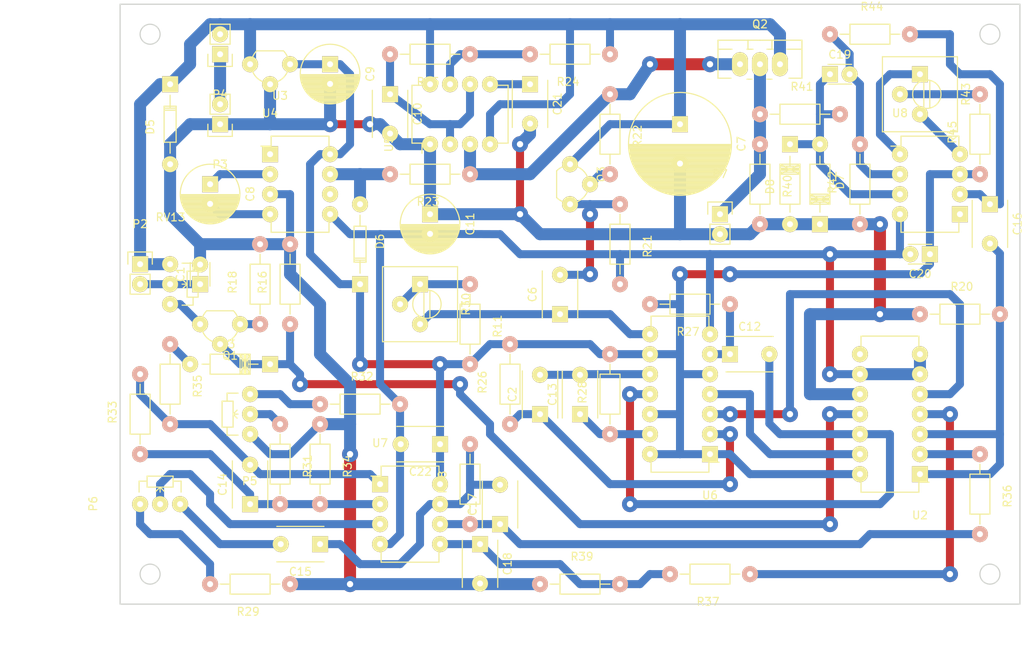
<source format=kicad_pcb>
(kicad_pcb (version 4) (host pcbnew 4.0.3-stable)

  (general
    (links 145)
    (no_connects 0)
    (area 51.840001 38.70488 182.375 123.350001)
    (thickness 1.6)
    (drawings 22)
    (tracks 399)
    (zones 0)
    (modules 70)
    (nets 52)
  )

  (page A4)
  (layers
    (0 F.Cu signal)
    (31 B.Cu signal)
    (32 B.Adhes user)
    (33 F.Adhes user)
    (34 B.Paste user)
    (35 F.Paste user)
    (36 B.SilkS user)
    (37 F.SilkS user)
    (38 B.Mask user)
    (39 F.Mask user)
    (40 Dwgs.User user)
    (41 Cmts.User user)
    (42 Eco1.User user)
    (43 Eco2.User user)
    (44 Edge.Cuts user)
    (45 Margin user)
    (46 B.CrtYd user)
    (47 F.CrtYd user)
    (48 B.Fab user)
    (49 F.Fab user)
  )

  (setup
    (last_trace_width 1.016)
    (user_trace_width 0.762)
    (user_trace_width 1.016)
    (user_trace_width 1.524)
    (trace_clearance 0.2)
    (zone_clearance 0.508)
    (zone_45_only no)
    (trace_min 0.2)
    (segment_width 0.2)
    (edge_width 0.15)
    (via_size 2.032)
    (via_drill 0.8)
    (via_min_size 0.4)
    (via_min_drill 0.3)
    (uvia_size 0.3)
    (uvia_drill 0.1)
    (uvias_allowed no)
    (uvia_min_size 0.2)
    (uvia_min_drill 0.1)
    (pcb_text_width 0.3)
    (pcb_text_size 1.5 1.5)
    (mod_edge_width 0.15)
    (mod_text_size 1 1)
    (mod_text_width 0.15)
    (pad_size 2.032 2.032)
    (pad_drill 0.762)
    (pad_to_mask_clearance 0.2)
    (aux_axis_origin 67.31 115.57)
    (grid_origin 67.31 115.57)
    (visible_elements 7FFFFFFF)
    (pcbplotparams
      (layerselection 0x00000_80000000)
      (usegerberextensions false)
      (excludeedgelayer true)
      (linewidth 0.100000)
      (plotframeref false)
      (viasonmask true)
      (mode 1)
      (useauxorigin false)
      (hpglpennumber 1)
      (hpglpenspeed 20)
      (hpglpendiameter 15)
      (hpglpenoverlay 2)
      (psnegative false)
      (psa4output false)
      (plotreference true)
      (plotvalue true)
      (plotinvisibletext false)
      (padsonsilk false)
      (subtractmaskfromsilk false)
      (outputformat 4)
      (mirror true)
      (drillshape 1)
      (scaleselection 1)
      (outputdirectory ""))
  )

  (net 0 "")
  (net 1 GND)
  (net 2 "Net-(P3-Pad2)")
  (net 3 +5V)
  (net 4 "Net-(P5-Pad2)")
  (net 5 "Net-(P5-Pad3)")
  (net 6 "Net-(P6-Pad1)")
  (net 7 "Net-(P6-Pad2)")
  (net 8 "Net-(C15-Pad2)")
  (net 9 "Net-(P7-Pad1)")
  (net 10 "Net-(C8-Pad1)")
  (net 11 "Net-(C8-Pad2)")
  (net 12 -5V)
  (net 13 "Net-(D6-Pad2)")
  (net 14 "Net-(C10-Pad1)")
  (net 15 "Net-(Q2-Pad1)")
  (net 16 "Net-(C21-Pad1)")
  (net 17 "Net-(R24-Pad2)")
  (net 18 "Net-(C6-Pad1)")
  (net 19 "Net-(C13-Pad2)")
  (net 20 "Net-(C12-Pad2)")
  (net 21 "Net-(C13-Pad1)")
  (net 22 "Net-(C2-Pad1)")
  (net 23 "Net-(C12-Pad1)")
  (net 24 "Net-(C15-Pad1)")
  (net 25 "Net-(C17-Pad1)")
  (net 26 "Net-(C18-Pad1)")
  (net 27 "Net-(C14-Pad1)")
  (net 28 "Net-(C14-Pad2)")
  (net 29 "Net-(R43-Pad1)")
  (net 30 "Net-(C19-Pad2)")
  (net 31 "Net-(C19-Pad1)")
  (net 32 "Net-(C16-Pad1)")
  (net 33 "Net-(R43-Pad3)")
  (net 34 "Net-(C1-Pad1)")
  (net 35 "Net-(D3-Pad2)")
  (net 36 "Net-(D3-Pad1)")
  (net 37 "Net-(R11-Pad1)")
  (net 38 "Net-(Q1-Pad1)")
  (net 39 "Net-(C16-Pad2)")
  (net 40 "Net-(C6-Pad2)")
  (net 41 "Net-(Q3-Pad2)")
  (net 42 "Net-(R36-Pad1)")
  (net 43 "Net-(R37-Pad1)")
  (net 44 "Net-(R43-Pad2)")
  (net 45 +BATT)
  (net 46 "Net-(U4-Pad6)")
  (net 47 "Net-(U8-Pad5)")
  (net 48 "Net-(U2-Pad13)")
  (net 49 "Net-(U2-Pad5)")
  (net 50 "Net-(U2-Pad8)")
  (net 51 "Net-(Q1-Pad3)")

  (net_class Default "This is the default net class."
    (clearance 0.2)
    (trace_width 1.016)
    (via_dia 2.032)
    (via_drill 0.8)
    (uvia_dia 0.3)
    (uvia_drill 0.1)
    (add_net +5V)
    (add_net -5V)
    (add_net "Net-(C1-Pad1)")
    (add_net "Net-(C10-Pad1)")
    (add_net "Net-(C12-Pad1)")
    (add_net "Net-(C12-Pad2)")
    (add_net "Net-(C13-Pad1)")
    (add_net "Net-(C13-Pad2)")
    (add_net "Net-(C14-Pad1)")
    (add_net "Net-(C14-Pad2)")
    (add_net "Net-(C15-Pad1)")
    (add_net "Net-(C15-Pad2)")
    (add_net "Net-(C16-Pad1)")
    (add_net "Net-(C16-Pad2)")
    (add_net "Net-(C17-Pad1)")
    (add_net "Net-(C18-Pad1)")
    (add_net "Net-(C19-Pad1)")
    (add_net "Net-(C19-Pad2)")
    (add_net "Net-(C2-Pad1)")
    (add_net "Net-(C21-Pad1)")
    (add_net "Net-(C6-Pad1)")
    (add_net "Net-(C6-Pad2)")
    (add_net "Net-(C8-Pad1)")
    (add_net "Net-(C8-Pad2)")
    (add_net "Net-(D3-Pad1)")
    (add_net "Net-(D3-Pad2)")
    (add_net "Net-(D6-Pad2)")
    (add_net "Net-(P5-Pad2)")
    (add_net "Net-(P5-Pad3)")
    (add_net "Net-(P6-Pad1)")
    (add_net "Net-(P6-Pad2)")
    (add_net "Net-(P7-Pad1)")
    (add_net "Net-(Q1-Pad1)")
    (add_net "Net-(Q1-Pad3)")
    (add_net "Net-(Q2-Pad1)")
    (add_net "Net-(Q3-Pad2)")
    (add_net "Net-(R11-Pad1)")
    (add_net "Net-(R24-Pad2)")
    (add_net "Net-(R36-Pad1)")
    (add_net "Net-(R37-Pad1)")
    (add_net "Net-(R43-Pad1)")
    (add_net "Net-(R43-Pad2)")
    (add_net "Net-(R43-Pad3)")
    (add_net "Net-(U2-Pad13)")
    (add_net "Net-(U2-Pad5)")
    (add_net "Net-(U2-Pad8)")
    (add_net "Net-(U4-Pad6)")
    (add_net "Net-(U8-Pad5)")
  )

  (net_class GROUND ""
    (clearance 0.2)
    (trace_width 1.524)
    (via_dia 2.032)
    (via_drill 0.8)
    (uvia_dia 0.3)
    (uvia_drill 0.1)
    (add_net GND)
  )

  (net_class POWER ""
    (clearance 0.2)
    (trace_width 1.524)
    (via_dia 2.032)
    (via_drill 0.8)
    (uvia_dia 0.3)
    (uvia_drill 0.1)
    (add_net +BATT)
    (add_net "Net-(P3-Pad2)")
  )

  (module Capacitors_ThroughHole:C_Radial_D13_L21_P5 (layer F.Cu) (tedit 57C49E89) (tstamp 57C144DA)
    (at 138.43 54.61 270)
    (descr "Radial Electrolytic Capacitor 13mm x Length 21mm, Pitch 5mm")
    (tags "Electrolytic Capacitor")
    (path /57C5638C)
    (fp_text reference C7 (at 2.5 -7.8 270) (layer F.SilkS)
      (effects (font (size 1 1) (thickness 0.15)))
    )
    (fp_text value 1000x25V (at 2.5 7.8 270) (layer F.Fab)
      (effects (font (size 1 1) (thickness 0.15)))
    )
    (fp_line (start 2.575 -6.5) (end 2.575 6.5) (layer F.SilkS) (width 0.15))
    (fp_line (start 2.715 -6.496) (end 2.715 6.496) (layer F.SilkS) (width 0.15))
    (fp_line (start 2.855 -6.49) (end 2.855 6.49) (layer F.SilkS) (width 0.15))
    (fp_line (start 2.995 -6.481) (end 2.995 6.481) (layer F.SilkS) (width 0.15))
    (fp_line (start 3.135 -6.469) (end 3.135 6.469) (layer F.SilkS) (width 0.15))
    (fp_line (start 3.275 -6.454) (end 3.275 6.454) (layer F.SilkS) (width 0.15))
    (fp_line (start 3.415 -6.435) (end 3.415 6.435) (layer F.SilkS) (width 0.15))
    (fp_line (start 3.555 -6.414) (end 3.555 6.414) (layer F.SilkS) (width 0.15))
    (fp_line (start 3.695 -6.389) (end 3.695 6.389) (layer F.SilkS) (width 0.15))
    (fp_line (start 3.835 -6.361) (end 3.835 6.361) (layer F.SilkS) (width 0.15))
    (fp_line (start 3.975 -6.33) (end 3.975 6.33) (layer F.SilkS) (width 0.15))
    (fp_line (start 4.115 -6.296) (end 4.115 -0.466) (layer F.SilkS) (width 0.15))
    (fp_line (start 4.115 0.466) (end 4.115 6.296) (layer F.SilkS) (width 0.15))
    (fp_line (start 4.255 -6.259) (end 4.255 -0.667) (layer F.SilkS) (width 0.15))
    (fp_line (start 4.255 0.667) (end 4.255 6.259) (layer F.SilkS) (width 0.15))
    (fp_line (start 4.395 -6.218) (end 4.395 -0.796) (layer F.SilkS) (width 0.15))
    (fp_line (start 4.395 0.796) (end 4.395 6.218) (layer F.SilkS) (width 0.15))
    (fp_line (start 4.535 -6.173) (end 4.535 -0.885) (layer F.SilkS) (width 0.15))
    (fp_line (start 4.535 0.885) (end 4.535 6.173) (layer F.SilkS) (width 0.15))
    (fp_line (start 4.675 -6.125) (end 4.675 -0.946) (layer F.SilkS) (width 0.15))
    (fp_line (start 4.675 0.946) (end 4.675 6.125) (layer F.SilkS) (width 0.15))
    (fp_line (start 4.815 -6.074) (end 4.815 -0.983) (layer F.SilkS) (width 0.15))
    (fp_line (start 4.815 0.983) (end 4.815 6.074) (layer F.SilkS) (width 0.15))
    (fp_line (start 4.955 -6.019) (end 4.955 -0.999) (layer F.SilkS) (width 0.15))
    (fp_line (start 4.955 0.999) (end 4.955 6.019) (layer F.SilkS) (width 0.15))
    (fp_line (start 5.095 -5.96) (end 5.095 -0.995) (layer F.SilkS) (width 0.15))
    (fp_line (start 5.095 0.995) (end 5.095 5.96) (layer F.SilkS) (width 0.15))
    (fp_line (start 5.235 -5.897) (end 5.235 -0.972) (layer F.SilkS) (width 0.15))
    (fp_line (start 5.235 0.972) (end 5.235 5.897) (layer F.SilkS) (width 0.15))
    (fp_line (start 5.375 -5.83) (end 5.375 -0.927) (layer F.SilkS) (width 0.15))
    (fp_line (start 5.375 0.927) (end 5.375 5.83) (layer F.SilkS) (width 0.15))
    (fp_line (start 5.515 -5.758) (end 5.515 -0.857) (layer F.SilkS) (width 0.15))
    (fp_line (start 5.515 0.857) (end 5.515 5.758) (layer F.SilkS) (width 0.15))
    (fp_line (start 5.655 -5.683) (end 5.655 -0.756) (layer F.SilkS) (width 0.15))
    (fp_line (start 5.655 0.756) (end 5.655 5.683) (layer F.SilkS) (width 0.15))
    (fp_line (start 5.795 -5.603) (end 5.795 -0.607) (layer F.SilkS) (width 0.15))
    (fp_line (start 5.795 0.607) (end 5.795 5.603) (layer F.SilkS) (width 0.15))
    (fp_line (start 5.935 -5.518) (end 5.935 -0.355) (layer F.SilkS) (width 0.15))
    (fp_line (start 5.935 0.355) (end 5.935 5.518) (layer F.SilkS) (width 0.15))
    (fp_line (start 6.075 -5.429) (end 6.075 5.429) (layer F.SilkS) (width 0.15))
    (fp_line (start 6.215 -5.334) (end 6.215 5.334) (layer F.SilkS) (width 0.15))
    (fp_line (start 6.355 -5.233) (end 6.355 5.233) (layer F.SilkS) (width 0.15))
    (fp_line (start 6.495 -5.127) (end 6.495 5.127) (layer F.SilkS) (width 0.15))
    (fp_line (start 6.635 -5.015) (end 6.635 5.015) (layer F.SilkS) (width 0.15))
    (fp_line (start 6.775 -4.896) (end 6.775 4.896) (layer F.SilkS) (width 0.15))
    (fp_line (start 6.915 -4.771) (end 6.915 4.771) (layer F.SilkS) (width 0.15))
    (fp_line (start 7.055 -4.637) (end 7.055 4.637) (layer F.SilkS) (width 0.15))
    (fp_line (start 7.195 -4.495) (end 7.195 4.495) (layer F.SilkS) (width 0.15))
    (fp_line (start 7.335 -4.344) (end 7.335 4.344) (layer F.SilkS) (width 0.15))
    (fp_line (start 7.475 -4.183) (end 7.475 4.183) (layer F.SilkS) (width 0.15))
    (fp_line (start 7.615 -4.011) (end 7.615 4.011) (layer F.SilkS) (width 0.15))
    (fp_line (start 7.755 -3.826) (end 7.755 3.826) (layer F.SilkS) (width 0.15))
    (fp_line (start 7.895 -3.625) (end 7.895 3.625) (layer F.SilkS) (width 0.15))
    (fp_line (start 8.035 -3.408) (end 8.035 3.408) (layer F.SilkS) (width 0.15))
    (fp_line (start 8.175 -3.169) (end 8.175 3.169) (layer F.SilkS) (width 0.15))
    (fp_line (start 8.315 -2.904) (end 8.315 2.904) (layer F.SilkS) (width 0.15))
    (fp_line (start 8.455 -2.605) (end 8.455 2.605) (layer F.SilkS) (width 0.15))
    (fp_line (start 8.595 -2.259) (end 8.595 2.259) (layer F.SilkS) (width 0.15))
    (fp_line (start 8.735 -1.837) (end 8.735 1.837) (layer F.SilkS) (width 0.15))
    (fp_line (start 8.875 -1.269) (end 8.875 1.269) (layer F.SilkS) (width 0.15))
    (fp_circle (center 5 0) (end 5 -1) (layer F.SilkS) (width 0.15))
    (fp_circle (center 2.5 0) (end 2.5 -6.5375) (layer F.SilkS) (width 0.15))
    (fp_circle (center 2.5 0) (end 2.5 -6.8) (layer F.CrtYd) (width 0.05))
    (pad 1 thru_hole rect (at 0 0 270) (size 2.032 2.032) (drill 0.762) (layers *.Cu *.Mask F.SilkS)
      (net 45 +BATT))
    (pad 2 thru_hole circle (at 5 0 270) (size 2.032 2.032) (drill 0.762) (layers *.Cu *.Mask F.SilkS)
      (net 1 GND))
    (model Capacitors_ThroughHole.3dshapes/C_Radial_D13_L21_P5.wrl
      (at (xyz 0.0984252 0 0))
      (scale (xyz 1 1 1))
      (rotate (xyz 0 0 90))
    )
  )

  (module Capacitors_ThroughHole:C_Radial_D7.5_L11.2_P2.5 (layer F.Cu) (tedit 57C49E63) (tstamp 57C144E6)
    (at 93.98 46.99 270)
    (descr "Radial Electrolytic Capacitor Diameter 7.5mm x Length 11.2mm, Pitch 2.5mm")
    (tags "Electrolytic Capacitor")
    (path /57BE9669)
    (fp_text reference C9 (at 1.25 -5.1 270) (layer F.SilkS)
      (effects (font (size 1 1) (thickness 0.15)))
    )
    (fp_text value 220x10V (at 1.25 5.1 270) (layer F.Fab)
      (effects (font (size 1 1) (thickness 0.15)))
    )
    (fp_line (start 1.325 -3.749) (end 1.325 3.749) (layer F.SilkS) (width 0.15))
    (fp_line (start 1.465 -3.744) (end 1.465 3.744) (layer F.SilkS) (width 0.15))
    (fp_line (start 1.605 -3.733) (end 1.605 -0.446) (layer F.SilkS) (width 0.15))
    (fp_line (start 1.605 0.446) (end 1.605 3.733) (layer F.SilkS) (width 0.15))
    (fp_line (start 1.745 -3.717) (end 1.745 -0.656) (layer F.SilkS) (width 0.15))
    (fp_line (start 1.745 0.656) (end 1.745 3.717) (layer F.SilkS) (width 0.15))
    (fp_line (start 1.885 -3.696) (end 1.885 -0.789) (layer F.SilkS) (width 0.15))
    (fp_line (start 1.885 0.789) (end 1.885 3.696) (layer F.SilkS) (width 0.15))
    (fp_line (start 2.025 -3.669) (end 2.025 -0.88) (layer F.SilkS) (width 0.15))
    (fp_line (start 2.025 0.88) (end 2.025 3.669) (layer F.SilkS) (width 0.15))
    (fp_line (start 2.165 -3.637) (end 2.165 -0.942) (layer F.SilkS) (width 0.15))
    (fp_line (start 2.165 0.942) (end 2.165 3.637) (layer F.SilkS) (width 0.15))
    (fp_line (start 2.305 -3.599) (end 2.305 -0.981) (layer F.SilkS) (width 0.15))
    (fp_line (start 2.305 0.981) (end 2.305 3.599) (layer F.SilkS) (width 0.15))
    (fp_line (start 2.445 -3.555) (end 2.445 -0.998) (layer F.SilkS) (width 0.15))
    (fp_line (start 2.445 0.998) (end 2.445 3.555) (layer F.SilkS) (width 0.15))
    (fp_line (start 2.585 -3.504) (end 2.585 -0.996) (layer F.SilkS) (width 0.15))
    (fp_line (start 2.585 0.996) (end 2.585 3.504) (layer F.SilkS) (width 0.15))
    (fp_line (start 2.725 -3.448) (end 2.725 -0.974) (layer F.SilkS) (width 0.15))
    (fp_line (start 2.725 0.974) (end 2.725 3.448) (layer F.SilkS) (width 0.15))
    (fp_line (start 2.865 -3.384) (end 2.865 -0.931) (layer F.SilkS) (width 0.15))
    (fp_line (start 2.865 0.931) (end 2.865 3.384) (layer F.SilkS) (width 0.15))
    (fp_line (start 3.005 -3.314) (end 3.005 -0.863) (layer F.SilkS) (width 0.15))
    (fp_line (start 3.005 0.863) (end 3.005 3.314) (layer F.SilkS) (width 0.15))
    (fp_line (start 3.145 -3.236) (end 3.145 -0.764) (layer F.SilkS) (width 0.15))
    (fp_line (start 3.145 0.764) (end 3.145 3.236) (layer F.SilkS) (width 0.15))
    (fp_line (start 3.285 -3.15) (end 3.285 -0.619) (layer F.SilkS) (width 0.15))
    (fp_line (start 3.285 0.619) (end 3.285 3.15) (layer F.SilkS) (width 0.15))
    (fp_line (start 3.425 -3.055) (end 3.425 -0.38) (layer F.SilkS) (width 0.15))
    (fp_line (start 3.425 0.38) (end 3.425 3.055) (layer F.SilkS) (width 0.15))
    (fp_line (start 3.565 -2.95) (end 3.565 2.95) (layer F.SilkS) (width 0.15))
    (fp_line (start 3.705 -2.835) (end 3.705 2.835) (layer F.SilkS) (width 0.15))
    (fp_line (start 3.845 -2.707) (end 3.845 2.707) (layer F.SilkS) (width 0.15))
    (fp_line (start 3.985 -2.566) (end 3.985 2.566) (layer F.SilkS) (width 0.15))
    (fp_line (start 4.125 -2.408) (end 4.125 2.408) (layer F.SilkS) (width 0.15))
    (fp_line (start 4.265 -2.23) (end 4.265 2.23) (layer F.SilkS) (width 0.15))
    (fp_line (start 4.405 -2.027) (end 4.405 2.027) (layer F.SilkS) (width 0.15))
    (fp_line (start 4.545 -1.79) (end 4.545 1.79) (layer F.SilkS) (width 0.15))
    (fp_line (start 4.685 -1.504) (end 4.685 1.504) (layer F.SilkS) (width 0.15))
    (fp_line (start 4.825 -1.132) (end 4.825 1.132) (layer F.SilkS) (width 0.15))
    (fp_line (start 4.965 -0.511) (end 4.965 0.511) (layer F.SilkS) (width 0.15))
    (fp_circle (center 2.5 0) (end 2.5 -1) (layer F.SilkS) (width 0.15))
    (fp_circle (center 1.25 0) (end 1.25 -3.7875) (layer F.SilkS) (width 0.15))
    (fp_circle (center 1.25 0) (end 1.25 -4.1) (layer F.CrtYd) (width 0.05))
    (pad 2 thru_hole circle (at 2.5 0 270) (size 2.032 2.032) (drill 0.762) (layers *.Cu *.Mask F.SilkS)
      (net 1 GND))
    (pad 1 thru_hole rect (at 0 0 270) (size 2.032 2.032) (drill 0.762) (layers *.Cu *.Mask F.SilkS)
      (net 3 +5V))
    (model Capacitors_ThroughHole.3dshapes/C_Radial_D7.5_L11.2_P2.5.wrl
      (at (xyz 0 0 0))
      (scale (xyz 1 1 1))
      (rotate (xyz 0 0 0))
    )
  )

  (module Capacitors_ThroughHole:C_Radial_D7.5_L11.2_P2.5 (layer F.Cu) (tedit 57C49E45) (tstamp 57C144E0)
    (at 78.74 62.23 270)
    (descr "Radial Electrolytic Capacitor Diameter 7.5mm x Length 11.2mm, Pitch 2.5mm")
    (tags "Electrolytic Capacitor")
    (path /57BEB677)
    (fp_text reference C8 (at 1.25 -5.1 270) (layer F.SilkS)
      (effects (font (size 1 1) (thickness 0.15)))
    )
    (fp_text value 220x10V (at 1.25 5.1 270) (layer F.Fab)
      (effects (font (size 1 1) (thickness 0.15)))
    )
    (fp_line (start 1.325 -3.749) (end 1.325 3.749) (layer F.SilkS) (width 0.15))
    (fp_line (start 1.465 -3.744) (end 1.465 3.744) (layer F.SilkS) (width 0.15))
    (fp_line (start 1.605 -3.733) (end 1.605 -0.446) (layer F.SilkS) (width 0.15))
    (fp_line (start 1.605 0.446) (end 1.605 3.733) (layer F.SilkS) (width 0.15))
    (fp_line (start 1.745 -3.717) (end 1.745 -0.656) (layer F.SilkS) (width 0.15))
    (fp_line (start 1.745 0.656) (end 1.745 3.717) (layer F.SilkS) (width 0.15))
    (fp_line (start 1.885 -3.696) (end 1.885 -0.789) (layer F.SilkS) (width 0.15))
    (fp_line (start 1.885 0.789) (end 1.885 3.696) (layer F.SilkS) (width 0.15))
    (fp_line (start 2.025 -3.669) (end 2.025 -0.88) (layer F.SilkS) (width 0.15))
    (fp_line (start 2.025 0.88) (end 2.025 3.669) (layer F.SilkS) (width 0.15))
    (fp_line (start 2.165 -3.637) (end 2.165 -0.942) (layer F.SilkS) (width 0.15))
    (fp_line (start 2.165 0.942) (end 2.165 3.637) (layer F.SilkS) (width 0.15))
    (fp_line (start 2.305 -3.599) (end 2.305 -0.981) (layer F.SilkS) (width 0.15))
    (fp_line (start 2.305 0.981) (end 2.305 3.599) (layer F.SilkS) (width 0.15))
    (fp_line (start 2.445 -3.555) (end 2.445 -0.998) (layer F.SilkS) (width 0.15))
    (fp_line (start 2.445 0.998) (end 2.445 3.555) (layer F.SilkS) (width 0.15))
    (fp_line (start 2.585 -3.504) (end 2.585 -0.996) (layer F.SilkS) (width 0.15))
    (fp_line (start 2.585 0.996) (end 2.585 3.504) (layer F.SilkS) (width 0.15))
    (fp_line (start 2.725 -3.448) (end 2.725 -0.974) (layer F.SilkS) (width 0.15))
    (fp_line (start 2.725 0.974) (end 2.725 3.448) (layer F.SilkS) (width 0.15))
    (fp_line (start 2.865 -3.384) (end 2.865 -0.931) (layer F.SilkS) (width 0.15))
    (fp_line (start 2.865 0.931) (end 2.865 3.384) (layer F.SilkS) (width 0.15))
    (fp_line (start 3.005 -3.314) (end 3.005 -0.863) (layer F.SilkS) (width 0.15))
    (fp_line (start 3.005 0.863) (end 3.005 3.314) (layer F.SilkS) (width 0.15))
    (fp_line (start 3.145 -3.236) (end 3.145 -0.764) (layer F.SilkS) (width 0.15))
    (fp_line (start 3.145 0.764) (end 3.145 3.236) (layer F.SilkS) (width 0.15))
    (fp_line (start 3.285 -3.15) (end 3.285 -0.619) (layer F.SilkS) (width 0.15))
    (fp_line (start 3.285 0.619) (end 3.285 3.15) (layer F.SilkS) (width 0.15))
    (fp_line (start 3.425 -3.055) (end 3.425 -0.38) (layer F.SilkS) (width 0.15))
    (fp_line (start 3.425 0.38) (end 3.425 3.055) (layer F.SilkS) (width 0.15))
    (fp_line (start 3.565 -2.95) (end 3.565 2.95) (layer F.SilkS) (width 0.15))
    (fp_line (start 3.705 -2.835) (end 3.705 2.835) (layer F.SilkS) (width 0.15))
    (fp_line (start 3.845 -2.707) (end 3.845 2.707) (layer F.SilkS) (width 0.15))
    (fp_line (start 3.985 -2.566) (end 3.985 2.566) (layer F.SilkS) (width 0.15))
    (fp_line (start 4.125 -2.408) (end 4.125 2.408) (layer F.SilkS) (width 0.15))
    (fp_line (start 4.265 -2.23) (end 4.265 2.23) (layer F.SilkS) (width 0.15))
    (fp_line (start 4.405 -2.027) (end 4.405 2.027) (layer F.SilkS) (width 0.15))
    (fp_line (start 4.545 -1.79) (end 4.545 1.79) (layer F.SilkS) (width 0.15))
    (fp_line (start 4.685 -1.504) (end 4.685 1.504) (layer F.SilkS) (width 0.15))
    (fp_line (start 4.825 -1.132) (end 4.825 1.132) (layer F.SilkS) (width 0.15))
    (fp_line (start 4.965 -0.511) (end 4.965 0.511) (layer F.SilkS) (width 0.15))
    (fp_circle (center 2.5 0) (end 2.5 -1) (layer F.SilkS) (width 0.15))
    (fp_circle (center 1.25 0) (end 1.25 -3.7875) (layer F.SilkS) (width 0.15))
    (fp_circle (center 1.25 0) (end 1.25 -4.1) (layer F.CrtYd) (width 0.05))
    (pad 2 thru_hole circle (at 2.5 0 270) (size 2.032 2.032) (drill 0.762) (layers *.Cu *.Mask F.SilkS)
      (net 11 "Net-(C8-Pad2)"))
    (pad 1 thru_hole rect (at 0 0 270) (size 2.032 2.032) (drill 0.762) (layers *.Cu *.Mask F.SilkS)
      (net 10 "Net-(C8-Pad1)"))
    (model Capacitors_ThroughHole.3dshapes/C_Radial_D7.5_L11.2_P2.5.wrl
      (at (xyz 0 0 0))
      (scale (xyz 1 1 1))
      (rotate (xyz 0 0 0))
    )
  )

  (module Capacitors_ThroughHole:C_Radial_D7.5_L11.2_P2.5 (layer F.Cu) (tedit 57C49DED) (tstamp 57C144F2)
    (at 106.68 66.04 270)
    (descr "Radial Electrolytic Capacitor Diameter 7.5mm x Length 11.2mm, Pitch 2.5mm")
    (tags "Electrolytic Capacitor")
    (path /57BEEE74)
    (fp_text reference C11 (at 1.25 -5.1 270) (layer F.SilkS)
      (effects (font (size 1 1) (thickness 0.15)))
    )
    (fp_text value 220x10V (at 1.25 5.1 270) (layer F.Fab)
      (effects (font (size 1 1) (thickness 0.15)))
    )
    (fp_line (start 1.325 -3.749) (end 1.325 3.749) (layer F.SilkS) (width 0.15))
    (fp_line (start 1.465 -3.744) (end 1.465 3.744) (layer F.SilkS) (width 0.15))
    (fp_line (start 1.605 -3.733) (end 1.605 -0.446) (layer F.SilkS) (width 0.15))
    (fp_line (start 1.605 0.446) (end 1.605 3.733) (layer F.SilkS) (width 0.15))
    (fp_line (start 1.745 -3.717) (end 1.745 -0.656) (layer F.SilkS) (width 0.15))
    (fp_line (start 1.745 0.656) (end 1.745 3.717) (layer F.SilkS) (width 0.15))
    (fp_line (start 1.885 -3.696) (end 1.885 -0.789) (layer F.SilkS) (width 0.15))
    (fp_line (start 1.885 0.789) (end 1.885 3.696) (layer F.SilkS) (width 0.15))
    (fp_line (start 2.025 -3.669) (end 2.025 -0.88) (layer F.SilkS) (width 0.15))
    (fp_line (start 2.025 0.88) (end 2.025 3.669) (layer F.SilkS) (width 0.15))
    (fp_line (start 2.165 -3.637) (end 2.165 -0.942) (layer F.SilkS) (width 0.15))
    (fp_line (start 2.165 0.942) (end 2.165 3.637) (layer F.SilkS) (width 0.15))
    (fp_line (start 2.305 -3.599) (end 2.305 -0.981) (layer F.SilkS) (width 0.15))
    (fp_line (start 2.305 0.981) (end 2.305 3.599) (layer F.SilkS) (width 0.15))
    (fp_line (start 2.445 -3.555) (end 2.445 -0.998) (layer F.SilkS) (width 0.15))
    (fp_line (start 2.445 0.998) (end 2.445 3.555) (layer F.SilkS) (width 0.15))
    (fp_line (start 2.585 -3.504) (end 2.585 -0.996) (layer F.SilkS) (width 0.15))
    (fp_line (start 2.585 0.996) (end 2.585 3.504) (layer F.SilkS) (width 0.15))
    (fp_line (start 2.725 -3.448) (end 2.725 -0.974) (layer F.SilkS) (width 0.15))
    (fp_line (start 2.725 0.974) (end 2.725 3.448) (layer F.SilkS) (width 0.15))
    (fp_line (start 2.865 -3.384) (end 2.865 -0.931) (layer F.SilkS) (width 0.15))
    (fp_line (start 2.865 0.931) (end 2.865 3.384) (layer F.SilkS) (width 0.15))
    (fp_line (start 3.005 -3.314) (end 3.005 -0.863) (layer F.SilkS) (width 0.15))
    (fp_line (start 3.005 0.863) (end 3.005 3.314) (layer F.SilkS) (width 0.15))
    (fp_line (start 3.145 -3.236) (end 3.145 -0.764) (layer F.SilkS) (width 0.15))
    (fp_line (start 3.145 0.764) (end 3.145 3.236) (layer F.SilkS) (width 0.15))
    (fp_line (start 3.285 -3.15) (end 3.285 -0.619) (layer F.SilkS) (width 0.15))
    (fp_line (start 3.285 0.619) (end 3.285 3.15) (layer F.SilkS) (width 0.15))
    (fp_line (start 3.425 -3.055) (end 3.425 -0.38) (layer F.SilkS) (width 0.15))
    (fp_line (start 3.425 0.38) (end 3.425 3.055) (layer F.SilkS) (width 0.15))
    (fp_line (start 3.565 -2.95) (end 3.565 2.95) (layer F.SilkS) (width 0.15))
    (fp_line (start 3.705 -2.835) (end 3.705 2.835) (layer F.SilkS) (width 0.15))
    (fp_line (start 3.845 -2.707) (end 3.845 2.707) (layer F.SilkS) (width 0.15))
    (fp_line (start 3.985 -2.566) (end 3.985 2.566) (layer F.SilkS) (width 0.15))
    (fp_line (start 4.125 -2.408) (end 4.125 2.408) (layer F.SilkS) (width 0.15))
    (fp_line (start 4.265 -2.23) (end 4.265 2.23) (layer F.SilkS) (width 0.15))
    (fp_line (start 4.405 -2.027) (end 4.405 2.027) (layer F.SilkS) (width 0.15))
    (fp_line (start 4.545 -1.79) (end 4.545 1.79) (layer F.SilkS) (width 0.15))
    (fp_line (start 4.685 -1.504) (end 4.685 1.504) (layer F.SilkS) (width 0.15))
    (fp_line (start 4.825 -1.132) (end 4.825 1.132) (layer F.SilkS) (width 0.15))
    (fp_line (start 4.965 -0.511) (end 4.965 0.511) (layer F.SilkS) (width 0.15))
    (fp_circle (center 2.5 0) (end 2.5 -1) (layer F.SilkS) (width 0.15))
    (fp_circle (center 1.25 0) (end 1.25 -3.7875) (layer F.SilkS) (width 0.15))
    (fp_circle (center 1.25 0) (end 1.25 -4.1) (layer F.CrtYd) (width 0.05))
    (pad 2 thru_hole circle (at 2.5 0 270) (size 2.032 2.032) (drill 0.762) (layers *.Cu *.Mask F.SilkS)
      (net 12 -5V))
    (pad 1 thru_hole rect (at 0 0 270) (size 2.032 2.032) (drill 0.762) (layers *.Cu *.Mask F.SilkS)
      (net 1 GND))
    (model Capacitors_ThroughHole.3dshapes/C_Radial_D7.5_L11.2_P2.5.wrl
      (at (xyz 0 0 0))
      (scale (xyz 1 1 1))
      (rotate (xyz 0 0 0))
    )
  )

  (module TO_SOT_Packages_THT:TO-92_Molded_Narrow (layer F.Cu) (tedit 57C49AB7) (tstamp 57C29A60)
    (at 124.46 60.96 270)
    (descr "TO-92 leads molded, narrow, drill 0.6mm (see NXP sot054_po.pdf)")
    (tags "to-92 sc-43 sc-43a sot54 PA33 transistor")
    (path /57C55112)
    (fp_text reference Q3 (at 0 -4 270) (layer F.SilkS)
      (effects (font (size 1 1) (thickness 0.15)))
    )
    (fp_text value 2N3906 (at 0 3 270) (layer F.Fab)
      (effects (font (size 1 1) (thickness 0.15)))
    )
    (fp_line (start -1.4 1.95) (end -1.4 -2.65) (layer F.CrtYd) (width 0.05))
    (fp_line (start -1.4 1.95) (end 3.9 1.95) (layer F.CrtYd) (width 0.05))
    (fp_line (start -0.43 1.7) (end 2.97 1.7) (layer F.SilkS) (width 0.15))
    (fp_arc (start 1.27 0) (end 1.27 -2.4) (angle -135) (layer F.SilkS) (width 0.15))
    (fp_arc (start 1.27 0) (end 1.27 -2.4) (angle 135) (layer F.SilkS) (width 0.15))
    (fp_line (start -1.4 -2.65) (end 3.9 -2.65) (layer F.CrtYd) (width 0.05))
    (fp_line (start 3.9 1.95) (end 3.9 -2.65) (layer F.CrtYd) (width 0.05))
    (pad 2 thru_hole circle (at 1.27 -2.54) (size 2.032 2.032) (drill 0.762) (layers *.Cu *.Mask F.SilkS)
      (net 41 "Net-(Q3-Pad2)"))
    (pad 3 thru_hole circle (at 3.81 0) (size 2.032 2.032) (drill 0.762) (layers *.Cu *.Mask F.SilkS)
      (net 40 "Net-(C6-Pad2)"))
    (pad 1 thru_hole circle (at -1.27 0) (size 2.032 2.032) (drill 0.762) (layers *.Cu *.Mask F.SilkS)
      (net 45 +BATT))
    (model TO_SOT_Packages_THT.3dshapes/TO-92_Molded_Narrow.wrl
      (at (xyz 0.05 0 0))
      (scale (xyz 1 1 1))
      (rotate (xyz 0 0 -90))
    )
  )

  (module TO_SOT_Packages_THT:TO-92_Molded_Narrow (layer F.Cu) (tedit 57C4992D) (tstamp 57C29A53)
    (at 81.28 80.01 180)
    (descr "TO-92 leads molded, narrow, drill 0.6mm (see NXP sot054_po.pdf)")
    (tags "to-92 sc-43 sc-43a sot54 PA33 transistor")
    (path /57C899B9)
    (fp_text reference Q1 (at 0 -4 180) (layer F.SilkS)
      (effects (font (size 1 1) (thickness 0.15)))
    )
    (fp_text value MPSA13 (at 0 3 180) (layer F.Fab)
      (effects (font (size 1 1) (thickness 0.15)))
    )
    (fp_line (start -1.4 1.95) (end -1.4 -2.65) (layer F.CrtYd) (width 0.05))
    (fp_line (start -1.4 1.95) (end 3.9 1.95) (layer F.CrtYd) (width 0.05))
    (fp_line (start -0.43 1.7) (end 2.97 1.7) (layer F.SilkS) (width 0.15))
    (fp_arc (start 1.27 0) (end 1.27 -2.4) (angle -135) (layer F.SilkS) (width 0.15))
    (fp_arc (start 1.27 0) (end 1.27 -2.4) (angle 135) (layer F.SilkS) (width 0.15))
    (fp_line (start -1.4 -2.65) (end 3.9 -2.65) (layer F.CrtYd) (width 0.05))
    (fp_line (start 3.9 1.95) (end 3.9 -2.65) (layer F.CrtYd) (width 0.05))
    (pad 2 thru_hole circle (at 1.27 -2.54 270) (size 2.032 2.032) (drill 0.762) (layers *.Cu *.Mask F.SilkS)
      (net 36 "Net-(D3-Pad1)"))
    (pad 3 thru_hole circle (at 3.81 0 270) (size 2.032 2.032) (drill 0.762) (layers *.Cu *.Mask F.SilkS)
      (net 51 "Net-(Q1-Pad3)"))
    (pad 1 thru_hole circle (at -1.27 0 270) (size 2.032 2.032) (drill 0.762) (layers *.Cu *.Mask F.SilkS)
      (net 38 "Net-(Q1-Pad1)"))
    (model TO_SOT_Packages_THT.3dshapes/TO-92_Molded_Narrow.wrl
      (at (xyz 0.05 0 0))
      (scale (xyz 1 1 1))
      (rotate (xyz 0 0 -90))
    )
  )

  (module TO_SOT_Packages_THT:TO-92_Molded_Narrow (layer F.Cu) (tedit 57C49708) (tstamp 57C29A6D)
    (at 87.63 46.99 180)
    (descr "TO-92 leads molded, narrow, drill 0.6mm (see NXP sot054_po.pdf)")
    (tags "to-92 sc-43 sc-43a sot54 PA33 transistor")
    (path /57C0B043)
    (fp_text reference U3 (at 0 -4 180) (layer F.SilkS)
      (effects (font (size 1 1) (thickness 0.15)))
    )
    (fp_text value LM78L05ACZ (at 0 3 180) (layer F.Fab)
      (effects (font (size 1 1) (thickness 0.15)))
    )
    (fp_line (start -1.4 1.95) (end -1.4 -2.65) (layer F.CrtYd) (width 0.05))
    (fp_line (start -1.4 1.95) (end 3.9 1.95) (layer F.CrtYd) (width 0.05))
    (fp_line (start -0.43 1.7) (end 2.97 1.7) (layer F.SilkS) (width 0.15))
    (fp_arc (start 1.27 0) (end 1.27 -2.4) (angle -135) (layer F.SilkS) (width 0.15))
    (fp_arc (start 1.27 0) (end 1.27 -2.4) (angle 135) (layer F.SilkS) (width 0.15))
    (fp_line (start -1.4 -2.65) (end 3.9 -2.65) (layer F.CrtYd) (width 0.05))
    (fp_line (start 3.9 1.95) (end 3.9 -2.65) (layer F.CrtYd) (width 0.05))
    (pad 2 thru_hole circle (at 1.27 -2.54 270) (size 2.032 2.032) (drill 0.762) (layers *.Cu *.Mask F.SilkS)
      (net 1 GND))
    (pad 3 thru_hole circle (at 3.81 0 270) (size 2.032 2.032) (drill 0.762) (layers *.Cu *.Mask F.SilkS)
      (net 45 +BATT))
    (pad 1 thru_hole circle (at -1.27 0 270) (size 2.032 2.032) (drill 0.762) (layers *.Cu *.Mask F.SilkS)
      (net 3 +5V))
    (model TO_SOT_Packages_THT.3dshapes/TO-92_Molded_Narrow.wrl
      (at (xyz 0.05 0 0))
      (scale (xyz 1 1 1))
      (rotate (xyz 0 0 -90))
    )
  )

  (module Capacitors_ThroughHole:C_Disc_D3_P2.5 (layer F.Cu) (tedit 0) (tstamp 57C144B6)
    (at 77.47 74.93 90)
    (descr "Capacitor 3mm Disc, Pitch 2.5mm")
    (tags Capacitor)
    (path /57C4D032)
    (fp_text reference C1 (at 1.25 -2.5 90) (layer F.SilkS)
      (effects (font (size 1 1) (thickness 0.15)))
    )
    (fp_text value 100pF (at 1.25 2.5 90) (layer F.Fab)
      (effects (font (size 1 1) (thickness 0.15)))
    )
    (fp_line (start -0.9 -1.5) (end 3.4 -1.5) (layer F.CrtYd) (width 0.05))
    (fp_line (start 3.4 -1.5) (end 3.4 1.5) (layer F.CrtYd) (width 0.05))
    (fp_line (start 3.4 1.5) (end -0.9 1.5) (layer F.CrtYd) (width 0.05))
    (fp_line (start -0.9 1.5) (end -0.9 -1.5) (layer F.CrtYd) (width 0.05))
    (fp_line (start -0.25 -1.25) (end 2.75 -1.25) (layer F.SilkS) (width 0.15))
    (fp_line (start 2.75 1.25) (end -0.25 1.25) (layer F.SilkS) (width 0.15))
    (pad 1 thru_hole rect (at 0 0 90) (size 2.032 2.032) (drill 0.762) (layers *.Cu *.Mask F.SilkS)
      (net 34 "Net-(C1-Pad1)"))
    (pad 2 thru_hole circle (at 2.5 0 90) (size 2.032 2.032) (drill 0.762) (layers *.Cu *.Mask F.SilkS)
      (net 1 GND))
    (model Capacitors_ThroughHole.3dshapes/C_Disc_D3_P2.5.wrl
      (at (xyz 0.0492126 0 0))
      (scale (xyz 1 1 1))
      (rotate (xyz 0 0 0))
    )
  )

  (module Capacitors_ThroughHole:C_Disc_D6_P5 (layer F.Cu) (tedit 0) (tstamp 57C144BC)
    (at 120.65 91.44 90)
    (descr "Capacitor 6mm Disc, Pitch 5mm")
    (tags Capacitor)
    (path /57C02547)
    (fp_text reference C2 (at 2.5 -3.5 90) (layer F.SilkS)
      (effects (font (size 1 1) (thickness 0.15)))
    )
    (fp_text value 0.001 (at 2.5 3.5 90) (layer F.Fab)
      (effects (font (size 1 1) (thickness 0.15)))
    )
    (fp_line (start -0.95 -2.5) (end 5.95 -2.5) (layer F.CrtYd) (width 0.05))
    (fp_line (start 5.95 -2.5) (end 5.95 2.5) (layer F.CrtYd) (width 0.05))
    (fp_line (start 5.95 2.5) (end -0.95 2.5) (layer F.CrtYd) (width 0.05))
    (fp_line (start -0.95 2.5) (end -0.95 -2.5) (layer F.CrtYd) (width 0.05))
    (fp_line (start -0.5 -2.25) (end 5.5 -2.25) (layer F.SilkS) (width 0.15))
    (fp_line (start 5.5 2.25) (end -0.5 2.25) (layer F.SilkS) (width 0.15))
    (pad 1 thru_hole rect (at 0 0 90) (size 2.032 2.032) (drill 0.762) (layers *.Cu *.Mask F.SilkS)
      (net 22 "Net-(C2-Pad1)"))
    (pad 2 thru_hole circle (at 5 0 90) (size 2.032 2.032) (drill 0.762) (layers *.Cu *.Mask F.SilkS)
      (net 19 "Net-(C13-Pad2)"))
    (model Capacitors_ThroughHole.3dshapes/C_Disc_D6_P5.wrl
      (at (xyz 0.0984252 0 0))
      (scale (xyz 1 1 1))
      (rotate (xyz 0 0 0))
    )
  )

  (module Capacitors_ThroughHole:C_Disc_D6_P5 (layer F.Cu) (tedit 0) (tstamp 57C144D4)
    (at 123.19 78.74 90)
    (descr "Capacitor 6mm Disc, Pitch 5mm")
    (tags Capacitor)
    (path /57BFFE8B)
    (fp_text reference C6 (at 2.5 -3.5 90) (layer F.SilkS)
      (effects (font (size 1 1) (thickness 0.15)))
    )
    (fp_text value 0.001 (at 2.5 3.5 90) (layer F.Fab)
      (effects (font (size 1 1) (thickness 0.15)))
    )
    (fp_line (start -0.95 -2.5) (end 5.95 -2.5) (layer F.CrtYd) (width 0.05))
    (fp_line (start 5.95 -2.5) (end 5.95 2.5) (layer F.CrtYd) (width 0.05))
    (fp_line (start 5.95 2.5) (end -0.95 2.5) (layer F.CrtYd) (width 0.05))
    (fp_line (start -0.95 2.5) (end -0.95 -2.5) (layer F.CrtYd) (width 0.05))
    (fp_line (start -0.5 -2.25) (end 5.5 -2.25) (layer F.SilkS) (width 0.15))
    (fp_line (start 5.5 2.25) (end -0.5 2.25) (layer F.SilkS) (width 0.15))
    (pad 1 thru_hole rect (at 0 0 90) (size 2.032 2.032) (drill 0.762) (layers *.Cu *.Mask F.SilkS)
      (net 18 "Net-(C6-Pad1)"))
    (pad 2 thru_hole circle (at 5 0 90) (size 2.032 2.032) (drill 0.762) (layers *.Cu *.Mask F.SilkS)
      (net 40 "Net-(C6-Pad2)"))
    (model Capacitors_ThroughHole.3dshapes/C_Disc_D6_P5.wrl
      (at (xyz 0.0984252 0 0))
      (scale (xyz 1 1 1))
      (rotate (xyz 0 0 0))
    )
  )

  (module Capacitors_ThroughHole:C_Disc_D6_P5 (layer F.Cu) (tedit 0) (tstamp 57C144EC)
    (at 101.6 50.8 270)
    (descr "Capacitor 6mm Disc, Pitch 5mm")
    (tags Capacitor)
    (path /57BE5A5B)
    (fp_text reference C10 (at 2.5 -3.5 270) (layer F.SilkS)
      (effects (font (size 1 1) (thickness 0.15)))
    )
    (fp_text value "0.022 5%" (at 2.5 3.5 270) (layer F.Fab)
      (effects (font (size 1 1) (thickness 0.15)))
    )
    (fp_line (start -0.95 -2.5) (end 5.95 -2.5) (layer F.CrtYd) (width 0.05))
    (fp_line (start 5.95 -2.5) (end 5.95 2.5) (layer F.CrtYd) (width 0.05))
    (fp_line (start 5.95 2.5) (end -0.95 2.5) (layer F.CrtYd) (width 0.05))
    (fp_line (start -0.95 2.5) (end -0.95 -2.5) (layer F.CrtYd) (width 0.05))
    (fp_line (start -0.5 -2.25) (end 5.5 -2.25) (layer F.SilkS) (width 0.15))
    (fp_line (start 5.5 2.25) (end -0.5 2.25) (layer F.SilkS) (width 0.15))
    (pad 1 thru_hole rect (at 0 0 270) (size 2.032 2.032) (drill 0.762) (layers *.Cu *.Mask F.SilkS)
      (net 14 "Net-(C10-Pad1)"))
    (pad 2 thru_hole circle (at 5 0 270) (size 2.032 2.032) (drill 0.762) (layers *.Cu *.Mask F.SilkS)
      (net 1 GND))
    (model Capacitors_ThroughHole.3dshapes/C_Disc_D6_P5.wrl
      (at (xyz 0.0984252 0 0))
      (scale (xyz 1 1 1))
      (rotate (xyz 0 0 0))
    )
  )

  (module Capacitors_ThroughHole:C_Disc_D6_P5 (layer F.Cu) (tedit 0) (tstamp 57C144F8)
    (at 144.78 83.82)
    (descr "Capacitor 6mm Disc, Pitch 5mm")
    (tags Capacitor)
    (path /57C07951)
    (fp_text reference C12 (at 2.5 -3.5) (layer F.SilkS)
      (effects (font (size 1 1) (thickness 0.15)))
    )
    (fp_text value 0.001 (at 2.5 3.5) (layer F.Fab)
      (effects (font (size 1 1) (thickness 0.15)))
    )
    (fp_line (start -0.95 -2.5) (end 5.95 -2.5) (layer F.CrtYd) (width 0.05))
    (fp_line (start 5.95 -2.5) (end 5.95 2.5) (layer F.CrtYd) (width 0.05))
    (fp_line (start 5.95 2.5) (end -0.95 2.5) (layer F.CrtYd) (width 0.05))
    (fp_line (start -0.95 2.5) (end -0.95 -2.5) (layer F.CrtYd) (width 0.05))
    (fp_line (start -0.5 -2.25) (end 5.5 -2.25) (layer F.SilkS) (width 0.15))
    (fp_line (start 5.5 2.25) (end -0.5 2.25) (layer F.SilkS) (width 0.15))
    (pad 1 thru_hole rect (at 0 0) (size 2.032 2.032) (drill 0.762) (layers *.Cu *.Mask F.SilkS)
      (net 23 "Net-(C12-Pad1)"))
    (pad 2 thru_hole circle (at 5 0) (size 2.032 2.032) (drill 0.762) (layers *.Cu *.Mask F.SilkS)
      (net 20 "Net-(C12-Pad2)"))
    (model Capacitors_ThroughHole.3dshapes/C_Disc_D6_P5.wrl
      (at (xyz 0.0984252 0 0))
      (scale (xyz 1 1 1))
      (rotate (xyz 0 0 0))
    )
  )

  (module Capacitors_ThroughHole:C_Disc_D6_P5 (layer F.Cu) (tedit 0) (tstamp 57C144FE)
    (at 125.73 91.44 90)
    (descr "Capacitor 6mm Disc, Pitch 5mm")
    (tags Capacitor)
    (path /57C044C1)
    (fp_text reference C13 (at 2.5 -3.5 90) (layer F.SilkS)
      (effects (font (size 1 1) (thickness 0.15)))
    )
    (fp_text value 0.001 (at 2.5 3.5 90) (layer F.Fab)
      (effects (font (size 1 1) (thickness 0.15)))
    )
    (fp_line (start -0.95 -2.5) (end 5.95 -2.5) (layer F.CrtYd) (width 0.05))
    (fp_line (start 5.95 -2.5) (end 5.95 2.5) (layer F.CrtYd) (width 0.05))
    (fp_line (start 5.95 2.5) (end -0.95 2.5) (layer F.CrtYd) (width 0.05))
    (fp_line (start -0.95 2.5) (end -0.95 -2.5) (layer F.CrtYd) (width 0.05))
    (fp_line (start -0.5 -2.25) (end 5.5 -2.25) (layer F.SilkS) (width 0.15))
    (fp_line (start 5.5 2.25) (end -0.5 2.25) (layer F.SilkS) (width 0.15))
    (pad 1 thru_hole rect (at 0 0 90) (size 2.032 2.032) (drill 0.762) (layers *.Cu *.Mask F.SilkS)
      (net 21 "Net-(C13-Pad1)"))
    (pad 2 thru_hole circle (at 5 0 90) (size 2.032 2.032) (drill 0.762) (layers *.Cu *.Mask F.SilkS)
      (net 19 "Net-(C13-Pad2)"))
    (model Capacitors_ThroughHole.3dshapes/C_Disc_D6_P5.wrl
      (at (xyz 0.0984252 0 0))
      (scale (xyz 1 1 1))
      (rotate (xyz 0 0 0))
    )
  )

  (module Capacitors_ThroughHole:C_Disc_D6_P5 (layer F.Cu) (tedit 0) (tstamp 57C14504)
    (at 83.82 102.87 90)
    (descr "Capacitor 6mm Disc, Pitch 5mm")
    (tags Capacitor)
    (path /57BF5D17)
    (fp_text reference C14 (at 2.5 -3.5 90) (layer F.SilkS)
      (effects (font (size 1 1) (thickness 0.15)))
    )
    (fp_text value 0.047 (at 2.5 3.5 90) (layer F.Fab)
      (effects (font (size 1 1) (thickness 0.15)))
    )
    (fp_line (start -0.95 -2.5) (end 5.95 -2.5) (layer F.CrtYd) (width 0.05))
    (fp_line (start 5.95 -2.5) (end 5.95 2.5) (layer F.CrtYd) (width 0.05))
    (fp_line (start 5.95 2.5) (end -0.95 2.5) (layer F.CrtYd) (width 0.05))
    (fp_line (start -0.95 2.5) (end -0.95 -2.5) (layer F.CrtYd) (width 0.05))
    (fp_line (start -0.5 -2.25) (end 5.5 -2.25) (layer F.SilkS) (width 0.15))
    (fp_line (start 5.5 2.25) (end -0.5 2.25) (layer F.SilkS) (width 0.15))
    (pad 1 thru_hole rect (at 0 0 90) (size 2.032 2.032) (drill 0.762) (layers *.Cu *.Mask F.SilkS)
      (net 27 "Net-(C14-Pad1)"))
    (pad 2 thru_hole circle (at 5 0 90) (size 2.032 2.032) (drill 0.762) (layers *.Cu *.Mask F.SilkS)
      (net 28 "Net-(C14-Pad2)"))
    (model Capacitors_ThroughHole.3dshapes/C_Disc_D6_P5.wrl
      (at (xyz 0.0984252 0 0))
      (scale (xyz 1 1 1))
      (rotate (xyz 0 0 0))
    )
  )

  (module Capacitors_ThroughHole:C_Disc_D6_P5 (layer F.Cu) (tedit 0) (tstamp 57C1450A)
    (at 92.71 107.95 180)
    (descr "Capacitor 6mm Disc, Pitch 5mm")
    (tags Capacitor)
    (path /57BF528B)
    (fp_text reference C15 (at 2.5 -3.5 180) (layer F.SilkS)
      (effects (font (size 1 1) (thickness 0.15)))
    )
    (fp_text value 0.1 (at 2.5 3.5 180) (layer F.Fab)
      (effects (font (size 1 1) (thickness 0.15)))
    )
    (fp_line (start -0.95 -2.5) (end 5.95 -2.5) (layer F.CrtYd) (width 0.05))
    (fp_line (start 5.95 -2.5) (end 5.95 2.5) (layer F.CrtYd) (width 0.05))
    (fp_line (start 5.95 2.5) (end -0.95 2.5) (layer F.CrtYd) (width 0.05))
    (fp_line (start -0.95 2.5) (end -0.95 -2.5) (layer F.CrtYd) (width 0.05))
    (fp_line (start -0.5 -2.25) (end 5.5 -2.25) (layer F.SilkS) (width 0.15))
    (fp_line (start 5.5 2.25) (end -0.5 2.25) (layer F.SilkS) (width 0.15))
    (pad 1 thru_hole rect (at 0 0 180) (size 2.032 2.032) (drill 0.762) (layers *.Cu *.Mask F.SilkS)
      (net 24 "Net-(C15-Pad1)"))
    (pad 2 thru_hole circle (at 5 0 180) (size 2.032 2.032) (drill 0.762) (layers *.Cu *.Mask F.SilkS)
      (net 8 "Net-(C15-Pad2)"))
    (model Capacitors_ThroughHole.3dshapes/C_Disc_D6_P5.wrl
      (at (xyz 0.0984252 0 0))
      (scale (xyz 1 1 1))
      (rotate (xyz 0 0 0))
    )
  )

  (module Capacitors_ThroughHole:C_Disc_D6_P5 (layer F.Cu) (tedit 0) (tstamp 57C14510)
    (at 177.8 64.77 270)
    (descr "Capacitor 6mm Disc, Pitch 5mm")
    (tags Capacitor)
    (path /57BF2D8B)
    (fp_text reference C16 (at 2.5 -3.5 270) (layer F.SilkS)
      (effects (font (size 1 1) (thickness 0.15)))
    )
    (fp_text value 0.1 (at 2.5 3.5 270) (layer F.Fab)
      (effects (font (size 1 1) (thickness 0.15)))
    )
    (fp_line (start -0.95 -2.5) (end 5.95 -2.5) (layer F.CrtYd) (width 0.05))
    (fp_line (start 5.95 -2.5) (end 5.95 2.5) (layer F.CrtYd) (width 0.05))
    (fp_line (start 5.95 2.5) (end -0.95 2.5) (layer F.CrtYd) (width 0.05))
    (fp_line (start -0.95 2.5) (end -0.95 -2.5) (layer F.CrtYd) (width 0.05))
    (fp_line (start -0.5 -2.25) (end 5.5 -2.25) (layer F.SilkS) (width 0.15))
    (fp_line (start 5.5 2.25) (end -0.5 2.25) (layer F.SilkS) (width 0.15))
    (pad 1 thru_hole rect (at 0 0 270) (size 2.032 2.032) (drill 0.762) (layers *.Cu *.Mask F.SilkS)
      (net 32 "Net-(C16-Pad1)"))
    (pad 2 thru_hole circle (at 5 0 270) (size 2.032 2.032) (drill 0.762) (layers *.Cu *.Mask F.SilkS)
      (net 39 "Net-(C16-Pad2)"))
    (model Capacitors_ThroughHole.3dshapes/C_Disc_D6_P5.wrl
      (at (xyz 0.0984252 0 0))
      (scale (xyz 1 1 1))
      (rotate (xyz 0 0 0))
    )
  )

  (module Capacitors_ThroughHole:C_Disc_D6_P5 (layer F.Cu) (tedit 0) (tstamp 57C14516)
    (at 115.57 105.41 90)
    (descr "Capacitor 6mm Disc, Pitch 5mm")
    (tags Capacitor)
    (path /57BF495D)
    (fp_text reference C17 (at 2.5 -3.5 90) (layer F.SilkS)
      (effects (font (size 1 1) (thickness 0.15)))
    )
    (fp_text value 0.22 (at 2.5 3.5 90) (layer F.Fab)
      (effects (font (size 1 1) (thickness 0.15)))
    )
    (fp_line (start -0.95 -2.5) (end 5.95 -2.5) (layer F.CrtYd) (width 0.05))
    (fp_line (start 5.95 -2.5) (end 5.95 2.5) (layer F.CrtYd) (width 0.05))
    (fp_line (start 5.95 2.5) (end -0.95 2.5) (layer F.CrtYd) (width 0.05))
    (fp_line (start -0.95 2.5) (end -0.95 -2.5) (layer F.CrtYd) (width 0.05))
    (fp_line (start -0.5 -2.25) (end 5.5 -2.25) (layer F.SilkS) (width 0.15))
    (fp_line (start 5.5 2.25) (end -0.5 2.25) (layer F.SilkS) (width 0.15))
    (pad 1 thru_hole rect (at 0 0 90) (size 2.032 2.032) (drill 0.762) (layers *.Cu *.Mask F.SilkS)
      (net 25 "Net-(C17-Pad1)"))
    (pad 2 thru_hole circle (at 5 0 90) (size 2.032 2.032) (drill 0.762) (layers *.Cu *.Mask F.SilkS)
      (net 24 "Net-(C15-Pad1)"))
    (model Capacitors_ThroughHole.3dshapes/C_Disc_D6_P5.wrl
      (at (xyz 0.0984252 0 0))
      (scale (xyz 1 1 1))
      (rotate (xyz 0 0 0))
    )
  )

  (module Capacitors_ThroughHole:C_Disc_D6_P5 (layer F.Cu) (tedit 57C49868) (tstamp 57C1451C)
    (at 113.03 107.95 270)
    (descr "Capacitor 6mm Disc, Pitch 5mm")
    (tags Capacitor)
    (path /57BF4143)
    (fp_text reference C18 (at 2.5 -3.5 270) (layer F.SilkS)
      (effects (font (size 1 1) (thickness 0.15)))
    )
    (fp_text value 0.22 (at 2.5 3.5 270) (layer F.Fab)
      (effects (font (size 1 1) (thickness 0.15)))
    )
    (fp_line (start -0.95 -2.5) (end 5.95 -2.5) (layer F.CrtYd) (width 0.05))
    (fp_line (start 5.95 -2.5) (end 5.95 2.5) (layer F.CrtYd) (width 0.05))
    (fp_line (start 5.95 2.5) (end -0.95 2.5) (layer F.CrtYd) (width 0.05))
    (fp_line (start -0.95 2.5) (end -0.95 -2.5) (layer F.CrtYd) (width 0.05))
    (fp_line (start -0.5 -2.25) (end 5.5 -2.25) (layer F.SilkS) (width 0.15))
    (fp_line (start 5.5 2.25) (end -0.5 2.25) (layer F.SilkS) (width 0.15))
    (pad 1 thru_hole rect (at 0 0 270) (size 2.032 2.032) (drill 0.762) (layers *.Cu *.Mask F.SilkS)
      (net 26 "Net-(C18-Pad1)"))
    (pad 2 thru_hole circle (at 5 0 270) (size 2.032 2.032) (drill 0.762) (layers *.Cu *.Mask F.SilkS)
      (net 1 GND))
    (model Capacitors_ThroughHole.3dshapes/C_Disc_D6_P5.wrl
      (at (xyz 0.0984252 0 0))
      (scale (xyz 1 1 1))
      (rotate (xyz 0 0 0))
    )
  )

  (module Capacitors_ThroughHole:C_Disc_D3_P2.5 (layer F.Cu) (tedit 57C4999C) (tstamp 57C14522)
    (at 157.48 48.26)
    (descr "Capacitor 3mm Disc, Pitch 2.5mm")
    (tags Capacitor)
    (path /57BEEA25)
    (fp_text reference C19 (at 1.25 -2.5) (layer F.SilkS)
      (effects (font (size 1 1) (thickness 0.15)))
    )
    (fp_text value 100pF (at 1.25 2.5) (layer F.Fab)
      (effects (font (size 1 1) (thickness 0.15)))
    )
    (fp_line (start -0.9 -1.5) (end 3.4 -1.5) (layer F.CrtYd) (width 0.05))
    (fp_line (start 3.4 -1.5) (end 3.4 1.5) (layer F.CrtYd) (width 0.05))
    (fp_line (start 3.4 1.5) (end -0.9 1.5) (layer F.CrtYd) (width 0.05))
    (fp_line (start -0.9 1.5) (end -0.9 -1.5) (layer F.CrtYd) (width 0.05))
    (fp_line (start -0.25 -1.25) (end 2.75 -1.25) (layer F.SilkS) (width 0.15))
    (fp_line (start 2.75 1.25) (end -0.25 1.25) (layer F.SilkS) (width 0.15))
    (pad 1 thru_hole rect (at 0 0) (size 2.032 2.032) (drill 0.762) (layers *.Cu *.Mask F.SilkS)
      (net 31 "Net-(C19-Pad1)"))
    (pad 2 thru_hole circle (at 2.5 0) (size 2.032 2.032) (drill 0.762) (layers *.Cu *.Mask F.SilkS)
      (net 30 "Net-(C19-Pad2)"))
    (model Capacitors_ThroughHole.3dshapes/C_Disc_D3_P2.5.wrl
      (at (xyz 0.0492126 0 0))
      (scale (xyz 1 1 1))
      (rotate (xyz 0 0 0))
    )
  )

  (module Capacitors_ThroughHole:C_Disc_D3_P2.5 (layer F.Cu) (tedit 0) (tstamp 57C14528)
    (at 170.18 71.12 180)
    (descr "Capacitor 3mm Disc, Pitch 2.5mm")
    (tags Capacitor)
    (path /57BF1DD8)
    (fp_text reference C20 (at 1.25 -2.5 180) (layer F.SilkS)
      (effects (font (size 1 1) (thickness 0.15)))
    )
    (fp_text value 100pF (at 1.25 2.5 180) (layer F.Fab)
      (effects (font (size 1 1) (thickness 0.15)))
    )
    (fp_line (start -0.9 -1.5) (end 3.4 -1.5) (layer F.CrtYd) (width 0.05))
    (fp_line (start 3.4 -1.5) (end 3.4 1.5) (layer F.CrtYd) (width 0.05))
    (fp_line (start 3.4 1.5) (end -0.9 1.5) (layer F.CrtYd) (width 0.05))
    (fp_line (start -0.9 1.5) (end -0.9 -1.5) (layer F.CrtYd) (width 0.05))
    (fp_line (start -0.25 -1.25) (end 2.75 -1.25) (layer F.SilkS) (width 0.15))
    (fp_line (start 2.75 1.25) (end -0.25 1.25) (layer F.SilkS) (width 0.15))
    (pad 1 thru_hole rect (at 0 0 180) (size 2.032 2.032) (drill 0.762) (layers *.Cu *.Mask F.SilkS)
      (net 3 +5V))
    (pad 2 thru_hole circle (at 2.5 0 180) (size 2.032 2.032) (drill 0.762) (layers *.Cu *.Mask F.SilkS)
      (net 12 -5V))
    (model Capacitors_ThroughHole.3dshapes/C_Disc_D3_P2.5.wrl
      (at (xyz 0.0492126 0 0))
      (scale (xyz 1 1 1))
      (rotate (xyz 0 0 0))
    )
  )

  (module Capacitors_ThroughHole:C_Disc_D6_P5 (layer F.Cu) (tedit 0) (tstamp 57C1452E)
    (at 119.38 49.53 270)
    (descr "Capacitor 6mm Disc, Pitch 5mm")
    (tags Capacitor)
    (path /57BE5ACA)
    (fp_text reference C21 (at 2.5 -3.5 270) (layer F.SilkS)
      (effects (font (size 1 1) (thickness 0.15)))
    )
    (fp_text value 0.1 (at 2.5 3.5 270) (layer F.Fab)
      (effects (font (size 1 1) (thickness 0.15)))
    )
    (fp_line (start -0.95 -2.5) (end 5.95 -2.5) (layer F.CrtYd) (width 0.05))
    (fp_line (start 5.95 -2.5) (end 5.95 2.5) (layer F.CrtYd) (width 0.05))
    (fp_line (start 5.95 2.5) (end -0.95 2.5) (layer F.CrtYd) (width 0.05))
    (fp_line (start -0.95 2.5) (end -0.95 -2.5) (layer F.CrtYd) (width 0.05))
    (fp_line (start -0.5 -2.25) (end 5.5 -2.25) (layer F.SilkS) (width 0.15))
    (fp_line (start 5.5 2.25) (end -0.5 2.25) (layer F.SilkS) (width 0.15))
    (pad 1 thru_hole rect (at 0 0 270) (size 2.032 2.032) (drill 0.762) (layers *.Cu *.Mask F.SilkS)
      (net 16 "Net-(C21-Pad1)"))
    (pad 2 thru_hole circle (at 5 0 270) (size 2.032 2.032) (drill 0.762) (layers *.Cu *.Mask F.SilkS)
      (net 1 GND))
    (model Capacitors_ThroughHole.3dshapes/C_Disc_D6_P5.wrl
      (at (xyz 0.0984252 0 0))
      (scale (xyz 1 1 1))
      (rotate (xyz 0 0 0))
    )
  )

  (module Capacitors_ThroughHole:C_Disc_D6_P5 (layer F.Cu) (tedit 0) (tstamp 57C14534)
    (at 107.95 95.25 180)
    (descr "Capacitor 6mm Disc, Pitch 5mm")
    (tags Capacitor)
    (path /57BF1D45)
    (fp_text reference C22 (at 2.5 -3.5 180) (layer F.SilkS)
      (effects (font (size 1 1) (thickness 0.15)))
    )
    (fp_text value 0.1 (at 2.5 3.5 180) (layer F.Fab)
      (effects (font (size 1 1) (thickness 0.15)))
    )
    (fp_line (start -0.95 -2.5) (end 5.95 -2.5) (layer F.CrtYd) (width 0.05))
    (fp_line (start 5.95 -2.5) (end 5.95 2.5) (layer F.CrtYd) (width 0.05))
    (fp_line (start 5.95 2.5) (end -0.95 2.5) (layer F.CrtYd) (width 0.05))
    (fp_line (start -0.95 2.5) (end -0.95 -2.5) (layer F.CrtYd) (width 0.05))
    (fp_line (start -0.5 -2.25) (end 5.5 -2.25) (layer F.SilkS) (width 0.15))
    (fp_line (start 5.5 2.25) (end -0.5 2.25) (layer F.SilkS) (width 0.15))
    (pad 1 thru_hole rect (at 0 0 180) (size 2.032 2.032) (drill 0.762) (layers *.Cu *.Mask F.SilkS)
      (net 3 +5V))
    (pad 2 thru_hole circle (at 5 0 180) (size 2.032 2.032) (drill 0.762) (layers *.Cu *.Mask F.SilkS)
      (net 12 -5V))
    (model Capacitors_ThroughHole.3dshapes/C_Disc_D6_P5.wrl
      (at (xyz 0.0984252 0 0))
      (scale (xyz 1 1 1))
      (rotate (xyz 0 0 0))
    )
  )

  (module Diodes_ThroughHole:Diode_DO-41_SOD81_Horizontal_RM10 (layer F.Cu) (tedit 57C49B74) (tstamp 57C14546)
    (at 86.36 85.09 180)
    (descr "Diode, DO-41, SOD81, Horizontal, RM 10mm,")
    (tags "Diode, DO-41, SOD81, Horizontal, RM 10mm, 1N4007, SB140,")
    (path /57BF8FD4)
    (fp_text reference D3 (at 5.38734 2.53746 180) (layer F.SilkS)
      (effects (font (size 1 1) (thickness 0.15)))
    )
    (fp_text value 1N4148 (at 4.37134 -3.55854 180) (layer F.Fab)
      (effects (font (size 1 1) (thickness 0.15)))
    )
    (fp_line (start 7.62 -0.00254) (end 8.636 -0.00254) (layer F.SilkS) (width 0.15))
    (fp_line (start 2.794 -0.00254) (end 1.524 -0.00254) (layer F.SilkS) (width 0.15))
    (fp_line (start 3.048 -1.27254) (end 3.048 1.26746) (layer F.SilkS) (width 0.15))
    (fp_line (start 3.302 -1.27254) (end 3.302 1.26746) (layer F.SilkS) (width 0.15))
    (fp_line (start 3.556 -1.27254) (end 3.556 1.26746) (layer F.SilkS) (width 0.15))
    (fp_line (start 2.794 -1.27254) (end 2.794 1.26746) (layer F.SilkS) (width 0.15))
    (fp_line (start 3.81 -1.27254) (end 2.54 1.26746) (layer F.SilkS) (width 0.15))
    (fp_line (start 2.54 -1.27254) (end 3.81 1.26746) (layer F.SilkS) (width 0.15))
    (fp_line (start 3.81 -1.27254) (end 3.81 1.26746) (layer F.SilkS) (width 0.15))
    (fp_line (start 3.175 -1.27254) (end 3.175 1.26746) (layer F.SilkS) (width 0.15))
    (fp_line (start 2.54 1.26746) (end 2.54 -1.27254) (layer F.SilkS) (width 0.15))
    (fp_line (start 2.54 -1.27254) (end 7.62 -1.27254) (layer F.SilkS) (width 0.15))
    (fp_line (start 7.62 -1.27254) (end 7.62 1.26746) (layer F.SilkS) (width 0.15))
    (fp_line (start 7.62 1.26746) (end 2.54 1.26746) (layer F.SilkS) (width 0.15))
    (pad 2 thru_hole circle (at 10.16 -0.00254) (size 2.032 2.032) (drill 0.762) (layers *.Cu *.Mask F.SilkS)
      (net 35 "Net-(D3-Pad2)"))
    (pad 1 thru_hole rect (at 0 -0.00254) (size 2.032 2.032) (drill 0.762) (layers *.Cu *.Mask F.SilkS)
      (net 36 "Net-(D3-Pad1)"))
  )

  (module Diodes_ThroughHole:Diode_DO-35_SOD27_Horizontal_RM10 (layer F.Cu) (tedit 57C498D8) (tstamp 57C14552)
    (at 73.66 49.53 270)
    (descr "Diode, DO-35,  SOD27, Horizontal, RM 10mm")
    (tags "Diode, DO-35, SOD27, Horizontal, RM 10mm, 1N4148,")
    (path /57BE9429)
    (fp_text reference D5 (at 5.43052 2.53746 270) (layer F.SilkS)
      (effects (font (size 1 1) (thickness 0.15)))
    )
    (fp_text value 1N4001 (at 4.41452 -3.55854 270) (layer F.Fab)
      (effects (font (size 1 1) (thickness 0.15)))
    )
    (fp_line (start 7.36652 -0.00254) (end 8.76352 -0.00254) (layer F.SilkS) (width 0.15))
    (fp_line (start 2.92152 -0.00254) (end 1.39752 -0.00254) (layer F.SilkS) (width 0.15))
    (fp_line (start 3.30252 -0.76454) (end 3.30252 0.75946) (layer F.SilkS) (width 0.15))
    (fp_line (start 3.04852 -0.76454) (end 3.04852 0.75946) (layer F.SilkS) (width 0.15))
    (fp_line (start 2.79452 -0.00254) (end 2.79452 0.75946) (layer F.SilkS) (width 0.15))
    (fp_line (start 2.79452 0.75946) (end 7.36652 0.75946) (layer F.SilkS) (width 0.15))
    (fp_line (start 7.36652 0.75946) (end 7.36652 -0.76454) (layer F.SilkS) (width 0.15))
    (fp_line (start 7.36652 -0.76454) (end 2.79452 -0.76454) (layer F.SilkS) (width 0.15))
    (fp_line (start 2.79452 -0.76454) (end 2.79452 -0.00254) (layer F.SilkS) (width 0.15))
    (pad 2 thru_hole circle (at 10.16052 -0.00254 90) (size 2.032 2.032) (drill 0.762) (layers *.Cu *.Mask F.SilkS)
      (net 1 GND))
    (pad 1 thru_hole rect (at 0.00052 -0.00254 90) (size 2.032 2.032) (drill 0.762) (layers *.Cu *.Mask F.SilkS)
      (net 45 +BATT))
    (model Diodes_ThroughHole.3dshapes/Diode_DO-35_SOD27_Horizontal_RM10.wrl
      (at (xyz 0.2 0 0))
      (scale (xyz 0.4 0.4 0.4))
      (rotate (xyz 0 0 180))
    )
  )

  (module Diodes_ThroughHole:Diode_DO-35_SOD27_Horizontal_RM10 (layer F.Cu) (tedit 57C49F69) (tstamp 57C14558)
    (at 97.79 74.93 90)
    (descr "Diode, DO-35,  SOD27, Horizontal, RM 10mm")
    (tags "Diode, DO-35, SOD27, Horizontal, RM 10mm, 1N4148,")
    (path /57BEAB3F)
    (fp_text reference D6 (at 5.43052 2.53746 90) (layer F.SilkS)
      (effects (font (size 1 1) (thickness 0.15)))
    )
    (fp_text value 1N5819 (at 4.41452 -3.55854 90) (layer F.Fab)
      (effects (font (size 1 1) (thickness 0.15)))
    )
    (fp_line (start 7.36652 -0.00254) (end 8.76352 -0.00254) (layer F.SilkS) (width 0.15))
    (fp_line (start 2.92152 -0.00254) (end 1.39752 -0.00254) (layer F.SilkS) (width 0.15))
    (fp_line (start 3.30252 -0.76454) (end 3.30252 0.75946) (layer F.SilkS) (width 0.15))
    (fp_line (start 3.04852 -0.76454) (end 3.04852 0.75946) (layer F.SilkS) (width 0.15))
    (fp_line (start 2.79452 -0.00254) (end 2.79452 0.75946) (layer F.SilkS) (width 0.15))
    (fp_line (start 2.79452 0.75946) (end 7.36652 0.75946) (layer F.SilkS) (width 0.15))
    (fp_line (start 7.36652 0.75946) (end 7.36652 -0.76454) (layer F.SilkS) (width 0.15))
    (fp_line (start 7.36652 -0.76454) (end 2.79452 -0.76454) (layer F.SilkS) (width 0.15))
    (fp_line (start 2.79452 -0.76454) (end 2.79452 -0.00254) (layer F.SilkS) (width 0.15))
    (pad 2 thru_hole circle (at 10.16052 -0.00254 270) (size 2.032 2.032) (drill 0.762) (layers *.Cu *.Mask F.SilkS)
      (net 13 "Net-(D6-Pad2)"))
    (pad 1 thru_hole rect (at 0.00052 -0.00254 270) (size 2.032 2.032) (drill 0.762) (layers *.Cu *.Mask F.SilkS)
      (net 3 +5V))
    (model Diodes_ThroughHole.3dshapes/Diode_DO-35_SOD27_Horizontal_RM10.wrl
      (at (xyz 0.2 0 0))
      (scale (xyz 0.4 0.4 0.4))
      (rotate (xyz 0 0 180))
    )
  )

  (module Diodes_ThroughHole:Diode_DO-41_SOD81_Horizontal_RM10 (layer F.Cu) (tedit 57C49A0D) (tstamp 57C1455E)
    (at 156.21 67.31 90)
    (descr "Diode, DO-41, SOD81, Horizontal, RM 10mm,")
    (tags "Diode, DO-41, SOD81, Horizontal, RM 10mm, 1N4007, SB140,")
    (path /57BEDFF8)
    (fp_text reference D7 (at 5.38734 2.53746 90) (layer F.SilkS)
      (effects (font (size 1 1) (thickness 0.15)))
    )
    (fp_text value 1N4148 (at 4.37134 -3.55854 90) (layer F.Fab)
      (effects (font (size 1 1) (thickness 0.15)))
    )
    (fp_line (start 7.62 -0.00254) (end 8.636 -0.00254) (layer F.SilkS) (width 0.15))
    (fp_line (start 2.794 -0.00254) (end 1.524 -0.00254) (layer F.SilkS) (width 0.15))
    (fp_line (start 3.048 -1.27254) (end 3.048 1.26746) (layer F.SilkS) (width 0.15))
    (fp_line (start 3.302 -1.27254) (end 3.302 1.26746) (layer F.SilkS) (width 0.15))
    (fp_line (start 3.556 -1.27254) (end 3.556 1.26746) (layer F.SilkS) (width 0.15))
    (fp_line (start 2.794 -1.27254) (end 2.794 1.26746) (layer F.SilkS) (width 0.15))
    (fp_line (start 3.81 -1.27254) (end 2.54 1.26746) (layer F.SilkS) (width 0.15))
    (fp_line (start 2.54 -1.27254) (end 3.81 1.26746) (layer F.SilkS) (width 0.15))
    (fp_line (start 3.81 -1.27254) (end 3.81 1.26746) (layer F.SilkS) (width 0.15))
    (fp_line (start 3.175 -1.27254) (end 3.175 1.26746) (layer F.SilkS) (width 0.15))
    (fp_line (start 2.54 1.26746) (end 2.54 -1.27254) (layer F.SilkS) (width 0.15))
    (fp_line (start 2.54 -1.27254) (end 7.62 -1.27254) (layer F.SilkS) (width 0.15))
    (fp_line (start 7.62 -1.27254) (end 7.62 1.26746) (layer F.SilkS) (width 0.15))
    (fp_line (start 7.62 1.26746) (end 2.54 1.26746) (layer F.SilkS) (width 0.15))
    (pad 2 thru_hole circle (at 10.16 -0.00254 270) (size 2.032 2.032) (drill 0.762) (layers *.Cu *.Mask F.SilkS)
      (net 31 "Net-(C19-Pad1)"))
    (pad 1 thru_hole rect (at 0 -0.00254 270) (size 2.032 2.032) (drill 0.762) (layers *.Cu *.Mask F.SilkS)
      (net 1 GND))
  )

  (module Diodes_ThroughHole:Diode_DO-41_SOD81_Horizontal_RM10 (layer F.Cu) (tedit 57C49F18) (tstamp 57C14564)
    (at 152.4 57.15 270)
    (descr "Diode, DO-41, SOD81, Horizontal, RM 10mm,")
    (tags "Diode, DO-41, SOD81, Horizontal, RM 10mm, 1N4007, SB140,")
    (path /57BEDF45)
    (fp_text reference D8 (at 5.38734 2.53746 270) (layer F.SilkS)
      (effects (font (size 1 1) (thickness 0.15)))
    )
    (fp_text value 1N4148 (at 4.37134 -3.55854 270) (layer F.Fab)
      (effects (font (size 1 1) (thickness 0.15)))
    )
    (fp_line (start 7.62 -0.00254) (end 8.636 -0.00254) (layer F.SilkS) (width 0.15))
    (fp_line (start 2.794 -0.00254) (end 1.524 -0.00254) (layer F.SilkS) (width 0.15))
    (fp_line (start 3.048 -1.27254) (end 3.048 1.26746) (layer F.SilkS) (width 0.15))
    (fp_line (start 3.302 -1.27254) (end 3.302 1.26746) (layer F.SilkS) (width 0.15))
    (fp_line (start 3.556 -1.27254) (end 3.556 1.26746) (layer F.SilkS) (width 0.15))
    (fp_line (start 2.794 -1.27254) (end 2.794 1.26746) (layer F.SilkS) (width 0.15))
    (fp_line (start 3.81 -1.27254) (end 2.54 1.26746) (layer F.SilkS) (width 0.15))
    (fp_line (start 2.54 -1.27254) (end 3.81 1.26746) (layer F.SilkS) (width 0.15))
    (fp_line (start 3.81 -1.27254) (end 3.81 1.26746) (layer F.SilkS) (width 0.15))
    (fp_line (start 3.175 -1.27254) (end 3.175 1.26746) (layer F.SilkS) (width 0.15))
    (fp_line (start 2.54 1.26746) (end 2.54 -1.27254) (layer F.SilkS) (width 0.15))
    (fp_line (start 2.54 -1.27254) (end 7.62 -1.27254) (layer F.SilkS) (width 0.15))
    (fp_line (start 7.62 -1.27254) (end 7.62 1.26746) (layer F.SilkS) (width 0.15))
    (fp_line (start 7.62 1.26746) (end 2.54 1.26746) (layer F.SilkS) (width 0.15))
    (pad 2 thru_hole circle (at 10.16 -0.00254 90) (size 2.032 2.032) (drill 0.762) (layers *.Cu *.Mask F.SilkS)
      (net 1 GND))
    (pad 1 thru_hole rect (at 0 -0.00254 90) (size 2.032 2.032) (drill 0.762) (layers *.Cu *.Mask F.SilkS)
      (net 31 "Net-(C19-Pad1)"))
  )

  (module Pin_Headers:Pin_Header_Straight_1x02 (layer F.Cu) (tedit 54EA090C) (tstamp 57C14570)
    (at 69.85 72.39)
    (descr "Through hole pin header")
    (tags "pin header")
    (path /57C4AC7D)
    (fp_text reference P2 (at 0 -5.1) (layer F.SilkS)
      (effects (font (size 1 1) (thickness 0.15)))
    )
    (fp_text value PHONES (at 0 -3.1) (layer F.Fab)
      (effects (font (size 1 1) (thickness 0.15)))
    )
    (fp_line (start 1.27 1.27) (end 1.27 3.81) (layer F.SilkS) (width 0.15))
    (fp_line (start 1.55 -1.55) (end 1.55 0) (layer F.SilkS) (width 0.15))
    (fp_line (start -1.75 -1.75) (end -1.75 4.3) (layer F.CrtYd) (width 0.05))
    (fp_line (start 1.75 -1.75) (end 1.75 4.3) (layer F.CrtYd) (width 0.05))
    (fp_line (start -1.75 -1.75) (end 1.75 -1.75) (layer F.CrtYd) (width 0.05))
    (fp_line (start -1.75 4.3) (end 1.75 4.3) (layer F.CrtYd) (width 0.05))
    (fp_line (start 1.27 1.27) (end -1.27 1.27) (layer F.SilkS) (width 0.15))
    (fp_line (start -1.55 0) (end -1.55 -1.55) (layer F.SilkS) (width 0.15))
    (fp_line (start -1.55 -1.55) (end 1.55 -1.55) (layer F.SilkS) (width 0.15))
    (fp_line (start -1.27 1.27) (end -1.27 3.81) (layer F.SilkS) (width 0.15))
    (fp_line (start -1.27 3.81) (end 1.27 3.81) (layer F.SilkS) (width 0.15))
    (pad 1 thru_hole rect (at 0 0) (size 2.032 2.032) (drill 0.762) (layers *.Cu *.Mask F.SilkS)
      (net 45 +BATT))
    (pad 2 thru_hole oval (at 0 2.54) (size 2.032 2.032) (drill 0.762) (layers *.Cu *.Mask F.SilkS)
      (net 34 "Net-(C1-Pad1)"))
    (model Pin_Headers.3dshapes/Pin_Header_Straight_1x02.wrl
      (at (xyz 0 -0.05 0))
      (scale (xyz 1 1 1))
      (rotate (xyz 0 0 90))
    )
  )

  (module Pin_Headers:Pin_Header_Straight_1x02 (layer F.Cu) (tedit 54EA090C) (tstamp 57C14576)
    (at 80.01 54.61 180)
    (descr "Through hole pin header")
    (tags "pin header")
    (path /57BE9278)
    (fp_text reference P3 (at 0 -5.1 180) (layer F.SilkS)
      (effects (font (size 1 1) (thickness 0.15)))
    )
    (fp_text value BATT_CONN (at 0 -3.1 180) (layer F.Fab)
      (effects (font (size 1 1) (thickness 0.15)))
    )
    (fp_line (start 1.27 1.27) (end 1.27 3.81) (layer F.SilkS) (width 0.15))
    (fp_line (start 1.55 -1.55) (end 1.55 0) (layer F.SilkS) (width 0.15))
    (fp_line (start -1.75 -1.75) (end -1.75 4.3) (layer F.CrtYd) (width 0.05))
    (fp_line (start 1.75 -1.75) (end 1.75 4.3) (layer F.CrtYd) (width 0.05))
    (fp_line (start -1.75 -1.75) (end 1.75 -1.75) (layer F.CrtYd) (width 0.05))
    (fp_line (start -1.75 4.3) (end 1.75 4.3) (layer F.CrtYd) (width 0.05))
    (fp_line (start 1.27 1.27) (end -1.27 1.27) (layer F.SilkS) (width 0.15))
    (fp_line (start -1.55 0) (end -1.55 -1.55) (layer F.SilkS) (width 0.15))
    (fp_line (start -1.55 -1.55) (end 1.55 -1.55) (layer F.SilkS) (width 0.15))
    (fp_line (start -1.27 1.27) (end -1.27 3.81) (layer F.SilkS) (width 0.15))
    (fp_line (start -1.27 3.81) (end 1.27 3.81) (layer F.SilkS) (width 0.15))
    (pad 1 thru_hole rect (at 0 0 180) (size 2.032 2.032) (drill 0.762) (layers *.Cu *.Mask F.SilkS)
      (net 1 GND))
    (pad 2 thru_hole oval (at 0 2.54 180) (size 2.032 2.032) (drill 0.762) (layers *.Cu *.Mask F.SilkS)
      (net 2 "Net-(P3-Pad2)"))
    (model Pin_Headers.3dshapes/Pin_Header_Straight_1x02.wrl
      (at (xyz 0 -0.05 0))
      (scale (xyz 1 1 1))
      (rotate (xyz 0 0 90))
    )
  )

  (module Pin_Headers:Pin_Header_Straight_1x02 (layer F.Cu) (tedit 57C498A8) (tstamp 57C1457C)
    (at 80.01 45.72 180)
    (descr "Through hole pin header")
    (tags "pin header")
    (path /57BE9079)
    (fp_text reference P4 (at 0 -5.1 180) (layer F.SilkS)
      (effects (font (size 1 1) (thickness 0.15)))
    )
    (fp_text value POWER_SW (at 0 -3.1 180) (layer F.Fab)
      (effects (font (size 1 1) (thickness 0.15)))
    )
    (fp_line (start 1.27 1.27) (end 1.27 3.81) (layer F.SilkS) (width 0.15))
    (fp_line (start 1.55 -1.55) (end 1.55 0) (layer F.SilkS) (width 0.15))
    (fp_line (start -1.75 -1.75) (end -1.75 4.3) (layer F.CrtYd) (width 0.05))
    (fp_line (start 1.75 -1.75) (end 1.75 4.3) (layer F.CrtYd) (width 0.05))
    (fp_line (start -1.75 -1.75) (end 1.75 -1.75) (layer F.CrtYd) (width 0.05))
    (fp_line (start -1.75 4.3) (end 1.75 4.3) (layer F.CrtYd) (width 0.05))
    (fp_line (start 1.27 1.27) (end -1.27 1.27) (layer F.SilkS) (width 0.15))
    (fp_line (start -1.55 0) (end -1.55 -1.55) (layer F.SilkS) (width 0.15))
    (fp_line (start -1.55 -1.55) (end 1.55 -1.55) (layer F.SilkS) (width 0.15))
    (fp_line (start -1.27 1.27) (end -1.27 3.81) (layer F.SilkS) (width 0.15))
    (fp_line (start -1.27 3.81) (end 1.27 3.81) (layer F.SilkS) (width 0.15))
    (pad 1 thru_hole rect (at 0 0 180) (size 2.032 2.032) (drill 0.762) (layers *.Cu *.Mask F.SilkS)
      (net 2 "Net-(P3-Pad2)"))
    (pad 2 thru_hole oval (at 0 2.54 180) (size 2.032 2.032) (drill 0.762) (layers *.Cu *.Mask F.SilkS)
      (net 45 +BATT))
    (model Pin_Headers.3dshapes/Pin_Header_Straight_1x02.wrl
      (at (xyz 0 -0.05 0))
      (scale (xyz 1 1 1))
      (rotate (xyz 0 0 90))
    )
  )

  (module Pin_Headers:Pin_Header_Straight_1x02 (layer F.Cu) (tedit 54EA090C) (tstamp 57C14590)
    (at 143.51 66.04)
    (descr "Through hole pin header")
    (tags "pin header")
    (path /57BE78B4)
    (fp_text reference P7 (at 0 -5.1) (layer F.SilkS)
      (effects (font (size 1 1) (thickness 0.15)))
    )
    (fp_text value COIL (at 0 -3.1) (layer F.Fab)
      (effects (font (size 1 1) (thickness 0.15)))
    )
    (fp_line (start 1.27 1.27) (end 1.27 3.81) (layer F.SilkS) (width 0.15))
    (fp_line (start 1.55 -1.55) (end 1.55 0) (layer F.SilkS) (width 0.15))
    (fp_line (start -1.75 -1.75) (end -1.75 4.3) (layer F.CrtYd) (width 0.05))
    (fp_line (start 1.75 -1.75) (end 1.75 4.3) (layer F.CrtYd) (width 0.05))
    (fp_line (start -1.75 -1.75) (end 1.75 -1.75) (layer F.CrtYd) (width 0.05))
    (fp_line (start -1.75 4.3) (end 1.75 4.3) (layer F.CrtYd) (width 0.05))
    (fp_line (start 1.27 1.27) (end -1.27 1.27) (layer F.SilkS) (width 0.15))
    (fp_line (start -1.55 0) (end -1.55 -1.55) (layer F.SilkS) (width 0.15))
    (fp_line (start -1.55 -1.55) (end 1.55 -1.55) (layer F.SilkS) (width 0.15))
    (fp_line (start -1.27 1.27) (end -1.27 3.81) (layer F.SilkS) (width 0.15))
    (fp_line (start -1.27 3.81) (end 1.27 3.81) (layer F.SilkS) (width 0.15))
    (pad 1 thru_hole rect (at 0 0) (size 2.032 2.032) (drill 0.762) (layers *.Cu *.Mask F.SilkS)
      (net 9 "Net-(P7-Pad1)"))
    (pad 2 thru_hole oval (at 0 2.54) (size 2.032 2.032) (drill 0.762) (layers *.Cu *.Mask F.SilkS)
      (net 1 GND))
    (model Pin_Headers.3dshapes/Pin_Header_Straight_1x02.wrl
      (at (xyz 0 -0.05 0))
      (scale (xyz 1 1 1))
      (rotate (xyz 0 0 90))
    )
  )

  (module TO_SOT_Packages_THT:TO-220_Neutral123_Vertical_LargePads (layer F.Cu) (tedit 57C4967E) (tstamp 57C1459E)
    (at 148.59 46.99)
    (descr "TO-220, Neutral, Vertical, Large Pads,")
    (tags "TO-220, Neutral, Vertical, Large Pads,")
    (path /57BE7742)
    (fp_text reference Q2 (at 0 -5.08) (layer F.SilkS)
      (effects (font (size 1 1) (thickness 0.15)))
    )
    (fp_text value IRF9640 (at 0 3.81) (layer F.Fab)
      (effects (font (size 1 1) (thickness 0.15)))
    )
    (fp_line (start 5.334 -1.905) (end 3.429 -1.905) (layer F.SilkS) (width 0.15))
    (fp_line (start 0.889 -1.905) (end 1.651 -1.905) (layer F.SilkS) (width 0.15))
    (fp_line (start -1.524 -1.905) (end -1.651 -1.905) (layer F.SilkS) (width 0.15))
    (fp_line (start -1.524 -1.905) (end -0.889 -1.905) (layer F.SilkS) (width 0.15))
    (fp_line (start -5.334 -1.905) (end -3.556 -1.905) (layer F.SilkS) (width 0.15))
    (fp_line (start -5.334 1.778) (end -3.683 1.778) (layer F.SilkS) (width 0.15))
    (fp_line (start -1.016 1.905) (end -1.651 1.905) (layer F.SilkS) (width 0.15))
    (fp_line (start 1.524 1.905) (end 0.889 1.905) (layer F.SilkS) (width 0.15))
    (fp_line (start 5.334 1.778) (end 3.683 1.778) (layer F.SilkS) (width 0.15))
    (fp_line (start -1.524 -3.048) (end -1.524 -1.905) (layer F.SilkS) (width 0.15))
    (fp_line (start 1.524 -3.048) (end 1.524 -1.905) (layer F.SilkS) (width 0.15))
    (fp_line (start 5.334 -1.905) (end 5.334 1.778) (layer F.SilkS) (width 0.15))
    (fp_line (start -5.334 1.778) (end -5.334 -1.905) (layer F.SilkS) (width 0.15))
    (fp_line (start 5.334 -3.048) (end 5.334 -1.905) (layer F.SilkS) (width 0.15))
    (fp_line (start -5.334 -1.905) (end -5.334 -3.048) (layer F.SilkS) (width 0.15))
    (fp_line (start 0 -3.048) (end -5.334 -3.048) (layer F.SilkS) (width 0.15))
    (fp_line (start 0 -3.048) (end 5.334 -3.048) (layer F.SilkS) (width 0.15))
    (pad 2 thru_hole oval (at 0 0 90) (size 3.048 2.032) (drill 0.762) (layers *.Cu *.Mask F.SilkS)
      (net 9 "Net-(P7-Pad1)"))
    (pad 1 thru_hole oval (at -2.54 0 90) (size 3.048 2.032) (drill 0.762) (layers *.Cu *.Mask F.SilkS)
      (net 15 "Net-(Q2-Pad1)"))
    (pad 3 thru_hole oval (at 2.54 0 90) (size 3.048 2.032) (drill 0.762) (layers *.Cu *.Mask F.SilkS)
      (net 45 +BATT))
    (model TO_SOT_Packages_THT.3dshapes/TO-220_Neutral123_Vertical_LargePads.wrl
      (at (xyz 0 0 0))
      (scale (xyz 0.3937 0.3937 0.3937))
      (rotate (xyz 0 0 0))
    )
  )

  (module Resistors_ThroughHole:Resistor_Horizontal_RM10mm (layer F.Cu) (tedit 56648415) (tstamp 57C145E7)
    (at 111.76 74.93 270)
    (descr "Resistor, Axial,  RM 10mm, 1/3W")
    (tags "Resistor Axial RM 10mm 1/3W")
    (path /57BFDDF0)
    (fp_text reference R11 (at 5.32892 -3.50012 270) (layer F.SilkS)
      (effects (font (size 1 1) (thickness 0.15)))
    )
    (fp_text value 5.1K (at 5.08 3.81 270) (layer F.Fab)
      (effects (font (size 1 1) (thickness 0.15)))
    )
    (fp_line (start -1.25 -1.5) (end 11.4 -1.5) (layer F.CrtYd) (width 0.05))
    (fp_line (start -1.25 1.5) (end -1.25 -1.5) (layer F.CrtYd) (width 0.05))
    (fp_line (start 11.4 -1.5) (end 11.4 1.5) (layer F.CrtYd) (width 0.05))
    (fp_line (start -1.25 1.5) (end 11.4 1.5) (layer F.CrtYd) (width 0.05))
    (fp_line (start 2.54 -1.27) (end 7.62 -1.27) (layer F.SilkS) (width 0.15))
    (fp_line (start 7.62 -1.27) (end 7.62 1.27) (layer F.SilkS) (width 0.15))
    (fp_line (start 7.62 1.27) (end 2.54 1.27) (layer F.SilkS) (width 0.15))
    (fp_line (start 2.54 1.27) (end 2.54 -1.27) (layer F.SilkS) (width 0.15))
    (fp_line (start 2.54 0) (end 1.27 0) (layer F.SilkS) (width 0.15))
    (fp_line (start 7.62 0) (end 8.89 0) (layer F.SilkS) (width 0.15))
    (pad 1 thru_hole circle (at 0 0 270) (size 2.032 2.032) (drill 0.762) (layers *.Cu *.SilkS *.Mask)
      (net 37 "Net-(R11-Pad1)"))
    (pad 2 thru_hole circle (at 10.16 0 270) (size 2.032 2.032) (drill 0.762) (layers *.Cu *.SilkS *.Mask)
      (net 3 +5V))
    (model Resistors_ThroughHole.3dshapes/Resistor_Horizontal_RM10mm.wrl
      (at (xyz 0.2 0 0))
      (scale (xyz 0.4 0.4 0.4))
      (rotate (xyz 0 0 0))
    )
  )

  (module Resistors_ThroughHole:Resistor_Horizontal_RM10mm (layer F.Cu) (tedit 56648415) (tstamp 57C14606)
    (at 88.9 80.01 90)
    (descr "Resistor, Axial,  RM 10mm, 1/3W")
    (tags "Resistor Axial RM 10mm 1/3W")
    (path /57C4DC6B)
    (fp_text reference R16 (at 5.32892 -3.50012 90) (layer F.SilkS)
      (effects (font (size 1 1) (thickness 0.15)))
    )
    (fp_text value 100K (at 5.08 3.81 90) (layer F.Fab)
      (effects (font (size 1 1) (thickness 0.15)))
    )
    (fp_line (start -1.25 -1.5) (end 11.4 -1.5) (layer F.CrtYd) (width 0.05))
    (fp_line (start -1.25 1.5) (end -1.25 -1.5) (layer F.CrtYd) (width 0.05))
    (fp_line (start 11.4 -1.5) (end 11.4 1.5) (layer F.CrtYd) (width 0.05))
    (fp_line (start -1.25 1.5) (end 11.4 1.5) (layer F.CrtYd) (width 0.05))
    (fp_line (start 2.54 -1.27) (end 7.62 -1.27) (layer F.SilkS) (width 0.15))
    (fp_line (start 7.62 -1.27) (end 7.62 1.27) (layer F.SilkS) (width 0.15))
    (fp_line (start 7.62 1.27) (end 2.54 1.27) (layer F.SilkS) (width 0.15))
    (fp_line (start 2.54 1.27) (end 2.54 -1.27) (layer F.SilkS) (width 0.15))
    (fp_line (start 2.54 0) (end 1.27 0) (layer F.SilkS) (width 0.15))
    (fp_line (start 7.62 0) (end 8.89 0) (layer F.SilkS) (width 0.15))
    (pad 1 thru_hole circle (at 0 0 90) (size 2.032 2.032) (drill 0.762) (layers *.Cu *.SilkS *.Mask)
      (net 36 "Net-(D3-Pad1)"))
    (pad 2 thru_hole circle (at 10.16 0 90) (size 2.032 2.032) (drill 0.762) (layers *.Cu *.SilkS *.Mask)
      (net 1 GND))
    (model Resistors_ThroughHole.3dshapes/Resistor_Horizontal_RM10mm.wrl
      (at (xyz 0.2 0 0))
      (scale (xyz 0.4 0.4 0.4))
      (rotate (xyz 0 0 0))
    )
  )

  (module Resistors_ThroughHole:Resistor_Horizontal_RM10mm (layer F.Cu) (tedit 56648415) (tstamp 57C14612)
    (at 85.09 80.01 90)
    (descr "Resistor, Axial,  RM 10mm, 1/3W")
    (tags "Resistor Axial RM 10mm 1/3W")
    (path /57C4D947)
    (fp_text reference R18 (at 5.32892 -3.50012 90) (layer F.SilkS)
      (effects (font (size 1 1) (thickness 0.15)))
    )
    (fp_text value 150R (at 5.08 3.81 90) (layer F.Fab)
      (effects (font (size 1 1) (thickness 0.15)))
    )
    (fp_line (start -1.25 -1.5) (end 11.4 -1.5) (layer F.CrtYd) (width 0.05))
    (fp_line (start -1.25 1.5) (end -1.25 -1.5) (layer F.CrtYd) (width 0.05))
    (fp_line (start 11.4 -1.5) (end 11.4 1.5) (layer F.CrtYd) (width 0.05))
    (fp_line (start -1.25 1.5) (end 11.4 1.5) (layer F.CrtYd) (width 0.05))
    (fp_line (start 2.54 -1.27) (end 7.62 -1.27) (layer F.SilkS) (width 0.15))
    (fp_line (start 7.62 -1.27) (end 7.62 1.27) (layer F.SilkS) (width 0.15))
    (fp_line (start 7.62 1.27) (end 2.54 1.27) (layer F.SilkS) (width 0.15))
    (fp_line (start 2.54 1.27) (end 2.54 -1.27) (layer F.SilkS) (width 0.15))
    (fp_line (start 2.54 0) (end 1.27 0) (layer F.SilkS) (width 0.15))
    (fp_line (start 7.62 0) (end 8.89 0) (layer F.SilkS) (width 0.15))
    (pad 1 thru_hole circle (at 0 0 90) (size 2.032 2.032) (drill 0.762) (layers *.Cu *.SilkS *.Mask)
      (net 38 "Net-(Q1-Pad1)"))
    (pad 2 thru_hole circle (at 10.16 0 90) (size 2.032 2.032) (drill 0.762) (layers *.Cu *.SilkS *.Mask)
      (net 1 GND))
    (model Resistors_ThroughHole.3dshapes/Resistor_Horizontal_RM10mm.wrl
      (at (xyz 0.2 0 0))
      (scale (xyz 0.4 0.4 0.4))
      (rotate (xyz 0 0 0))
    )
  )

  (module Resistors_ThroughHole:Resistor_Horizontal_RM10mm (layer F.Cu) (tedit 56648415) (tstamp 57C1461E)
    (at 168.91 78.74)
    (descr "Resistor, Axial,  RM 10mm, 1/3W")
    (tags "Resistor Axial RM 10mm 1/3W")
    (path /57BF36D5)
    (fp_text reference R20 (at 5.32892 -3.50012) (layer F.SilkS)
      (effects (font (size 1 1) (thickness 0.15)))
    )
    (fp_text value 10K (at 5.08 3.81) (layer F.Fab)
      (effects (font (size 1 1) (thickness 0.15)))
    )
    (fp_line (start -1.25 -1.5) (end 11.4 -1.5) (layer F.CrtYd) (width 0.05))
    (fp_line (start -1.25 1.5) (end -1.25 -1.5) (layer F.CrtYd) (width 0.05))
    (fp_line (start 11.4 -1.5) (end 11.4 1.5) (layer F.CrtYd) (width 0.05))
    (fp_line (start -1.25 1.5) (end 11.4 1.5) (layer F.CrtYd) (width 0.05))
    (fp_line (start 2.54 -1.27) (end 7.62 -1.27) (layer F.SilkS) (width 0.15))
    (fp_line (start 7.62 -1.27) (end 7.62 1.27) (layer F.SilkS) (width 0.15))
    (fp_line (start 7.62 1.27) (end 2.54 1.27) (layer F.SilkS) (width 0.15))
    (fp_line (start 2.54 1.27) (end 2.54 -1.27) (layer F.SilkS) (width 0.15))
    (fp_line (start 2.54 0) (end 1.27 0) (layer F.SilkS) (width 0.15))
    (fp_line (start 7.62 0) (end 8.89 0) (layer F.SilkS) (width 0.15))
    (pad 1 thru_hole circle (at 0 0) (size 2.032 2.032) (drill 0.762) (layers *.Cu *.SilkS *.Mask)
      (net 1 GND))
    (pad 2 thru_hole circle (at 10.16 0) (size 2.032 2.032) (drill 0.762) (layers *.Cu *.SilkS *.Mask)
      (net 39 "Net-(C16-Pad2)"))
    (model Resistors_ThroughHole.3dshapes/Resistor_Horizontal_RM10mm.wrl
      (at (xyz 0.2 0 0))
      (scale (xyz 0.4 0.4 0.4))
      (rotate (xyz 0 0 0))
    )
  )

  (module Resistors_ThroughHole:Resistor_Horizontal_RM10mm (layer F.Cu) (tedit 56648415) (tstamp 57C14624)
    (at 130.81 64.77 270)
    (descr "Resistor, Axial,  RM 10mm, 1/3W")
    (tags "Resistor Axial RM 10mm 1/3W")
    (path /57BE6312)
    (fp_text reference R21 (at 5.32892 -3.50012 270) (layer F.SilkS)
      (effects (font (size 1 1) (thickness 0.15)))
    )
    (fp_text value 1.5K (at 5.08 3.81 270) (layer F.Fab)
      (effects (font (size 1 1) (thickness 0.15)))
    )
    (fp_line (start -1.25 -1.5) (end 11.4 -1.5) (layer F.CrtYd) (width 0.05))
    (fp_line (start -1.25 1.5) (end -1.25 -1.5) (layer F.CrtYd) (width 0.05))
    (fp_line (start 11.4 -1.5) (end 11.4 1.5) (layer F.CrtYd) (width 0.05))
    (fp_line (start -1.25 1.5) (end 11.4 1.5) (layer F.CrtYd) (width 0.05))
    (fp_line (start 2.54 -1.27) (end 7.62 -1.27) (layer F.SilkS) (width 0.15))
    (fp_line (start 7.62 -1.27) (end 7.62 1.27) (layer F.SilkS) (width 0.15))
    (fp_line (start 7.62 1.27) (end 2.54 1.27) (layer F.SilkS) (width 0.15))
    (fp_line (start 2.54 1.27) (end 2.54 -1.27) (layer F.SilkS) (width 0.15))
    (fp_line (start 2.54 0) (end 1.27 0) (layer F.SilkS) (width 0.15))
    (fp_line (start 7.62 0) (end 8.89 0) (layer F.SilkS) (width 0.15))
    (pad 1 thru_hole circle (at 0 0 270) (size 2.032 2.032) (drill 0.762) (layers *.Cu *.SilkS *.Mask)
      (net 40 "Net-(C6-Pad2)"))
    (pad 2 thru_hole circle (at 10.16 0 270) (size 2.032 2.032) (drill 0.762) (layers *.Cu *.SilkS *.Mask)
      (net 12 -5V))
    (model Resistors_ThroughHole.3dshapes/Resistor_Horizontal_RM10mm.wrl
      (at (xyz 0.2 0 0))
      (scale (xyz 0.4 0.4 0.4))
      (rotate (xyz 0 0 0))
    )
  )

  (module Resistors_ThroughHole:Resistor_Horizontal_RM10mm (layer F.Cu) (tedit 56648415) (tstamp 57C1462A)
    (at 129.54 50.8 270)
    (descr "Resistor, Axial,  RM 10mm, 1/3W")
    (tags "Resistor Axial RM 10mm 1/3W")
    (path /57BE5B3D)
    (fp_text reference R22 (at 5.32892 -3.50012 270) (layer F.SilkS)
      (effects (font (size 1 1) (thickness 0.15)))
    )
    (fp_text value 3K (at 5.08 3.81 270) (layer F.Fab)
      (effects (font (size 1 1) (thickness 0.15)))
    )
    (fp_line (start -1.25 -1.5) (end 11.4 -1.5) (layer F.CrtYd) (width 0.05))
    (fp_line (start -1.25 1.5) (end -1.25 -1.5) (layer F.CrtYd) (width 0.05))
    (fp_line (start 11.4 -1.5) (end 11.4 1.5) (layer F.CrtYd) (width 0.05))
    (fp_line (start -1.25 1.5) (end 11.4 1.5) (layer F.CrtYd) (width 0.05))
    (fp_line (start 2.54 -1.27) (end 7.62 -1.27) (layer F.SilkS) (width 0.15))
    (fp_line (start 7.62 -1.27) (end 7.62 1.27) (layer F.SilkS) (width 0.15))
    (fp_line (start 7.62 1.27) (end 2.54 1.27) (layer F.SilkS) (width 0.15))
    (fp_line (start 2.54 1.27) (end 2.54 -1.27) (layer F.SilkS) (width 0.15))
    (fp_line (start 2.54 0) (end 1.27 0) (layer F.SilkS) (width 0.15))
    (fp_line (start 7.62 0) (end 8.89 0) (layer F.SilkS) (width 0.15))
    (pad 1 thru_hole circle (at 0 0 270) (size 2.032 2.032) (drill 0.762) (layers *.Cu *.SilkS *.Mask)
      (net 15 "Net-(Q2-Pad1)"))
    (pad 2 thru_hole circle (at 10.16 0 270) (size 2.032 2.032) (drill 0.762) (layers *.Cu *.SilkS *.Mask)
      (net 41 "Net-(Q3-Pad2)"))
    (model Resistors_ThroughHole.3dshapes/Resistor_Horizontal_RM10mm.wrl
      (at (xyz 0.2 0 0))
      (scale (xyz 0.4 0.4 0.4))
      (rotate (xyz 0 0 0))
    )
  )

  (module Resistors_ThroughHole:Resistor_Horizontal_RM10mm (layer F.Cu) (tedit 56648415) (tstamp 57C14630)
    (at 111.76 60.96 180)
    (descr "Resistor, Axial,  RM 10mm, 1/3W")
    (tags "Resistor Axial RM 10mm 1/3W")
    (path /57BEAA8C)
    (fp_text reference R23 (at 5.32892 -3.50012 180) (layer F.SilkS)
      (effects (font (size 1 1) (thickness 0.15)))
    )
    (fp_text value 10K (at 5.08 3.81 180) (layer F.Fab)
      (effects (font (size 1 1) (thickness 0.15)))
    )
    (fp_line (start -1.25 -1.5) (end 11.4 -1.5) (layer F.CrtYd) (width 0.05))
    (fp_line (start -1.25 1.5) (end -1.25 -1.5) (layer F.CrtYd) (width 0.05))
    (fp_line (start 11.4 -1.5) (end 11.4 1.5) (layer F.CrtYd) (width 0.05))
    (fp_line (start -1.25 1.5) (end 11.4 1.5) (layer F.CrtYd) (width 0.05))
    (fp_line (start 2.54 -1.27) (end 7.62 -1.27) (layer F.SilkS) (width 0.15))
    (fp_line (start 7.62 -1.27) (end 7.62 1.27) (layer F.SilkS) (width 0.15))
    (fp_line (start 7.62 1.27) (end 2.54 1.27) (layer F.SilkS) (width 0.15))
    (fp_line (start 2.54 1.27) (end 2.54 -1.27) (layer F.SilkS) (width 0.15))
    (fp_line (start 2.54 0) (end 1.27 0) (layer F.SilkS) (width 0.15))
    (fp_line (start 7.62 0) (end 8.89 0) (layer F.SilkS) (width 0.15))
    (pad 1 thru_hole circle (at 0 0 180) (size 2.032 2.032) (drill 0.762) (layers *.Cu *.SilkS *.Mask)
      (net 15 "Net-(Q2-Pad1)"))
    (pad 2 thru_hole circle (at 10.16 0 180) (size 2.032 2.032) (drill 0.762) (layers *.Cu *.SilkS *.Mask)
      (net 13 "Net-(D6-Pad2)"))
    (model Resistors_ThroughHole.3dshapes/Resistor_Horizontal_RM10mm.wrl
      (at (xyz 0.2 0 0))
      (scale (xyz 0.4 0.4 0.4))
      (rotate (xyz 0 0 0))
    )
  )

  (module Resistors_ThroughHole:Resistor_Horizontal_RM10mm (layer F.Cu) (tedit 56648415) (tstamp 57C14636)
    (at 129.54 45.72 180)
    (descr "Resistor, Axial,  RM 10mm, 1/3W")
    (tags "Resistor Axial RM 10mm 1/3W")
    (path /57BE441C)
    (fp_text reference R24 (at 5.32892 -3.50012 180) (layer F.SilkS)
      (effects (font (size 1 1) (thickness 0.15)))
    )
    (fp_text value 100K (at 5.08 3.81 180) (layer F.Fab)
      (effects (font (size 1 1) (thickness 0.15)))
    )
    (fp_line (start -1.25 -1.5) (end 11.4 -1.5) (layer F.CrtYd) (width 0.05))
    (fp_line (start -1.25 1.5) (end -1.25 -1.5) (layer F.CrtYd) (width 0.05))
    (fp_line (start 11.4 -1.5) (end 11.4 1.5) (layer F.CrtYd) (width 0.05))
    (fp_line (start -1.25 1.5) (end 11.4 1.5) (layer F.CrtYd) (width 0.05))
    (fp_line (start 2.54 -1.27) (end 7.62 -1.27) (layer F.SilkS) (width 0.15))
    (fp_line (start 7.62 -1.27) (end 7.62 1.27) (layer F.SilkS) (width 0.15))
    (fp_line (start 7.62 1.27) (end 2.54 1.27) (layer F.SilkS) (width 0.15))
    (fp_line (start 2.54 1.27) (end 2.54 -1.27) (layer F.SilkS) (width 0.15))
    (fp_line (start 2.54 0) (end 1.27 0) (layer F.SilkS) (width 0.15))
    (fp_line (start 7.62 0) (end 8.89 0) (layer F.SilkS) (width 0.15))
    (pad 1 thru_hole circle (at 0 0 180) (size 2.032 2.032) (drill 0.762) (layers *.Cu *.SilkS *.Mask)
      (net 45 +BATT))
    (pad 2 thru_hole circle (at 10.16 0 180) (size 2.032 2.032) (drill 0.762) (layers *.Cu *.SilkS *.Mask)
      (net 17 "Net-(R24-Pad2)"))
    (model Resistors_ThroughHole.3dshapes/Resistor_Horizontal_RM10mm.wrl
      (at (xyz 0.2 0 0))
      (scale (xyz 0.4 0.4 0.4))
      (rotate (xyz 0 0 0))
    )
  )

  (module Resistors_ThroughHole:Resistor_Horizontal_RM10mm (layer F.Cu) (tedit 57C4960A) (tstamp 57C1463C)
    (at 111.76 45.72 180)
    (descr "Resistor, Axial,  RM 10mm, 1/3W")
    (tags "Resistor Axial RM 10mm 1/3W")
    (path /57BE4469)
    (fp_text reference R25 (at 5.32892 -3.50012 180) (layer F.SilkS)
      (effects (font (size 1 1) (thickness 0.15)))
    )
    (fp_text value 3.32K (at 5.08 3.81 180) (layer F.Fab)
      (effects (font (size 1 1) (thickness 0.15)))
    )
    (fp_line (start -1.25 -1.5) (end 11.4 -1.5) (layer F.CrtYd) (width 0.05))
    (fp_line (start -1.25 1.5) (end -1.25 -1.5) (layer F.CrtYd) (width 0.05))
    (fp_line (start 11.4 -1.5) (end 11.4 1.5) (layer F.CrtYd) (width 0.05))
    (fp_line (start -1.25 1.5) (end 11.4 1.5) (layer F.CrtYd) (width 0.05))
    (fp_line (start 2.54 -1.27) (end 7.62 -1.27) (layer F.SilkS) (width 0.15))
    (fp_line (start 7.62 -1.27) (end 7.62 1.27) (layer F.SilkS) (width 0.15))
    (fp_line (start 7.62 1.27) (end 2.54 1.27) (layer F.SilkS) (width 0.15))
    (fp_line (start 2.54 1.27) (end 2.54 -1.27) (layer F.SilkS) (width 0.15))
    (fp_line (start 2.54 0) (end 1.27 0) (layer F.SilkS) (width 0.15))
    (fp_line (start 7.62 0) (end 8.89 0) (layer F.SilkS) (width 0.15))
    (pad 1 thru_hole circle (at 0 0 180) (size 2.032 2.032) (drill 0.762) (layers *.Cu *.SilkS *.Mask)
      (net 17 "Net-(R24-Pad2)"))
    (pad 2 thru_hole circle (at 10.16 0 180) (size 2.032 2.032) (drill 0.762) (layers *.Cu *.SilkS *.Mask)
      (net 14 "Net-(C10-Pad1)"))
    (model Resistors_ThroughHole.3dshapes/Resistor_Horizontal_RM10mm.wrl
      (at (xyz 0.2 0 0))
      (scale (xyz 0.4 0.4 0.4))
      (rotate (xyz 0 0 0))
    )
  )

  (module Resistors_ThroughHole:Resistor_Horizontal_RM10mm (layer F.Cu) (tedit 56648415) (tstamp 57C14642)
    (at 116.84 92.71 90)
    (descr "Resistor, Axial,  RM 10mm, 1/3W")
    (tags "Resistor Axial RM 10mm 1/3W")
    (path /57BFDF02)
    (fp_text reference R26 (at 5.32892 -3.50012 90) (layer F.SilkS)
      (effects (font (size 1 1) (thickness 0.15)))
    )
    (fp_text value 51K (at 5.08 3.81 90) (layer F.Fab)
      (effects (font (size 1 1) (thickness 0.15)))
    )
    (fp_line (start -1.25 -1.5) (end 11.4 -1.5) (layer F.CrtYd) (width 0.05))
    (fp_line (start -1.25 1.5) (end -1.25 -1.5) (layer F.CrtYd) (width 0.05))
    (fp_line (start 11.4 -1.5) (end 11.4 1.5) (layer F.CrtYd) (width 0.05))
    (fp_line (start -1.25 1.5) (end 11.4 1.5) (layer F.CrtYd) (width 0.05))
    (fp_line (start 2.54 -1.27) (end 7.62 -1.27) (layer F.SilkS) (width 0.15))
    (fp_line (start 7.62 -1.27) (end 7.62 1.27) (layer F.SilkS) (width 0.15))
    (fp_line (start 7.62 1.27) (end 2.54 1.27) (layer F.SilkS) (width 0.15))
    (fp_line (start 2.54 1.27) (end 2.54 -1.27) (layer F.SilkS) (width 0.15))
    (fp_line (start 2.54 0) (end 1.27 0) (layer F.SilkS) (width 0.15))
    (fp_line (start 7.62 0) (end 8.89 0) (layer F.SilkS) (width 0.15))
    (pad 1 thru_hole circle (at 0 0 90) (size 2.032 2.032) (drill 0.762) (layers *.Cu *.SilkS *.Mask)
      (net 22 "Net-(C2-Pad1)"))
    (pad 2 thru_hole circle (at 10.16 0 90) (size 2.032 2.032) (drill 0.762) (layers *.Cu *.SilkS *.Mask)
      (net 3 +5V))
    (model Resistors_ThroughHole.3dshapes/Resistor_Horizontal_RM10mm.wrl
      (at (xyz 0.2 0 0))
      (scale (xyz 0.4 0.4 0.4))
      (rotate (xyz 0 0 0))
    )
  )

  (module Resistors_ThroughHole:Resistor_Horizontal_RM10mm (layer F.Cu) (tedit 56648415) (tstamp 57C14648)
    (at 144.78 77.47 180)
    (descr "Resistor, Axial,  RM 10mm, 1/3W")
    (tags "Resistor Axial RM 10mm 1/3W")
    (path /57C07584)
    (fp_text reference R27 (at 5.32892 -3.50012 180) (layer F.SilkS)
      (effects (font (size 1 1) (thickness 0.15)))
    )
    (fp_text value 51K (at 5.08 3.81 180) (layer F.Fab)
      (effects (font (size 1 1) (thickness 0.15)))
    )
    (fp_line (start -1.25 -1.5) (end 11.4 -1.5) (layer F.CrtYd) (width 0.05))
    (fp_line (start -1.25 1.5) (end -1.25 -1.5) (layer F.CrtYd) (width 0.05))
    (fp_line (start 11.4 -1.5) (end 11.4 1.5) (layer F.CrtYd) (width 0.05))
    (fp_line (start -1.25 1.5) (end 11.4 1.5) (layer F.CrtYd) (width 0.05))
    (fp_line (start 2.54 -1.27) (end 7.62 -1.27) (layer F.SilkS) (width 0.15))
    (fp_line (start 7.62 -1.27) (end 7.62 1.27) (layer F.SilkS) (width 0.15))
    (fp_line (start 7.62 1.27) (end 2.54 1.27) (layer F.SilkS) (width 0.15))
    (fp_line (start 2.54 1.27) (end 2.54 -1.27) (layer F.SilkS) (width 0.15))
    (fp_line (start 2.54 0) (end 1.27 0) (layer F.SilkS) (width 0.15))
    (fp_line (start 7.62 0) (end 8.89 0) (layer F.SilkS) (width 0.15))
    (pad 1 thru_hole circle (at 0 0 180) (size 2.032 2.032) (drill 0.762) (layers *.Cu *.SilkS *.Mask)
      (net 23 "Net-(C12-Pad1)"))
    (pad 2 thru_hole circle (at 10.16 0 180) (size 2.032 2.032) (drill 0.762) (layers *.Cu *.SilkS *.Mask)
      (net 3 +5V))
    (model Resistors_ThroughHole.3dshapes/Resistor_Horizontal_RM10mm.wrl
      (at (xyz 0.2 0 0))
      (scale (xyz 0.4 0.4 0.4))
      (rotate (xyz 0 0 0))
    )
  )

  (module Resistors_ThroughHole:Resistor_Horizontal_RM10mm (layer F.Cu) (tedit 56648415) (tstamp 57C1464E)
    (at 129.54 93.98 90)
    (descr "Resistor, Axial,  RM 10mm, 1/3W")
    (tags "Resistor Axial RM 10mm 1/3W")
    (path /57BFE02A)
    (fp_text reference R28 (at 5.32892 -3.50012 90) (layer F.SilkS)
      (effects (font (size 1 1) (thickness 0.15)))
    )
    (fp_text value 240K (at 5.08 3.81 90) (layer F.Fab)
      (effects (font (size 1 1) (thickness 0.15)))
    )
    (fp_line (start -1.25 -1.5) (end 11.4 -1.5) (layer F.CrtYd) (width 0.05))
    (fp_line (start -1.25 1.5) (end -1.25 -1.5) (layer F.CrtYd) (width 0.05))
    (fp_line (start 11.4 -1.5) (end 11.4 1.5) (layer F.CrtYd) (width 0.05))
    (fp_line (start -1.25 1.5) (end 11.4 1.5) (layer F.CrtYd) (width 0.05))
    (fp_line (start 2.54 -1.27) (end 7.62 -1.27) (layer F.SilkS) (width 0.15))
    (fp_line (start 7.62 -1.27) (end 7.62 1.27) (layer F.SilkS) (width 0.15))
    (fp_line (start 7.62 1.27) (end 2.54 1.27) (layer F.SilkS) (width 0.15))
    (fp_line (start 2.54 1.27) (end 2.54 -1.27) (layer F.SilkS) (width 0.15))
    (fp_line (start 2.54 0) (end 1.27 0) (layer F.SilkS) (width 0.15))
    (fp_line (start 7.62 0) (end 8.89 0) (layer F.SilkS) (width 0.15))
    (pad 1 thru_hole circle (at 0 0 90) (size 2.032 2.032) (drill 0.762) (layers *.Cu *.SilkS *.Mask)
      (net 21 "Net-(C13-Pad1)"))
    (pad 2 thru_hole circle (at 10.16 0 90) (size 2.032 2.032) (drill 0.762) (layers *.Cu *.SilkS *.Mask)
      (net 3 +5V))
    (model Resistors_ThroughHole.3dshapes/Resistor_Horizontal_RM10mm.wrl
      (at (xyz 0.2 0 0))
      (scale (xyz 0.4 0.4 0.4))
      (rotate (xyz 0 0 0))
    )
  )

  (module Resistors_ThroughHole:Resistor_Horizontal_RM10mm (layer F.Cu) (tedit 56648415) (tstamp 57C14654)
    (at 88.9 113.03 180)
    (descr "Resistor, Axial,  RM 10mm, 1/3W")
    (tags "Resistor Axial RM 10mm 1/3W")
    (path /57BF6FF0)
    (fp_text reference R29 (at 5.32892 -3.50012 180) (layer F.SilkS)
      (effects (font (size 1 1) (thickness 0.15)))
    )
    (fp_text value 2K (at 5.08 3.81 180) (layer F.Fab)
      (effects (font (size 1 1) (thickness 0.15)))
    )
    (fp_line (start -1.25 -1.5) (end 11.4 -1.5) (layer F.CrtYd) (width 0.05))
    (fp_line (start -1.25 1.5) (end -1.25 -1.5) (layer F.CrtYd) (width 0.05))
    (fp_line (start 11.4 -1.5) (end 11.4 1.5) (layer F.CrtYd) (width 0.05))
    (fp_line (start -1.25 1.5) (end 11.4 1.5) (layer F.CrtYd) (width 0.05))
    (fp_line (start 2.54 -1.27) (end 7.62 -1.27) (layer F.SilkS) (width 0.15))
    (fp_line (start 7.62 -1.27) (end 7.62 1.27) (layer F.SilkS) (width 0.15))
    (fp_line (start 7.62 1.27) (end 2.54 1.27) (layer F.SilkS) (width 0.15))
    (fp_line (start 2.54 1.27) (end 2.54 -1.27) (layer F.SilkS) (width 0.15))
    (fp_line (start 2.54 0) (end 1.27 0) (layer F.SilkS) (width 0.15))
    (fp_line (start 7.62 0) (end 8.89 0) (layer F.SilkS) (width 0.15))
    (pad 1 thru_hole circle (at 0 0 180) (size 2.032 2.032) (drill 0.762) (layers *.Cu *.SilkS *.Mask)
      (net 1 GND))
    (pad 2 thru_hole circle (at 10.16 0 180) (size 2.032 2.032) (drill 0.762) (layers *.Cu *.SilkS *.Mask)
      (net 6 "Net-(P6-Pad1)"))
    (model Resistors_ThroughHole.3dshapes/Resistor_Horizontal_RM10mm.wrl
      (at (xyz 0.2 0 0))
      (scale (xyz 0.4 0.4 0.4))
      (rotate (xyz 0 0 0))
    )
  )

  (module Resistors_ThroughHole:Resistor_Horizontal_RM10mm (layer F.Cu) (tedit 56648415) (tstamp 57C14661)
    (at 87.63 92.71 270)
    (descr "Resistor, Axial,  RM 10mm, 1/3W")
    (tags "Resistor Axial RM 10mm 1/3W")
    (path /57BF73E1)
    (fp_text reference R31 (at 5.32892 -3.50012 270) (layer F.SilkS)
      (effects (font (size 1 1) (thickness 0.15)))
    )
    (fp_text value 47K (at 5.08 3.81 270) (layer F.Fab)
      (effects (font (size 1 1) (thickness 0.15)))
    )
    (fp_line (start -1.25 -1.5) (end 11.4 -1.5) (layer F.CrtYd) (width 0.05))
    (fp_line (start -1.25 1.5) (end -1.25 -1.5) (layer F.CrtYd) (width 0.05))
    (fp_line (start 11.4 -1.5) (end 11.4 1.5) (layer F.CrtYd) (width 0.05))
    (fp_line (start -1.25 1.5) (end 11.4 1.5) (layer F.CrtYd) (width 0.05))
    (fp_line (start 2.54 -1.27) (end 7.62 -1.27) (layer F.SilkS) (width 0.15))
    (fp_line (start 7.62 -1.27) (end 7.62 1.27) (layer F.SilkS) (width 0.15))
    (fp_line (start 7.62 1.27) (end 2.54 1.27) (layer F.SilkS) (width 0.15))
    (fp_line (start 2.54 1.27) (end 2.54 -1.27) (layer F.SilkS) (width 0.15))
    (fp_line (start 2.54 0) (end 1.27 0) (layer F.SilkS) (width 0.15))
    (fp_line (start 7.62 0) (end 8.89 0) (layer F.SilkS) (width 0.15))
    (pad 1 thru_hole circle (at 0 0 270) (size 2.032 2.032) (drill 0.762) (layers *.Cu *.SilkS *.Mask)
      (net 4 "Net-(P5-Pad2)"))
    (pad 2 thru_hole circle (at 10.16 0 270) (size 2.032 2.032) (drill 0.762) (layers *.Cu *.SilkS *.Mask)
      (net 27 "Net-(C14-Pad1)"))
    (model Resistors_ThroughHole.3dshapes/Resistor_Horizontal_RM10mm.wrl
      (at (xyz 0.2 0 0))
      (scale (xyz 0.4 0.4 0.4))
      (rotate (xyz 0 0 0))
    )
  )

  (module Resistors_ThroughHole:Resistor_Horizontal_RM10mm (layer F.Cu) (tedit 56648415) (tstamp 57C14667)
    (at 92.71 90.17)
    (descr "Resistor, Axial,  RM 10mm, 1/3W")
    (tags "Resistor Axial RM 10mm 1/3W")
    (path /57BF7304)
    (fp_text reference R32 (at 5.32892 -3.50012) (layer F.SilkS)
      (effects (font (size 1 1) (thickness 0.15)))
    )
    (fp_text value 47K (at 5.08 3.81) (layer F.Fab)
      (effects (font (size 1 1) (thickness 0.15)))
    )
    (fp_line (start -1.25 -1.5) (end 11.4 -1.5) (layer F.CrtYd) (width 0.05))
    (fp_line (start -1.25 1.5) (end -1.25 -1.5) (layer F.CrtYd) (width 0.05))
    (fp_line (start 11.4 -1.5) (end 11.4 1.5) (layer F.CrtYd) (width 0.05))
    (fp_line (start -1.25 1.5) (end 11.4 1.5) (layer F.CrtYd) (width 0.05))
    (fp_line (start 2.54 -1.27) (end 7.62 -1.27) (layer F.SilkS) (width 0.15))
    (fp_line (start 7.62 -1.27) (end 7.62 1.27) (layer F.SilkS) (width 0.15))
    (fp_line (start 7.62 1.27) (end 2.54 1.27) (layer F.SilkS) (width 0.15))
    (fp_line (start 2.54 1.27) (end 2.54 -1.27) (layer F.SilkS) (width 0.15))
    (fp_line (start 2.54 0) (end 1.27 0) (layer F.SilkS) (width 0.15))
    (fp_line (start 7.62 0) (end 8.89 0) (layer F.SilkS) (width 0.15))
    (pad 1 thru_hole circle (at 0 0) (size 2.032 2.032) (drill 0.762) (layers *.Cu *.SilkS *.Mask)
      (net 5 "Net-(P5-Pad3)"))
    (pad 2 thru_hole circle (at 10.16 0) (size 2.032 2.032) (drill 0.762) (layers *.Cu *.SilkS *.Mask)
      (net 12 -5V))
    (model Resistors_ThroughHole.3dshapes/Resistor_Horizontal_RM10mm.wrl
      (at (xyz 0.2 0 0))
      (scale (xyz 0.4 0.4 0.4))
      (rotate (xyz 0 0 0))
    )
  )

  (module Resistors_ThroughHole:Resistor_Horizontal_RM10mm (layer F.Cu) (tedit 56648415) (tstamp 57C1466D)
    (at 69.85 96.52 90)
    (descr "Resistor, Axial,  RM 10mm, 1/3W")
    (tags "Resistor Axial RM 10mm 1/3W")
    (path /57BF5C46)
    (fp_text reference R33 (at 5.32892 -3.50012 90) (layer F.SilkS)
      (effects (font (size 1 1) (thickness 0.15)))
    )
    (fp_text value 220K (at 5.08 3.81 90) (layer F.Fab)
      (effects (font (size 1 1) (thickness 0.15)))
    )
    (fp_line (start -1.25 -1.5) (end 11.4 -1.5) (layer F.CrtYd) (width 0.05))
    (fp_line (start -1.25 1.5) (end -1.25 -1.5) (layer F.CrtYd) (width 0.05))
    (fp_line (start 11.4 -1.5) (end 11.4 1.5) (layer F.CrtYd) (width 0.05))
    (fp_line (start -1.25 1.5) (end 11.4 1.5) (layer F.CrtYd) (width 0.05))
    (fp_line (start 2.54 -1.27) (end 7.62 -1.27) (layer F.SilkS) (width 0.15))
    (fp_line (start 7.62 -1.27) (end 7.62 1.27) (layer F.SilkS) (width 0.15))
    (fp_line (start 7.62 1.27) (end 2.54 1.27) (layer F.SilkS) (width 0.15))
    (fp_line (start 2.54 1.27) (end 2.54 -1.27) (layer F.SilkS) (width 0.15))
    (fp_line (start 2.54 0) (end 1.27 0) (layer F.SilkS) (width 0.15))
    (fp_line (start 7.62 0) (end 8.89 0) (layer F.SilkS) (width 0.15))
    (pad 1 thru_hole circle (at 0 0 90) (size 2.032 2.032) (drill 0.762) (layers *.Cu *.SilkS *.Mask)
      (net 27 "Net-(C14-Pad1)"))
    (pad 2 thru_hole circle (at 10.16 0 90) (size 2.032 2.032) (drill 0.762) (layers *.Cu *.SilkS *.Mask)
      (net 28 "Net-(C14-Pad2)"))
    (model Resistors_ThroughHole.3dshapes/Resistor_Horizontal_RM10mm.wrl
      (at (xyz 0.2 0 0))
      (scale (xyz 0.4 0.4 0.4))
      (rotate (xyz 0 0 0))
    )
  )

  (module Resistors_ThroughHole:Resistor_Horizontal_RM10mm (layer F.Cu) (tedit 56648415) (tstamp 57C14673)
    (at 92.71 92.71 270)
    (descr "Resistor, Axial,  RM 10mm, 1/3W")
    (tags "Resistor Axial RM 10mm 1/3W")
    (path /57BF83FF)
    (fp_text reference R34 (at 5.32892 -3.50012 270) (layer F.SilkS)
      (effects (font (size 1 1) (thickness 0.15)))
    )
    (fp_text value 1K (at 5.08 3.81 270) (layer F.Fab)
      (effects (font (size 1 1) (thickness 0.15)))
    )
    (fp_line (start -1.25 -1.5) (end 11.4 -1.5) (layer F.CrtYd) (width 0.05))
    (fp_line (start -1.25 1.5) (end -1.25 -1.5) (layer F.CrtYd) (width 0.05))
    (fp_line (start 11.4 -1.5) (end 11.4 1.5) (layer F.CrtYd) (width 0.05))
    (fp_line (start -1.25 1.5) (end 11.4 1.5) (layer F.CrtYd) (width 0.05))
    (fp_line (start 2.54 -1.27) (end 7.62 -1.27) (layer F.SilkS) (width 0.15))
    (fp_line (start 7.62 -1.27) (end 7.62 1.27) (layer F.SilkS) (width 0.15))
    (fp_line (start 7.62 1.27) (end 2.54 1.27) (layer F.SilkS) (width 0.15))
    (fp_line (start 2.54 1.27) (end 2.54 -1.27) (layer F.SilkS) (width 0.15))
    (fp_line (start 2.54 0) (end 1.27 0) (layer F.SilkS) (width 0.15))
    (fp_line (start 7.62 0) (end 8.89 0) (layer F.SilkS) (width 0.15))
    (pad 1 thru_hole circle (at 0 0 270) (size 2.032 2.032) (drill 0.762) (layers *.Cu *.SilkS *.Mask)
      (net 1 GND))
    (pad 2 thru_hole circle (at 10.16 0 270) (size 2.032 2.032) (drill 0.762) (layers *.Cu *.SilkS *.Mask)
      (net 27 "Net-(C14-Pad1)"))
    (model Resistors_ThroughHole.3dshapes/Resistor_Horizontal_RM10mm.wrl
      (at (xyz 0.2 0 0))
      (scale (xyz 0.4 0.4 0.4))
      (rotate (xyz 0 0 0))
    )
  )

  (module Resistors_ThroughHole:Resistor_Horizontal_RM10mm (layer F.Cu) (tedit 56648415) (tstamp 57C14679)
    (at 73.66 82.55 270)
    (descr "Resistor, Axial,  RM 10mm, 1/3W")
    (tags "Resistor Axial RM 10mm 1/3W")
    (path /57BF8707)
    (fp_text reference R35 (at 5.32892 -3.50012 270) (layer F.SilkS)
      (effects (font (size 1 1) (thickness 0.15)))
    )
    (fp_text value 22K (at 5.08 3.81 270) (layer F.Fab)
      (effects (font (size 1 1) (thickness 0.15)))
    )
    (fp_line (start -1.25 -1.5) (end 11.4 -1.5) (layer F.CrtYd) (width 0.05))
    (fp_line (start -1.25 1.5) (end -1.25 -1.5) (layer F.CrtYd) (width 0.05))
    (fp_line (start 11.4 -1.5) (end 11.4 1.5) (layer F.CrtYd) (width 0.05))
    (fp_line (start -1.25 1.5) (end 11.4 1.5) (layer F.CrtYd) (width 0.05))
    (fp_line (start 2.54 -1.27) (end 7.62 -1.27) (layer F.SilkS) (width 0.15))
    (fp_line (start 7.62 -1.27) (end 7.62 1.27) (layer F.SilkS) (width 0.15))
    (fp_line (start 7.62 1.27) (end 2.54 1.27) (layer F.SilkS) (width 0.15))
    (fp_line (start 2.54 1.27) (end 2.54 -1.27) (layer F.SilkS) (width 0.15))
    (fp_line (start 2.54 0) (end 1.27 0) (layer F.SilkS) (width 0.15))
    (fp_line (start 7.62 0) (end 8.89 0) (layer F.SilkS) (width 0.15))
    (pad 1 thru_hole circle (at 0 0 270) (size 2.032 2.032) (drill 0.762) (layers *.Cu *.SilkS *.Mask)
      (net 35 "Net-(D3-Pad2)"))
    (pad 2 thru_hole circle (at 10.16 0 270) (size 2.032 2.032) (drill 0.762) (layers *.Cu *.SilkS *.Mask)
      (net 28 "Net-(C14-Pad2)"))
    (model Resistors_ThroughHole.3dshapes/Resistor_Horizontal_RM10mm.wrl
      (at (xyz 0.2 0 0))
      (scale (xyz 0.4 0.4 0.4))
      (rotate (xyz 0 0 0))
    )
  )

  (module Resistors_ThroughHole:Resistor_Horizontal_RM10mm (layer F.Cu) (tedit 56648415) (tstamp 57C1467F)
    (at 176.53 96.52 270)
    (descr "Resistor, Axial,  RM 10mm, 1/3W")
    (tags "Resistor Axial RM 10mm 1/3W")
    (path /57BF33B4)
    (fp_text reference R36 (at 5.32892 -3.50012 270) (layer F.SilkS)
      (effects (font (size 1 1) (thickness 0.15)))
    )
    (fp_text value 1K (at 5.08 3.81 270) (layer F.Fab)
      (effects (font (size 1 1) (thickness 0.15)))
    )
    (fp_line (start -1.25 -1.5) (end 11.4 -1.5) (layer F.CrtYd) (width 0.05))
    (fp_line (start -1.25 1.5) (end -1.25 -1.5) (layer F.CrtYd) (width 0.05))
    (fp_line (start 11.4 -1.5) (end 11.4 1.5) (layer F.CrtYd) (width 0.05))
    (fp_line (start -1.25 1.5) (end 11.4 1.5) (layer F.CrtYd) (width 0.05))
    (fp_line (start 2.54 -1.27) (end 7.62 -1.27) (layer F.SilkS) (width 0.15))
    (fp_line (start 7.62 -1.27) (end 7.62 1.27) (layer F.SilkS) (width 0.15))
    (fp_line (start 7.62 1.27) (end 2.54 1.27) (layer F.SilkS) (width 0.15))
    (fp_line (start 2.54 1.27) (end 2.54 -1.27) (layer F.SilkS) (width 0.15))
    (fp_line (start 2.54 0) (end 1.27 0) (layer F.SilkS) (width 0.15))
    (fp_line (start 7.62 0) (end 8.89 0) (layer F.SilkS) (width 0.15))
    (pad 1 thru_hole circle (at 0 0 270) (size 2.032 2.032) (drill 0.762) (layers *.Cu *.SilkS *.Mask)
      (net 42 "Net-(R36-Pad1)"))
    (pad 2 thru_hole circle (at 10.16 0 270) (size 2.032 2.032) (drill 0.762) (layers *.Cu *.SilkS *.Mask)
      (net 25 "Net-(C17-Pad1)"))
    (model Resistors_ThroughHole.3dshapes/Resistor_Horizontal_RM10mm.wrl
      (at (xyz 0.2 0 0))
      (scale (xyz 0.4 0.4 0.4))
      (rotate (xyz 0 0 0))
    )
  )

  (module Resistors_ThroughHole:Resistor_Horizontal_RM10mm (layer F.Cu) (tedit 56648415) (tstamp 57C14685)
    (at 147.32 111.76 180)
    (descr "Resistor, Axial,  RM 10mm, 1/3W")
    (tags "Resistor Axial RM 10mm 1/3W")
    (path /57BF2C01)
    (fp_text reference R37 (at 5.32892 -3.50012 180) (layer F.SilkS)
      (effects (font (size 1 1) (thickness 0.15)))
    )
    (fp_text value 1K (at 5.08 3.81 180) (layer F.Fab)
      (effects (font (size 1 1) (thickness 0.15)))
    )
    (fp_line (start -1.25 -1.5) (end 11.4 -1.5) (layer F.CrtYd) (width 0.05))
    (fp_line (start -1.25 1.5) (end -1.25 -1.5) (layer F.CrtYd) (width 0.05))
    (fp_line (start 11.4 -1.5) (end 11.4 1.5) (layer F.CrtYd) (width 0.05))
    (fp_line (start -1.25 1.5) (end 11.4 1.5) (layer F.CrtYd) (width 0.05))
    (fp_line (start 2.54 -1.27) (end 7.62 -1.27) (layer F.SilkS) (width 0.15))
    (fp_line (start 7.62 -1.27) (end 7.62 1.27) (layer F.SilkS) (width 0.15))
    (fp_line (start 7.62 1.27) (end 2.54 1.27) (layer F.SilkS) (width 0.15))
    (fp_line (start 2.54 1.27) (end 2.54 -1.27) (layer F.SilkS) (width 0.15))
    (fp_line (start 2.54 0) (end 1.27 0) (layer F.SilkS) (width 0.15))
    (fp_line (start 7.62 0) (end 8.89 0) (layer F.SilkS) (width 0.15))
    (pad 1 thru_hole circle (at 0 0 180) (size 2.032 2.032) (drill 0.762) (layers *.Cu *.SilkS *.Mask)
      (net 43 "Net-(R37-Pad1)"))
    (pad 2 thru_hole circle (at 10.16 0 180) (size 2.032 2.032) (drill 0.762) (layers *.Cu *.SilkS *.Mask)
      (net 26 "Net-(C18-Pad1)"))
    (model Resistors_ThroughHole.3dshapes/Resistor_Horizontal_RM10mm.wrl
      (at (xyz 0.2 0 0))
      (scale (xyz 0.4 0.4 0.4))
      (rotate (xyz 0 0 0))
    )
  )

  (module Resistors_ThroughHole:Resistor_Horizontal_RM10mm (layer F.Cu) (tedit 56648415) (tstamp 57C1468B)
    (at 111.76 105.41 90)
    (descr "Resistor, Axial,  RM 10mm, 1/3W")
    (tags "Resistor Axial RM 10mm 1/3W")
    (path /57BF4DD4)
    (fp_text reference R38 (at 5.32892 -3.50012 90) (layer F.SilkS)
      (effects (font (size 1 1) (thickness 0.15)))
    )
    (fp_text value 475K (at 5.08 3.81 90) (layer F.Fab)
      (effects (font (size 1 1) (thickness 0.15)))
    )
    (fp_line (start -1.25 -1.5) (end 11.4 -1.5) (layer F.CrtYd) (width 0.05))
    (fp_line (start -1.25 1.5) (end -1.25 -1.5) (layer F.CrtYd) (width 0.05))
    (fp_line (start 11.4 -1.5) (end 11.4 1.5) (layer F.CrtYd) (width 0.05))
    (fp_line (start -1.25 1.5) (end 11.4 1.5) (layer F.CrtYd) (width 0.05))
    (fp_line (start 2.54 -1.27) (end 7.62 -1.27) (layer F.SilkS) (width 0.15))
    (fp_line (start 7.62 -1.27) (end 7.62 1.27) (layer F.SilkS) (width 0.15))
    (fp_line (start 7.62 1.27) (end 2.54 1.27) (layer F.SilkS) (width 0.15))
    (fp_line (start 2.54 1.27) (end 2.54 -1.27) (layer F.SilkS) (width 0.15))
    (fp_line (start 2.54 0) (end 1.27 0) (layer F.SilkS) (width 0.15))
    (fp_line (start 7.62 0) (end 8.89 0) (layer F.SilkS) (width 0.15))
    (pad 1 thru_hole circle (at 0 0 90) (size 2.032 2.032) (drill 0.762) (layers *.Cu *.SilkS *.Mask)
      (net 25 "Net-(C17-Pad1)"))
    (pad 2 thru_hole circle (at 10.16 0 90) (size 2.032 2.032) (drill 0.762) (layers *.Cu *.SilkS *.Mask)
      (net 24 "Net-(C15-Pad1)"))
    (model Resistors_ThroughHole.3dshapes/Resistor_Horizontal_RM10mm.wrl
      (at (xyz 0.2 0 0))
      (scale (xyz 0.4 0.4 0.4))
      (rotate (xyz 0 0 0))
    )
  )

  (module Resistors_ThroughHole:Resistor_Horizontal_RM10mm (layer F.Cu) (tedit 56648415) (tstamp 57C14691)
    (at 120.65 113.03)
    (descr "Resistor, Axial,  RM 10mm, 1/3W")
    (tags "Resistor Axial RM 10mm 1/3W")
    (path /57BF400C)
    (fp_text reference R39 (at 5.32892 -3.50012) (layer F.SilkS)
      (effects (font (size 1 1) (thickness 0.15)))
    )
    (fp_text value 475K (at 5.08 3.81) (layer F.Fab)
      (effects (font (size 1 1) (thickness 0.15)))
    )
    (fp_line (start -1.25 -1.5) (end 11.4 -1.5) (layer F.CrtYd) (width 0.05))
    (fp_line (start -1.25 1.5) (end -1.25 -1.5) (layer F.CrtYd) (width 0.05))
    (fp_line (start 11.4 -1.5) (end 11.4 1.5) (layer F.CrtYd) (width 0.05))
    (fp_line (start -1.25 1.5) (end 11.4 1.5) (layer F.CrtYd) (width 0.05))
    (fp_line (start 2.54 -1.27) (end 7.62 -1.27) (layer F.SilkS) (width 0.15))
    (fp_line (start 7.62 -1.27) (end 7.62 1.27) (layer F.SilkS) (width 0.15))
    (fp_line (start 7.62 1.27) (end 2.54 1.27) (layer F.SilkS) (width 0.15))
    (fp_line (start 2.54 1.27) (end 2.54 -1.27) (layer F.SilkS) (width 0.15))
    (fp_line (start 2.54 0) (end 1.27 0) (layer F.SilkS) (width 0.15))
    (fp_line (start 7.62 0) (end 8.89 0) (layer F.SilkS) (width 0.15))
    (pad 1 thru_hole circle (at 0 0) (size 2.032 2.032) (drill 0.762) (layers *.Cu *.SilkS *.Mask)
      (net 1 GND))
    (pad 2 thru_hole circle (at 10.16 0) (size 2.032 2.032) (drill 0.762) (layers *.Cu *.SilkS *.Mask)
      (net 26 "Net-(C18-Pad1)"))
    (model Resistors_ThroughHole.3dshapes/Resistor_Horizontal_RM10mm.wrl
      (at (xyz 0.2 0 0))
      (scale (xyz 0.4 0.4 0.4))
      (rotate (xyz 0 0 0))
    )
  )

  (module Resistors_ThroughHole:Resistor_Horizontal_RM10mm (layer F.Cu) (tedit 56648415) (tstamp 57C14697)
    (at 148.59 57.15 270)
    (descr "Resistor, Axial,  RM 10mm, 1/3W")
    (tags "Resistor Axial RM 10mm 1/3W")
    (path /57BEDEE0)
    (fp_text reference R40 (at 5.32892 -3.50012 270) (layer F.SilkS)
      (effects (font (size 1 1) (thickness 0.15)))
    )
    (fp_text value 360* (at 5.08 3.81 270) (layer F.Fab)
      (effects (font (size 1 1) (thickness 0.15)))
    )
    (fp_line (start -1.25 -1.5) (end 11.4 -1.5) (layer F.CrtYd) (width 0.05))
    (fp_line (start -1.25 1.5) (end -1.25 -1.5) (layer F.CrtYd) (width 0.05))
    (fp_line (start 11.4 -1.5) (end 11.4 1.5) (layer F.CrtYd) (width 0.05))
    (fp_line (start -1.25 1.5) (end 11.4 1.5) (layer F.CrtYd) (width 0.05))
    (fp_line (start 2.54 -1.27) (end 7.62 -1.27) (layer F.SilkS) (width 0.15))
    (fp_line (start 7.62 -1.27) (end 7.62 1.27) (layer F.SilkS) (width 0.15))
    (fp_line (start 7.62 1.27) (end 2.54 1.27) (layer F.SilkS) (width 0.15))
    (fp_line (start 2.54 1.27) (end 2.54 -1.27) (layer F.SilkS) (width 0.15))
    (fp_line (start 2.54 0) (end 1.27 0) (layer F.SilkS) (width 0.15))
    (fp_line (start 7.62 0) (end 8.89 0) (layer F.SilkS) (width 0.15))
    (pad 1 thru_hole circle (at 0 0 270) (size 2.032 2.032) (drill 0.762) (layers *.Cu *.SilkS *.Mask)
      (net 9 "Net-(P7-Pad1)"))
    (pad 2 thru_hole circle (at 10.16 0 270) (size 2.032 2.032) (drill 0.762) (layers *.Cu *.SilkS *.Mask)
      (net 1 GND))
    (model Resistors_ThroughHole.3dshapes/Resistor_Horizontal_RM10mm.wrl
      (at (xyz 0.2 0 0))
      (scale (xyz 0.4 0.4 0.4))
      (rotate (xyz 0 0 0))
    )
  )

  (module Resistors_ThroughHole:Resistor_Horizontal_RM10mm (layer F.Cu) (tedit 56648415) (tstamp 57C1469D)
    (at 148.59 53.34)
    (descr "Resistor, Axial,  RM 10mm, 1/3W")
    (tags "Resistor Axial RM 10mm 1/3W")
    (path /57BEDD7F)
    (fp_text reference R41 (at 5.32892 -3.50012) (layer F.SilkS)
      (effects (font (size 1 1) (thickness 0.15)))
    )
    (fp_text value 1K (at 5.08 3.81) (layer F.Fab)
      (effects (font (size 1 1) (thickness 0.15)))
    )
    (fp_line (start -1.25 -1.5) (end 11.4 -1.5) (layer F.CrtYd) (width 0.05))
    (fp_line (start -1.25 1.5) (end -1.25 -1.5) (layer F.CrtYd) (width 0.05))
    (fp_line (start 11.4 -1.5) (end 11.4 1.5) (layer F.CrtYd) (width 0.05))
    (fp_line (start -1.25 1.5) (end 11.4 1.5) (layer F.CrtYd) (width 0.05))
    (fp_line (start 2.54 -1.27) (end 7.62 -1.27) (layer F.SilkS) (width 0.15))
    (fp_line (start 7.62 -1.27) (end 7.62 1.27) (layer F.SilkS) (width 0.15))
    (fp_line (start 7.62 1.27) (end 2.54 1.27) (layer F.SilkS) (width 0.15))
    (fp_line (start 2.54 1.27) (end 2.54 -1.27) (layer F.SilkS) (width 0.15))
    (fp_line (start 2.54 0) (end 1.27 0) (layer F.SilkS) (width 0.15))
    (fp_line (start 7.62 0) (end 8.89 0) (layer F.SilkS) (width 0.15))
    (pad 1 thru_hole circle (at 0 0) (size 2.032 2.032) (drill 0.762) (layers *.Cu *.SilkS *.Mask)
      (net 9 "Net-(P7-Pad1)"))
    (pad 2 thru_hole circle (at 10.16 0) (size 2.032 2.032) (drill 0.762) (layers *.Cu *.SilkS *.Mask)
      (net 31 "Net-(C19-Pad1)"))
    (model Resistors_ThroughHole.3dshapes/Resistor_Horizontal_RM10mm.wrl
      (at (xyz 0.2 0 0))
      (scale (xyz 0.4 0.4 0.4))
      (rotate (xyz 0 0 0))
    )
  )

  (module Resistors_ThroughHole:Resistor_Horizontal_RM10mm (layer F.Cu) (tedit 56648415) (tstamp 57C146A3)
    (at 161.29 67.31 90)
    (descr "Resistor, Axial,  RM 10mm, 1/3W")
    (tags "Resistor Axial RM 10mm 1/3W")
    (path /57BEE88C)
    (fp_text reference R42 (at 5.32892 -3.50012 90) (layer F.SilkS)
      (effects (font (size 1 1) (thickness 0.15)))
    )
    (fp_text value 1K (at 5.08 3.81 90) (layer F.Fab)
      (effects (font (size 1 1) (thickness 0.15)))
    )
    (fp_line (start -1.25 -1.5) (end 11.4 -1.5) (layer F.CrtYd) (width 0.05))
    (fp_line (start -1.25 1.5) (end -1.25 -1.5) (layer F.CrtYd) (width 0.05))
    (fp_line (start 11.4 -1.5) (end 11.4 1.5) (layer F.CrtYd) (width 0.05))
    (fp_line (start -1.25 1.5) (end 11.4 1.5) (layer F.CrtYd) (width 0.05))
    (fp_line (start 2.54 -1.27) (end 7.62 -1.27) (layer F.SilkS) (width 0.15))
    (fp_line (start 7.62 -1.27) (end 7.62 1.27) (layer F.SilkS) (width 0.15))
    (fp_line (start 7.62 1.27) (end 2.54 1.27) (layer F.SilkS) (width 0.15))
    (fp_line (start 2.54 1.27) (end 2.54 -1.27) (layer F.SilkS) (width 0.15))
    (fp_line (start 2.54 0) (end 1.27 0) (layer F.SilkS) (width 0.15))
    (fp_line (start 7.62 0) (end 8.89 0) (layer F.SilkS) (width 0.15))
    (pad 1 thru_hole circle (at 0 0 90) (size 2.032 2.032) (drill 0.762) (layers *.Cu *.SilkS *.Mask)
      (net 1 GND))
    (pad 2 thru_hole circle (at 10.16 0 90) (size 2.032 2.032) (drill 0.762) (layers *.Cu *.SilkS *.Mask)
      (net 30 "Net-(C19-Pad2)"))
    (model Resistors_ThroughHole.3dshapes/Resistor_Horizontal_RM10mm.wrl
      (at (xyz 0.2 0 0))
      (scale (xyz 0.4 0.4 0.4))
      (rotate (xyz 0 0 0))
    )
  )

  (module Resistors_ThroughHole:Resistor_Horizontal_RM10mm (layer F.Cu) (tedit 56648415) (tstamp 57C146B0)
    (at 157.48 43.18)
    (descr "Resistor, Axial,  RM 10mm, 1/3W")
    (tags "Resistor Axial RM 10mm 1/3W")
    (path /57BF188D)
    (fp_text reference R44 (at 5.32892 -3.50012) (layer F.SilkS)
      (effects (font (size 1 1) (thickness 0.15)))
    )
    (fp_text value 1M (at 5.08 3.81) (layer F.Fab)
      (effects (font (size 1 1) (thickness 0.15)))
    )
    (fp_line (start -1.25 -1.5) (end 11.4 -1.5) (layer F.CrtYd) (width 0.05))
    (fp_line (start -1.25 1.5) (end -1.25 -1.5) (layer F.CrtYd) (width 0.05))
    (fp_line (start 11.4 -1.5) (end 11.4 1.5) (layer F.CrtYd) (width 0.05))
    (fp_line (start -1.25 1.5) (end 11.4 1.5) (layer F.CrtYd) (width 0.05))
    (fp_line (start 2.54 -1.27) (end 7.62 -1.27) (layer F.SilkS) (width 0.15))
    (fp_line (start 7.62 -1.27) (end 7.62 1.27) (layer F.SilkS) (width 0.15))
    (fp_line (start 7.62 1.27) (end 2.54 1.27) (layer F.SilkS) (width 0.15))
    (fp_line (start 2.54 1.27) (end 2.54 -1.27) (layer F.SilkS) (width 0.15))
    (fp_line (start 2.54 0) (end 1.27 0) (layer F.SilkS) (width 0.15))
    (fp_line (start 7.62 0) (end 8.89 0) (layer F.SilkS) (width 0.15))
    (pad 1 thru_hole circle (at 0 0) (size 2.032 2.032) (drill 0.762) (layers *.Cu *.SilkS *.Mask)
      (net 30 "Net-(C19-Pad2)"))
    (pad 2 thru_hole circle (at 10.16 0) (size 2.032 2.032) (drill 0.762) (layers *.Cu *.SilkS *.Mask)
      (net 32 "Net-(C16-Pad1)"))
    (model Resistors_ThroughHole.3dshapes/Resistor_Horizontal_RM10mm.wrl
      (at (xyz 0.2 0 0))
      (scale (xyz 0.4 0.4 0.4))
      (rotate (xyz 0 0 0))
    )
  )

  (module Resistors_ThroughHole:Resistor_Horizontal_RM10mm (layer F.Cu) (tedit 56648415) (tstamp 57C146B6)
    (at 176.53 60.96 90)
    (descr "Resistor, Axial,  RM 10mm, 1/3W")
    (tags "Resistor Axial RM 10mm 1/3W")
    (path /57BF09EF)
    (fp_text reference R45 (at 5.32892 -3.50012 90) (layer F.SilkS)
      (effects (font (size 1 1) (thickness 0.15)))
    )
    (fp_text value 22K (at 5.08 3.81 90) (layer F.Fab)
      (effects (font (size 1 1) (thickness 0.15)))
    )
    (fp_line (start -1.25 -1.5) (end 11.4 -1.5) (layer F.CrtYd) (width 0.05))
    (fp_line (start -1.25 1.5) (end -1.25 -1.5) (layer F.CrtYd) (width 0.05))
    (fp_line (start 11.4 -1.5) (end 11.4 1.5) (layer F.CrtYd) (width 0.05))
    (fp_line (start -1.25 1.5) (end 11.4 1.5) (layer F.CrtYd) (width 0.05))
    (fp_line (start 2.54 -1.27) (end 7.62 -1.27) (layer F.SilkS) (width 0.15))
    (fp_line (start 7.62 -1.27) (end 7.62 1.27) (layer F.SilkS) (width 0.15))
    (fp_line (start 7.62 1.27) (end 2.54 1.27) (layer F.SilkS) (width 0.15))
    (fp_line (start 2.54 1.27) (end 2.54 -1.27) (layer F.SilkS) (width 0.15))
    (fp_line (start 2.54 0) (end 1.27 0) (layer F.SilkS) (width 0.15))
    (fp_line (start 7.62 0) (end 8.89 0) (layer F.SilkS) (width 0.15))
    (pad 1 thru_hole circle (at 0 0 90) (size 2.032 2.032) (drill 0.762) (layers *.Cu *.SilkS *.Mask)
      (net 3 +5V))
    (pad 2 thru_hole circle (at 10.16 0 90) (size 2.032 2.032) (drill 0.762) (layers *.Cu *.SilkS *.Mask)
      (net 44 "Net-(R43-Pad2)"))
    (model Resistors_ThroughHole.3dshapes/Resistor_Horizontal_RM10mm.wrl
      (at (xyz 0.2 0 0))
      (scale (xyz 0.4 0.4 0.4))
      (rotate (xyz 0 0 0))
    )
  )

  (module Housings_DIP:DIP-14_W7.62mm_LongPads (layer F.Cu) (tedit 57C49B52) (tstamp 57C146D4)
    (at 168.91 99.06 180)
    (descr "14-lead dip package, row spacing 7.62 mm (300 mils), longer pads")
    (tags "dil dip 2.54 300")
    (path /57C3632A)
    (fp_text reference U2 (at 0 -5.22 180) (layer F.SilkS)
      (effects (font (size 1 1) (thickness 0.15)))
    )
    (fp_text value 4066 (at 0 -3.72 180) (layer F.Fab)
      (effects (font (size 1 1) (thickness 0.15)))
    )
    (fp_line (start -1.4 -2.45) (end -1.4 17.7) (layer F.CrtYd) (width 0.05))
    (fp_line (start 9 -2.45) (end 9 17.7) (layer F.CrtYd) (width 0.05))
    (fp_line (start -1.4 -2.45) (end 9 -2.45) (layer F.CrtYd) (width 0.05))
    (fp_line (start -1.4 17.7) (end 9 17.7) (layer F.CrtYd) (width 0.05))
    (fp_line (start 0.135 -2.295) (end 0.135 -1.025) (layer F.SilkS) (width 0.15))
    (fp_line (start 7.485 -2.295) (end 7.485 -1.025) (layer F.SilkS) (width 0.15))
    (fp_line (start 7.485 17.535) (end 7.485 16.265) (layer F.SilkS) (width 0.15))
    (fp_line (start 0.135 17.535) (end 0.135 16.265) (layer F.SilkS) (width 0.15))
    (fp_line (start 0.135 -2.295) (end 7.485 -2.295) (layer F.SilkS) (width 0.15))
    (fp_line (start 0.135 17.535) (end 7.485 17.535) (layer F.SilkS) (width 0.15))
    (fp_line (start 0.135 -1.025) (end -1.15 -1.025) (layer F.SilkS) (width 0.15))
    (pad 1 thru_hole rect (at 0 0 180) (size 2.032 2.032) (drill 0.762) (layers *.Cu *.Mask F.SilkS)
      (net 39 "Net-(C16-Pad2)"))
    (pad 2 thru_hole oval (at 0 2.54 180) (size 2.032 2.032) (drill 0.762) (layers *.Cu *.Mask F.SilkS)
      (net 42 "Net-(R36-Pad1)"))
    (pad 3 thru_hole oval (at 0 5.08 180) (size 2.032 2.032) (drill 0.762) (layers *.Cu *.Mask F.SilkS)
      (net 39 "Net-(C16-Pad2)"))
    (pad 4 thru_hole oval (at 0 7.62 180) (size 2.032 2.032) (drill 0.762) (layers *.Cu *.Mask F.SilkS)
      (net 43 "Net-(R37-Pad1)"))
    (pad 5 thru_hole oval (at 0 10.16 180) (size 2.032 2.032) (drill 0.762) (layers *.Cu *.Mask F.SilkS)
      (net 49 "Net-(U2-Pad5)"))
    (pad 6 thru_hole oval (at 0 12.7 180) (size 2.032 2.032) (drill 0.762) (layers *.Cu *.Mask F.SilkS)
      (net 12 -5V))
    (pad 7 thru_hole oval (at 0 15.24 180) (size 2.032 2.032) (drill 0.762) (layers *.Cu *.Mask F.SilkS)
      (net 12 -5V))
    (pad 8 thru_hole oval (at 7.62 15.24 180) (size 2.032 2.032) (drill 0.762) (layers *.Cu *.Mask F.SilkS)
      (net 50 "Net-(U2-Pad8)"))
    (pad 9 thru_hole oval (at 7.62 12.7 180) (size 2.032 2.032) (drill 0.762) (layers *.Cu *.Mask F.SilkS)
      (net 12 -5V))
    (pad 10 thru_hole oval (at 7.62 10.16 180) (size 2.032 2.032) (drill 0.762) (layers *.Cu *.Mask F.SilkS)
      (net 1 GND))
    (pad 11 thru_hole oval (at 7.62 7.62 180) (size 2.032 2.032) (drill 0.762) (layers *.Cu *.Mask F.SilkS)
      (net 36 "Net-(D3-Pad1)"))
    (pad 12 thru_hole oval (at 7.62 5.08 180) (size 2.032 2.032) (drill 0.762) (layers *.Cu *.Mask F.SilkS)
      (net 20 "Net-(C12-Pad2)"))
    (pad 13 thru_hole oval (at 7.62 2.54 180) (size 2.032 2.032) (drill 0.762) (layers *.Cu *.Mask F.SilkS)
      (net 48 "Net-(U2-Pad13)"))
    (pad 14 thru_hole oval (at 7.62 0 180) (size 2.032 2.032) (drill 0.762) (layers *.Cu *.Mask F.SilkS)
      (net 3 +5V))
    (model Housings_DIP.3dshapes/DIP-14_W7.62mm_LongPads.wrl
      (at (xyz 0 0 0))
      (scale (xyz 1 1 1))
      (rotate (xyz 0 0 0))
    )
  )

  (module Housings_DIP:DIP-8_W7.62mm_LongPads (layer F.Cu) (tedit 57C49B3B) (tstamp 57C146E7)
    (at 86.36 58.42)
    (descr "8-lead dip package, row spacing 7.62 mm (300 mils), longer pads")
    (tags "dil dip 2.54 300")
    (path /57BE8F0B)
    (fp_text reference U4 (at 0 -5.22) (layer F.SilkS)
      (effects (font (size 1 1) (thickness 0.15)))
    )
    (fp_text value ICL7660 (at 0 -3.72) (layer F.Fab)
      (effects (font (size 1 1) (thickness 0.15)))
    )
    (fp_line (start -1.4 -2.45) (end -1.4 10.1) (layer F.CrtYd) (width 0.05))
    (fp_line (start 9 -2.45) (end 9 10.1) (layer F.CrtYd) (width 0.05))
    (fp_line (start -1.4 -2.45) (end 9 -2.45) (layer F.CrtYd) (width 0.05))
    (fp_line (start -1.4 10.1) (end 9 10.1) (layer F.CrtYd) (width 0.05))
    (fp_line (start 0.135 -2.295) (end 0.135 -1.025) (layer F.SilkS) (width 0.15))
    (fp_line (start 7.485 -2.295) (end 7.485 -1.025) (layer F.SilkS) (width 0.15))
    (fp_line (start 7.485 9.915) (end 7.485 8.645) (layer F.SilkS) (width 0.15))
    (fp_line (start 0.135 9.915) (end 0.135 8.645) (layer F.SilkS) (width 0.15))
    (fp_line (start 0.135 -2.295) (end 7.485 -2.295) (layer F.SilkS) (width 0.15))
    (fp_line (start 0.135 9.915) (end 7.485 9.915) (layer F.SilkS) (width 0.15))
    (fp_line (start 0.135 -1.025) (end -1.15 -1.025) (layer F.SilkS) (width 0.15))
    (pad 1 thru_hole rect (at 0 0) (size 2.032 2.032) (drill 0.762) (layers *.Cu *.Mask F.SilkS))
    (pad 2 thru_hole oval (at 0 2.54) (size 2.032 2.032) (drill 0.762) (layers *.Cu *.Mask F.SilkS)
      (net 10 "Net-(C8-Pad1)"))
    (pad 3 thru_hole oval (at 0 5.08) (size 2.032 2.032) (drill 0.762) (layers *.Cu *.Mask F.SilkS)
      (net 1 GND))
    (pad 4 thru_hole oval (at 0 7.62) (size 2.032 2.032) (drill 0.762) (layers *.Cu *.Mask F.SilkS)
      (net 11 "Net-(C8-Pad2)"))
    (pad 5 thru_hole oval (at 7.62 7.62) (size 2.032 2.032) (drill 0.762) (layers *.Cu *.Mask F.SilkS)
      (net 12 -5V))
    (pad 6 thru_hole oval (at 7.62 5.08) (size 2.032 2.032) (drill 0.762) (layers *.Cu *.Mask F.SilkS)
      (net 46 "Net-(U4-Pad6)"))
    (pad 7 thru_hole oval (at 7.62 2.54) (size 2.032 2.032) (drill 0.762) (layers *.Cu *.Mask F.SilkS)
      (net 13 "Net-(D6-Pad2)"))
    (pad 8 thru_hole oval (at 7.62 0) (size 2.032 2.032) (drill 0.762) (layers *.Cu *.Mask F.SilkS)
      (net 3 +5V))
    (model Housings_DIP.3dshapes/DIP-8_W7.62mm_LongPads.wrl
      (at (xyz 0 0 0))
      (scale (xyz 1 1 1))
      (rotate (xyz 0 0 0))
    )
  )

  (module Housings_DIP:DIP-8_W7.62mm_LongPads (layer F.Cu) (tedit 57C49639) (tstamp 57C146F3)
    (at 106.68 57.15 90)
    (descr "8-lead dip package, row spacing 7.62 mm (300 mils), longer pads")
    (tags "dil dip 2.54 300")
    (path /57CAC243)
    (fp_text reference U5 (at 0 -5.22 90) (layer F.SilkS)
      (effects (font (size 1 1) (thickness 0.15)))
    )
    (fp_text value LM555N (at 0 -3.72 90) (layer F.Fab)
      (effects (font (size 1 1) (thickness 0.15)))
    )
    (fp_line (start -1.4 -2.45) (end -1.4 10.1) (layer F.CrtYd) (width 0.05))
    (fp_line (start 9 -2.45) (end 9 10.1) (layer F.CrtYd) (width 0.05))
    (fp_line (start -1.4 -2.45) (end 9 -2.45) (layer F.CrtYd) (width 0.05))
    (fp_line (start -1.4 10.1) (end 9 10.1) (layer F.CrtYd) (width 0.05))
    (fp_line (start 0.135 -2.295) (end 0.135 -1.025) (layer F.SilkS) (width 0.15))
    (fp_line (start 7.485 -2.295) (end 7.485 -1.025) (layer F.SilkS) (width 0.15))
    (fp_line (start 7.485 9.915) (end 7.485 8.645) (layer F.SilkS) (width 0.15))
    (fp_line (start 0.135 9.915) (end 0.135 8.645) (layer F.SilkS) (width 0.15))
    (fp_line (start 0.135 -2.295) (end 7.485 -2.295) (layer F.SilkS) (width 0.15))
    (fp_line (start 0.135 9.915) (end 7.485 9.915) (layer F.SilkS) (width 0.15))
    (fp_line (start 0.135 -1.025) (end -1.15 -1.025) (layer F.SilkS) (width 0.15))
    (pad 1 thru_hole oval (at 0 0 90) (size 2.032 2.032) (drill 0.762) (layers *.Cu *.Mask F.SilkS)
      (net 1 GND))
    (pad 2 thru_hole oval (at 0 2.54 90) (size 2.032 2.032) (drill 0.762) (layers *.Cu *.Mask F.SilkS)
      (net 14 "Net-(C10-Pad1)"))
    (pad 3 thru_hole oval (at 0 5.08 90) (size 2.032 2.032) (drill 0.762) (layers *.Cu *.Mask F.SilkS)
      (net 15 "Net-(Q2-Pad1)"))
    (pad 4 thru_hole oval (at 0 7.62 90) (size 2.032 2.032) (drill 0.762) (layers *.Cu *.Mask F.SilkS)
      (net 45 +BATT))
    (pad 5 thru_hole oval (at 7.62 7.62 90) (size 2.032 2.032) (drill 0.762) (layers *.Cu *.Mask F.SilkS)
      (net 16 "Net-(C21-Pad1)"))
    (pad 6 thru_hole oval (at 7.62 5.08 90) (size 2.032 2.032) (drill 0.762) (layers *.Cu *.Mask F.SilkS)
      (net 14 "Net-(C10-Pad1)"))
    (pad 7 thru_hole oval (at 7.62 2.54 90) (size 2.032 2.032) (drill 0.762) (layers *.Cu *.Mask F.SilkS)
      (net 17 "Net-(R24-Pad2)"))
    (pad 8 thru_hole oval (at 7.62 0 90) (size 2.032 2.032) (drill 0.762) (layers *.Cu *.Mask F.SilkS)
      (net 45 +BATT))
    (model Housings_DIP.3dshapes/DIP-8_W7.62mm_LongPads.wrl
      (at (xyz 0 0 0))
      (scale (xyz 1 1 1))
      (rotate (xyz 0 0 0))
    )
  )

  (module Housings_DIP:DIP-14_W7.62mm_LongPads (layer F.Cu) (tedit 57C49B47) (tstamp 57C14705)
    (at 142.24 96.52 180)
    (descr "14-lead dip package, row spacing 7.62 mm (300 mils), longer pads")
    (tags "dil dip 2.54 300")
    (path /57C9AD95)
    (fp_text reference U6 (at 0 -5.22 180) (layer F.SilkS)
      (effects (font (size 1 1) (thickness 0.15)))
    )
    (fp_text value 4093 (at 0 -3.72 180) (layer F.Fab)
      (effects (font (size 1 1) (thickness 0.15)))
    )
    (fp_line (start -1.4 -2.45) (end -1.4 17.7) (layer F.CrtYd) (width 0.05))
    (fp_line (start 9 -2.45) (end 9 17.7) (layer F.CrtYd) (width 0.05))
    (fp_line (start -1.4 -2.45) (end 9 -2.45) (layer F.CrtYd) (width 0.05))
    (fp_line (start -1.4 17.7) (end 9 17.7) (layer F.CrtYd) (width 0.05))
    (fp_line (start 0.135 -2.295) (end 0.135 -1.025) (layer F.SilkS) (width 0.15))
    (fp_line (start 7.485 -2.295) (end 7.485 -1.025) (layer F.SilkS) (width 0.15))
    (fp_line (start 7.485 17.535) (end 7.485 16.265) (layer F.SilkS) (width 0.15))
    (fp_line (start 0.135 17.535) (end 0.135 16.265) (layer F.SilkS) (width 0.15))
    (fp_line (start 0.135 -2.295) (end 7.485 -2.295) (layer F.SilkS) (width 0.15))
    (fp_line (start 0.135 17.535) (end 7.485 17.535) (layer F.SilkS) (width 0.15))
    (fp_line (start 0.135 -1.025) (end -1.15 -1.025) (layer F.SilkS) (width 0.15))
    (pad 1 thru_hole rect (at 0 0 180) (size 2.032 2.032) (drill 0.762) (layers *.Cu *.Mask F.SilkS)
      (net 3 +5V))
    (pad 2 thru_hole oval (at 0 2.54 180) (size 2.032 2.032) (drill 0.762) (layers *.Cu *.Mask F.SilkS)
      (net 22 "Net-(C2-Pad1)"))
    (pad 3 thru_hole oval (at 0 5.08 180) (size 2.032 2.032) (drill 0.762) (layers *.Cu *.Mask F.SilkS)
      (net 49 "Net-(U2-Pad5)"))
    (pad 4 thru_hole oval (at 0 7.62 180) (size 2.032 2.032) (drill 0.762) (layers *.Cu *.Mask F.SilkS)
      (net 48 "Net-(U2-Pad13)"))
    (pad 5 thru_hole oval (at 0 10.16 180) (size 2.032 2.032) (drill 0.762) (layers *.Cu *.Mask F.SilkS)
      (net 3 +5V))
    (pad 6 thru_hole oval (at 0 12.7 180) (size 2.032 2.032) (drill 0.762) (layers *.Cu *.Mask F.SilkS)
      (net 23 "Net-(C12-Pad1)"))
    (pad 7 thru_hole oval (at 0 15.24 180) (size 2.032 2.032) (drill 0.762) (layers *.Cu *.Mask F.SilkS)
      (net 12 -5V))
    (pad 8 thru_hole oval (at 7.62 15.24 180) (size 2.032 2.032) (drill 0.762) (layers *.Cu *.Mask F.SilkS)
      (net 18 "Net-(C6-Pad1)"))
    (pad 9 thru_hole oval (at 7.62 12.7 180) (size 2.032 2.032) (drill 0.762) (layers *.Cu *.Mask F.SilkS)
      (net 3 +5V))
    (pad 10 thru_hole oval (at 7.62 10.16 180) (size 2.032 2.032) (drill 0.762) (layers *.Cu *.Mask F.SilkS)
      (net 19 "Net-(C13-Pad2)"))
    (pad 11 thru_hole oval (at 7.62 7.62 180) (size 2.032 2.032) (drill 0.762) (layers *.Cu *.Mask F.SilkS)
      (net 20 "Net-(C12-Pad2)"))
    (pad 12 thru_hole oval (at 7.62 5.08 180) (size 2.032 2.032) (drill 0.762) (layers *.Cu *.Mask F.SilkS)
      (net 3 +5V))
    (pad 13 thru_hole oval (at 7.62 2.54 180) (size 2.032 2.032) (drill 0.762) (layers *.Cu *.Mask F.SilkS)
      (net 21 "Net-(C13-Pad1)"))
    (pad 14 thru_hole oval (at 7.62 0 180) (size 2.032 2.032) (drill 0.762) (layers *.Cu *.Mask F.SilkS)
      (net 3 +5V))
    (model Housings_DIP.3dshapes/DIP-14_W7.62mm_LongPads.wrl
      (at (xyz 0 0 0))
      (scale (xyz 1 1 1))
      (rotate (xyz 0 0 0))
    )
  )

  (module Housings_DIP:DIP-8_W7.62mm_LongPads (layer F.Cu) (tedit 57C49A6F) (tstamp 57C14711)
    (at 100.33 100.33)
    (descr "8-lead dip package, row spacing 7.62 mm (300 mils), longer pads")
    (tags "dil dip 2.54 300")
    (path /57BD55B3)
    (fp_text reference U7 (at 0 -5.22) (layer F.SilkS)
      (effects (font (size 1 1) (thickness 0.15)))
    )
    (fp_text value LM358 (at 0 -3.72) (layer F.Fab)
      (effects (font (size 1 1) (thickness 0.15)))
    )
    (fp_line (start -1.4 -2.45) (end -1.4 10.1) (layer F.CrtYd) (width 0.05))
    (fp_line (start 9 -2.45) (end 9 10.1) (layer F.CrtYd) (width 0.05))
    (fp_line (start -1.4 -2.45) (end 9 -2.45) (layer F.CrtYd) (width 0.05))
    (fp_line (start -1.4 10.1) (end 9 10.1) (layer F.CrtYd) (width 0.05))
    (fp_line (start 0.135 -2.295) (end 0.135 -1.025) (layer F.SilkS) (width 0.15))
    (fp_line (start 7.485 -2.295) (end 7.485 -1.025) (layer F.SilkS) (width 0.15))
    (fp_line (start 7.485 9.915) (end 7.485 8.645) (layer F.SilkS) (width 0.15))
    (fp_line (start 0.135 9.915) (end 0.135 8.645) (layer F.SilkS) (width 0.15))
    (fp_line (start 0.135 -2.295) (end 7.485 -2.295) (layer F.SilkS) (width 0.15))
    (fp_line (start 0.135 9.915) (end 7.485 9.915) (layer F.SilkS) (width 0.15))
    (fp_line (start 0.135 -1.025) (end -1.15 -1.025) (layer F.SilkS) (width 0.15))
    (pad 1 thru_hole rect (at 0 0) (size 2.032 2.032) (drill 0.762) (layers *.Cu *.Mask F.SilkS)
      (net 28 "Net-(C14-Pad2)"))
    (pad 2 thru_hole oval (at 0 2.54) (size 2.032 2.032) (drill 0.762) (layers *.Cu *.Mask F.SilkS)
      (net 27 "Net-(C14-Pad1)"))
    (pad 3 thru_hole oval (at 0 5.08) (size 2.032 2.032) (drill 0.762) (layers *.Cu *.Mask F.SilkS)
      (net 7 "Net-(P6-Pad2)"))
    (pad 4 thru_hole oval (at 0 7.62) (size 2.032 2.032) (drill 0.762) (layers *.Cu *.Mask F.SilkS)
      (net 12 -5V))
    (pad 5 thru_hole oval (at 7.62 7.62) (size 2.032 2.032) (drill 0.762) (layers *.Cu *.Mask F.SilkS)
      (net 26 "Net-(C18-Pad1)"))
    (pad 6 thru_hole oval (at 7.62 5.08) (size 2.032 2.032) (drill 0.762) (layers *.Cu *.Mask F.SilkS)
      (net 25 "Net-(C17-Pad1)"))
    (pad 7 thru_hole oval (at 7.62 2.54) (size 2.032 2.032) (drill 0.762) (layers *.Cu *.Mask F.SilkS)
      (net 24 "Net-(C15-Pad1)"))
    (pad 8 thru_hole oval (at 7.62 0) (size 2.032 2.032) (drill 0.762) (layers *.Cu *.Mask F.SilkS)
      (net 3 +5V))
    (model Housings_DIP.3dshapes/DIP-8_W7.62mm_LongPads.wrl
      (at (xyz 0 0 0))
      (scale (xyz 1 1 1))
      (rotate (xyz 0 0 0))
    )
  )

  (module Housings_DIP:DIP-8_W7.62mm_LongPads (layer F.Cu) (tedit 57C49A58) (tstamp 57C1471D)
    (at 166.37 58.42)
    (descr "8-lead dip package, row spacing 7.62 mm (300 mils), longer pads")
    (tags "dil dip 2.54 300")
    (path /57BD4F9B)
    (fp_text reference U8 (at 0 -5.22) (layer F.SilkS)
      (effects (font (size 1 1) (thickness 0.15)))
    )
    (fp_text value NE5534 (at 0 -3.72) (layer F.Fab)
      (effects (font (size 1 1) (thickness 0.15)))
    )
    (fp_line (start -1.4 -2.45) (end -1.4 10.1) (layer F.CrtYd) (width 0.05))
    (fp_line (start 9 -2.45) (end 9 10.1) (layer F.CrtYd) (width 0.05))
    (fp_line (start -1.4 -2.45) (end 9 -2.45) (layer F.CrtYd) (width 0.05))
    (fp_line (start -1.4 10.1) (end 9 10.1) (layer F.CrtYd) (width 0.05))
    (fp_line (start 0.135 -2.295) (end 0.135 -1.025) (layer F.SilkS) (width 0.15))
    (fp_line (start 7.485 -2.295) (end 7.485 -1.025) (layer F.SilkS) (width 0.15))
    (fp_line (start 7.485 9.915) (end 7.485 8.645) (layer F.SilkS) (width 0.15))
    (fp_line (start 0.135 9.915) (end 0.135 8.645) (layer F.SilkS) (width 0.15))
    (fp_line (start 0.135 -2.295) (end 7.485 -2.295) (layer F.SilkS) (width 0.15))
    (fp_line (start 0.135 9.915) (end 7.485 9.915) (layer F.SilkS) (width 0.15))
    (fp_line (start 0.135 -1.025) (end -1.15 -1.025) (layer F.SilkS) (width 0.15))
    (pad 1 thru_hole oval (at 0 0) (size 2.032 2.032) (drill 0.762) (layers *.Cu *.Mask F.SilkS)
      (net 29 "Net-(R43-Pad1)"))
    (pad 2 thru_hole oval (at 0 2.54) (size 2.032 2.032) (drill 0.762) (layers *.Cu *.Mask F.SilkS)
      (net 30 "Net-(C19-Pad2)"))
    (pad 3 thru_hole oval (at 0 5.08) (size 2.032 2.032) (drill 0.762) (layers *.Cu *.Mask F.SilkS)
      (net 31 "Net-(C19-Pad1)"))
    (pad 4 thru_hole oval (at 0 7.62) (size 2.032 2.032) (drill 0.762) (layers *.Cu *.Mask F.SilkS)
      (net 12 -5V))
    (pad 5 thru_hole rect (at 7.62 7.62) (size 2.032 2.032) (drill 0.762) (layers *.Cu *.Mask F.SilkS)
      (net 47 "Net-(U8-Pad5)"))
    (pad 6 thru_hole oval (at 7.62 5.08) (size 2.032 2.032) (drill 0.762) (layers *.Cu *.Mask F.SilkS)
      (net 32 "Net-(C16-Pad1)"))
    (pad 7 thru_hole oval (at 7.62 2.54) (size 2.032 2.032) (drill 0.762) (layers *.Cu *.Mask F.SilkS)
      (net 3 +5V))
    (pad 8 thru_hole oval (at 7.62 0) (size 2.032 2.032) (drill 0.762) (layers *.Cu *.Mask F.SilkS)
      (net 33 "Net-(R43-Pad3)"))
    (model Housings_DIP.3dshapes/DIP-8_W7.62mm_LongPads.wrl
      (at (xyz 0 0 0))
      (scale (xyz 1 1 1))
      (rotate (xyz 0 0 0))
    )
  )

  (module Potentiometers:Potentiometer_Trimmer-Suntan-TSR-3386P (layer F.Cu) (tedit 53F6A994) (tstamp 57C3CFAE)
    (at 168.91 48.26 270)
    (path /57BF093C)
    (fp_text reference R43 (at 2.54 -5.842 270) (layer F.SilkS)
      (effects (font (size 1 1) (thickness 0.15)))
    )
    (fp_text value 100K (at 2.54 6.096 270) (layer F.Fab)
      (effects (font (size 1 1) (thickness 0.15)))
    )
    (fp_line (start 0.84 -1.255) (end 4.24 -1.255) (layer F.SilkS) (width 0.15))
    (fp_line (start 0.84 -0.495) (end 4.24 -0.495) (layer F.SilkS) (width 0.15))
    (fp_line (start -2.225 -4.765) (end 7.305 -4.765) (layer F.SilkS) (width 0.15))
    (fp_line (start 7.305 -4.765) (end 7.305 4.765) (layer F.SilkS) (width 0.15))
    (fp_line (start 7.305 4.765) (end -2.225 4.765) (layer F.SilkS) (width 0.15))
    (fp_line (start -2.225 4.765) (end -2.225 -4.765) (layer F.SilkS) (width 0.15))
    (fp_circle (center 2.54 -0.875) (end 4.115 0) (layer F.SilkS) (width 0.15))
    (pad 3 thru_hole circle (at 5.08 0 270) (size 2.032 2.032) (drill 0.762) (layers *.Cu *.Mask F.SilkS)
      (net 33 "Net-(R43-Pad3)"))
    (pad 1 thru_hole rect (at 0 0 270) (size 2.032 2.032) (drill 0.762) (layers *.Cu *.Mask F.SilkS)
      (net 29 "Net-(R43-Pad1)"))
    (pad 2 thru_hole circle (at 2.54 2.54 270) (size 2.032 2.032) (drill 0.762) (layers *.Cu *.Mask F.SilkS)
      (net 44 "Net-(R43-Pad2)"))
  )

  (module Potentiometers:Potentiometer_WirePads_Small (layer F.Cu) (tedit 5446FD75) (tstamp 57C3D0E7)
    (at 83.82 93.98 180)
    (descr "Potentiometer, Wire Pads only, small, RevA, 02 Aug 2010,")
    (tags "Potentiometer, Wire Pads only, small, RevA, 02 Aug 2010,")
    (path /57C3E8E0)
    (fp_text reference P5 (at 0.0508 -5.95884 180) (layer F.SilkS)
      (effects (font (size 1 1) (thickness 0.15)))
    )
    (fp_text value 10K (at -1.34874 10.78992 180) (layer F.Fab)
      (effects (font (size 1 1) (thickness 0.15)))
    )
    (fp_line (start 2.921 4.191) (end 2.921 5.207) (layer F.SilkS) (width 0.15))
    (fp_line (start 2.921 5.207) (end 1.524 5.207) (layer F.SilkS) (width 0.15))
    (fp_line (start 2.921 0.889) (end 2.921 -0.127) (layer F.SilkS) (width 0.15))
    (fp_line (start 2.921 -0.127) (end 1.524 -0.127) (layer F.SilkS) (width 0.15))
    (fp_line (start 2.159 2.54) (end 1.524 2.54) (layer F.SilkS) (width 0.15))
    (fp_line (start 2.159 2.54) (end 1.651 3.048) (layer F.SilkS) (width 0.15))
    (fp_line (start 2.159 2.54) (end 1.651 2.032) (layer F.SilkS) (width 0.15))
    (fp_line (start 2.159 0.889) (end 3.556 0.889) (layer F.SilkS) (width 0.15))
    (fp_line (start 3.556 0.889) (end 3.556 4.191) (layer F.SilkS) (width 0.15))
    (fp_line (start 3.556 4.191) (end 2.159 4.191) (layer F.SilkS) (width 0.15))
    (fp_line (start 2.159 4.191) (end 2.159 0.889) (layer F.SilkS) (width 0.15))
    (pad 2 thru_hole circle (at 0 2.54 180) (size 2.032 2.032) (drill 0.762) (layers *.Cu *.Mask F.SilkS)
      (net 4 "Net-(P5-Pad2)"))
    (pad 3 thru_hole circle (at 0 5.08 180) (size 2.032 2.032) (drill 0.762) (layers *.Cu *.Mask F.SilkS)
      (net 5 "Net-(P5-Pad3)"))
    (pad 1 thru_hole circle (at 0 0 180) (size 2.032 2.032) (drill 0.762) (layers *.Cu *.Mask F.SilkS)
      (net 1 GND))
  )

  (module Potentiometers:Potentiometer_WirePads_Small (layer F.Cu) (tedit 57C498F8) (tstamp 57C3D0ED)
    (at 69.85 102.87 90)
    (descr "Potentiometer, Wire Pads only, small, RevA, 02 Aug 2010,")
    (tags "Potentiometer, Wire Pads only, small, RevA, 02 Aug 2010,")
    (path /57C42127)
    (fp_text reference P6 (at 0.0508 -5.95884 90) (layer F.SilkS)
      (effects (font (size 1 1) (thickness 0.15)))
    )
    (fp_text value 100K (at -1.34874 10.78992 90) (layer F.Fab)
      (effects (font (size 1 1) (thickness 0.15)))
    )
    (fp_line (start 2.921 4.191) (end 2.921 5.207) (layer F.SilkS) (width 0.15))
    (fp_line (start 2.921 5.207) (end 1.524 5.207) (layer F.SilkS) (width 0.15))
    (fp_line (start 2.921 0.889) (end 2.921 -0.127) (layer F.SilkS) (width 0.15))
    (fp_line (start 2.921 -0.127) (end 1.524 -0.127) (layer F.SilkS) (width 0.15))
    (fp_line (start 2.159 2.54) (end 1.524 2.54) (layer F.SilkS) (width 0.15))
    (fp_line (start 2.159 2.54) (end 1.651 3.048) (layer F.SilkS) (width 0.15))
    (fp_line (start 2.159 2.54) (end 1.651 2.032) (layer F.SilkS) (width 0.15))
    (fp_line (start 2.159 0.889) (end 3.556 0.889) (layer F.SilkS) (width 0.15))
    (fp_line (start 3.556 0.889) (end 3.556 4.191) (layer F.SilkS) (width 0.15))
    (fp_line (start 3.556 4.191) (end 2.159 4.191) (layer F.SilkS) (width 0.15))
    (fp_line (start 2.159 4.191) (end 2.159 0.889) (layer F.SilkS) (width 0.15))
    (pad 2 thru_hole circle (at 0 2.54 90) (size 2.032 2.032) (drill 0.762) (layers *.Cu *.Mask F.SilkS)
      (net 7 "Net-(P6-Pad2)"))
    (pad 3 thru_hole circle (at 0 5.08 90) (size 2.032 2.032) (drill 0.762) (layers *.Cu *.Mask F.SilkS)
      (net 8 "Net-(C15-Pad2)"))
    (pad 1 thru_hole circle (at 0 0 90) (size 2.032 2.032) (drill 0.762) (layers *.Cu *.Mask F.SilkS)
      (net 6 "Net-(P6-Pad1)"))
  )

  (module Potentiometers:Potentiometer_WirePads_Small (layer F.Cu) (tedit 5446FD75) (tstamp 57C3D0F3)
    (at 73.66 72.39)
    (descr "Potentiometer, Wire Pads only, small, RevA, 02 Aug 2010,")
    (tags "Potentiometer, Wire Pads only, small, RevA, 02 Aug 2010,")
    (path /57C3D6A4)
    (fp_text reference RV13 (at 0.0508 -5.95884) (layer F.SilkS)
      (effects (font (size 1 1) (thickness 0.15)))
    )
    (fp_text value 1K (at -1.34874 10.78992) (layer F.Fab)
      (effects (font (size 1 1) (thickness 0.15)))
    )
    (fp_line (start 2.921 4.191) (end 2.921 5.207) (layer F.SilkS) (width 0.15))
    (fp_line (start 2.921 5.207) (end 1.524 5.207) (layer F.SilkS) (width 0.15))
    (fp_line (start 2.921 0.889) (end 2.921 -0.127) (layer F.SilkS) (width 0.15))
    (fp_line (start 2.921 -0.127) (end 1.524 -0.127) (layer F.SilkS) (width 0.15))
    (fp_line (start 2.159 2.54) (end 1.524 2.54) (layer F.SilkS) (width 0.15))
    (fp_line (start 2.159 2.54) (end 1.651 3.048) (layer F.SilkS) (width 0.15))
    (fp_line (start 2.159 2.54) (end 1.651 2.032) (layer F.SilkS) (width 0.15))
    (fp_line (start 2.159 0.889) (end 3.556 0.889) (layer F.SilkS) (width 0.15))
    (fp_line (start 3.556 0.889) (end 3.556 4.191) (layer F.SilkS) (width 0.15))
    (fp_line (start 3.556 4.191) (end 2.159 4.191) (layer F.SilkS) (width 0.15))
    (fp_line (start 2.159 4.191) (end 2.159 0.889) (layer F.SilkS) (width 0.15))
    (pad 2 thru_hole circle (at 0 2.54) (size 2.032 2.032) (drill 0.762) (layers *.Cu *.Mask F.SilkS)
      (net 34 "Net-(C1-Pad1)"))
    (pad 3 thru_hole circle (at 0 5.08) (size 2.032 2.032) (drill 0.762) (layers *.Cu *.Mask F.SilkS)
      (net 51 "Net-(Q1-Pad3)"))
    (pad 1 thru_hole circle (at 0 0) (size 2.032 2.032) (drill 0.762) (layers *.Cu *.Mask F.SilkS)
      (net 45 +BATT))
  )

  (module Potentiometers:Potentiometer_Trimmer-Suntan-TSR-3386P (layer F.Cu) (tedit 57C49FA2) (tstamp 57C3DC49)
    (at 105.41 74.93 270)
    (path /57BFED73)
    (fp_text reference R30 (at 2.54 -5.842 270) (layer F.SilkS)
      (effects (font (size 1 1) (thickness 0.15)))
    )
    (fp_text value 10K (at 2.54 6.096 270) (layer F.Fab)
      (effects (font (size 1 1) (thickness 0.15)))
    )
    (fp_line (start 0.84 -1.255) (end 4.24 -1.255) (layer F.SilkS) (width 0.15))
    (fp_line (start 0.84 -0.495) (end 4.24 -0.495) (layer F.SilkS) (width 0.15))
    (fp_line (start -2.225 -4.765) (end 7.305 -4.765) (layer F.SilkS) (width 0.15))
    (fp_line (start 7.305 -4.765) (end 7.305 4.765) (layer F.SilkS) (width 0.15))
    (fp_line (start 7.305 4.765) (end -2.225 4.765) (layer F.SilkS) (width 0.15))
    (fp_line (start -2.225 4.765) (end -2.225 -4.765) (layer F.SilkS) (width 0.15))
    (fp_circle (center 2.54 -0.875) (end 4.115 0) (layer F.SilkS) (width 0.15))
    (pad 3 thru_hole circle (at 5.08 0 270) (size 2.032 2.032) (drill 0.762) (layers *.Cu *.Mask F.SilkS)
      (net 18 "Net-(C6-Pad1)"))
    (pad 1 thru_hole rect (at 0 0 270) (size 2.032 2.032) (drill 0.762) (layers *.Cu *.Mask F.SilkS)
      (net 37 "Net-(R11-Pad1)"))
    (pad 2 thru_hole circle (at 2.54 2.54 270) (size 2.032 2.032) (drill 0.762) (layers *.Cu *.Mask F.SilkS)
      (net 37 "Net-(R11-Pad1)"))
  )

  (gr_line (start 173.99 40.64) (end 74.93 40.64) (angle 90) (layer Margin) (width 0.2))
  (gr_line (start 173.99 46.99) (end 173.99 40.64) (angle 90) (layer Margin) (width 0.2))
  (gr_line (start 180.34 46.99) (end 173.99 46.99) (angle 90) (layer Margin) (width 0.2))
  (gr_line (start 180.34 107.95) (end 180.34 46.99) (angle 90) (layer Margin) (width 0.2))
  (gr_line (start 173.99 107.95) (end 180.34 107.95) (angle 90) (layer Margin) (width 0.2))
  (gr_line (start 173.99 114.3) (end 173.99 107.95) (angle 90) (layer Margin) (width 0.2))
  (gr_line (start 74.93 114.3) (end 173.99 114.3) (angle 90) (layer Margin) (width 0.2))
  (gr_line (start 74.93 107.95) (end 74.93 114.3) (angle 90) (layer Margin) (width 0.2))
  (gr_line (start 68.58 107.95) (end 74.93 107.95) (angle 90) (layer Margin) (width 0.2))
  (gr_line (start 68.58 46.99) (end 68.58 107.95) (angle 90) (layer Margin) (width 0.2))
  (gr_line (start 74.93 46.99) (end 68.58 46.99) (angle 90) (layer Margin) (width 0.2))
  (gr_line (start 74.93 40.64) (end 74.93 46.99) (angle 90) (layer Margin) (width 0.2))
  (dimension 76.2 (width 0.3) (layer Dwgs.User)
    (gr_text "76.200 mm" (at 58.34 77.47 90) (layer Dwgs.User)
      (effects (font (size 1.5 1.5) (thickness 0.3)))
    )
    (feature1 (pts (xy 63.5 39.37) (xy 56.99 39.37)))
    (feature2 (pts (xy 63.5 115.57) (xy 56.99 115.57)))
    (crossbar (pts (xy 59.69 115.57) (xy 59.69 39.37)))
    (arrow1a (pts (xy 59.69 39.37) (xy 60.276421 40.496504)))
    (arrow1b (pts (xy 59.69 39.37) (xy 59.103579 40.496504)))
    (arrow2a (pts (xy 59.69 115.57) (xy 60.276421 114.443496)))
    (arrow2b (pts (xy 59.69 115.57) (xy 59.103579 114.443496)))
  )
  (dimension 114.3 (width 0.3) (layer Dwgs.User)
    (gr_text "114.300 mm" (at 124.46 122) (layer Dwgs.User)
      (effects (font (size 1.5 1.5) (thickness 0.3)))
    )
    (feature1 (pts (xy 181.61 118.11) (xy 181.61 123.35)))
    (feature2 (pts (xy 67.31 118.11) (xy 67.31 123.35)))
    (crossbar (pts (xy 67.31 120.65) (xy 181.61 120.65)))
    (arrow1a (pts (xy 181.61 120.65) (xy 180.483496 121.236421)))
    (arrow1b (pts (xy 181.61 120.65) (xy 180.483496 120.063579)))
    (arrow2a (pts (xy 67.31 120.65) (xy 68.436504 121.236421)))
    (arrow2b (pts (xy 67.31 120.65) (xy 68.436504 120.063579)))
  )
  (gr_circle (center 71.12 43.18) (end 72.39 43.18) (layer Edge.Cuts) (width 0.15))
  (gr_circle (center 71.12 111.76) (end 72.39 111.76) (layer Edge.Cuts) (width 0.15))
  (gr_circle (center 177.8 111.76) (end 179.07 111.76) (layer Edge.Cuts) (width 0.15))
  (gr_circle (center 177.8 43.18) (end 179.07 43.18) (layer Edge.Cuts) (width 0.15))
  (gr_line (start 67.31 39.37) (end 67.31 115.57) (angle 90) (layer Edge.Cuts) (width 0.15))
  (gr_line (start 181.61 39.37) (end 67.31 39.37) (angle 90) (layer Edge.Cuts) (width 0.15))
  (gr_line (start 181.61 115.57) (end 181.61 39.37) (angle 90) (layer Edge.Cuts) (width 0.15))
  (gr_line (start 67.31 115.57) (end 181.61 115.57) (angle 90) (layer Edge.Cuts) (width 0.15))

  (segment (start 86.36 49.53) (end 86.36 54.61) (width 1.524) (layer B.Cu) (net 1) (status 10))
  (segment (start 80.01 54.61) (end 86.36 54.61) (width 1.524) (layer B.Cu) (net 1) (status 10))
  (segment (start 86.36 54.61) (end 93.98 54.61) (width 1.524) (layer B.Cu) (net 1) (tstamp 57C49ADD))
  (segment (start 86.4 49.49) (end 86.36 49.53) (width 1.524) (layer B.Cu) (net 1) (tstamp 57C49AD0) (status 30))
  (segment (start 161.29 67.31) (end 163.83 67.31) (width 1.524) (layer B.Cu) (net 1) (status 10))
  (via (at 163.83 78.74) (size 2.032) (drill 0.8) (layers F.Cu B.Cu) (net 1))
  (segment (start 163.83 67.31) (end 163.83 78.74) (width 1.524) (layer F.Cu) (net 1) (tstamp 57C3FF1A))
  (via (at 163.83 67.31) (size 2.032) (drill 0.8) (layers F.Cu B.Cu) (net 1))
  (segment (start 161.29 88.9) (end 154.94 88.9) (width 1.524) (layer B.Cu) (net 1) (status 10))
  (segment (start 154.94 88.9) (end 154.94 78.74) (width 1.524) (layer B.Cu) (net 1) (tstamp 57C3FE92))
  (segment (start 154.94 78.74) (end 163.83 78.74) (width 1.524) (layer B.Cu) (net 1) (tstamp 57C3FE93))
  (segment (start 163.83 78.74) (end 168.91 78.74) (width 1.524) (layer B.Cu) (net 1) (tstamp 57C3FF1F) (status 20))
  (segment (start 96.52 92.71) (end 96.52 87.63) (width 1.524) (layer B.Cu) (net 1))
  (segment (start 88.9 73.66) (end 88.9 69.85) (width 1.524) (layer B.Cu) (net 1) (status 20))
  (segment (start 92.71 77.47) (end 88.9 73.66) (width 1.524) (layer B.Cu) (net 1) (tstamp 57C3F861))
  (segment (start 92.71 83.82) (end 92.71 77.47) (width 1.524) (layer B.Cu) (net 1) (tstamp 57C3F860))
  (segment (start 96.52 87.63) (end 92.71 83.82) (width 1.524) (layer B.Cu) (net 1) (tstamp 57C3F85F))
  (segment (start 77.47 69.85) (end 77.47 72.43) (width 1.524) (layer B.Cu) (net 1) (status 20))
  (segment (start 85.09 69.85) (end 77.47 69.85) (width 1.524) (layer B.Cu) (net 1) (status 10))
  (segment (start 73.66 66.04) (end 73.66 59.69306) (width 1.524) (layer B.Cu) (net 1) (tstamp 57C3E886) (status 20))
  (segment (start 77.47 69.85) (end 73.66 66.04) (width 1.524) (layer B.Cu) (net 1) (tstamp 57C3F675))
  (segment (start 143.51 68.58) (end 147.32 68.58) (width 1.524) (layer B.Cu) (net 1) (status 10))
  (segment (start 147.32 68.58) (end 148.59 67.31) (width 1.524) (layer B.Cu) (net 1) (tstamp 57C3ECCB) (status 20))
  (segment (start 119.38 54.53) (end 119.38 55.88) (width 1.524) (layer B.Cu) (net 1) (status 10))
  (via (at 118.11 66.04) (size 2.032) (drill 0.8) (layers F.Cu B.Cu) (net 1))
  (segment (start 118.11 57.15) (end 118.11 66.04) (width 1.016) (layer F.Cu) (net 1) (tstamp 57C36F8D))
  (via (at 118.11 57.15) (size 2.032) (drill 0.8) (layers F.Cu B.Cu) (net 1))
  (segment (start 119.38 55.88) (end 118.11 57.15) (width 1.524) (layer B.Cu) (net 1) (tstamp 57C3EA84))
  (segment (start 85.09 69.85) (end 88.9 69.85) (width 1.524) (layer B.Cu) (net 1) (status 30))
  (segment (start 88.9 63.5) (end 88.9 69.85) (width 1.016) (layer B.Cu) (net 1) (status 20))
  (segment (start 86.36 63.5) (end 88.9 63.5) (width 1.016) (layer B.Cu) (net 1) (status 10))
  (segment (start 73.66 59.69306) (end 73.66254 59.69052) (width 1.524) (layer B.Cu) (net 1) (tstamp 57C3E889) (status 30))
  (segment (start 92.71 92.71) (end 88.9 96.52) (width 1.016) (layer B.Cu) (net 1) (status 10))
  (segment (start 86.36 96.52) (end 83.82 93.98) (width 1.016) (layer B.Cu) (net 1) (tstamp 57C3E376) (status 20))
  (segment (start 88.9 96.52) (end 86.36 96.52) (width 1.016) (layer B.Cu) (net 1) (tstamp 57C3E374))
  (segment (start 96.52 92.71) (end 92.71 92.71) (width 1.524) (layer B.Cu) (net 1) (status 20))
  (segment (start 96.52 92.71) (end 96.52 96.52) (width 1.524) (layer B.Cu) (net 1) (tstamp 57C3E35A))
  (via (at 96.52 96.52) (size 2.032) (drill 0.8) (layers F.Cu B.Cu) (net 1))
  (segment (start 96.52 96.52) (end 96.52 113.03) (width 1.524) (layer F.Cu) (net 1) (tstamp 57C3E1A8))
  (via (at 96.52 113.03) (size 2.032) (drill 0.8) (layers F.Cu B.Cu) (net 1))
  (segment (start 88.9 113.03) (end 96.52 113.03) (width 1.524) (layer B.Cu) (net 1) (status 10))
  (segment (start 96.52 113.03) (end 112.95 113.03) (width 1.524) (layer B.Cu) (net 1) (tstamp 57C3E1AD) (status 20))
  (segment (start 112.95 113.03) (end 113.03 112.95) (width 1.524) (layer B.Cu) (net 1) (tstamp 57C3E198) (status 30))
  (segment (start 120.65 113.03) (end 113.11 113.03) (width 1.524) (layer B.Cu) (net 1) (status 30))
  (segment (start 113.11 113.03) (end 113.03 112.95) (width 1.016) (layer B.Cu) (net 1) (tstamp 57C3DA1E) (status 30))
  (segment (start 138.43 68.58) (end 138.43 59.61) (width 1.524) (layer B.Cu) (net 1) (status 20))
  (segment (start 143.51 68.58) (end 138.43 68.58) (width 1.524) (layer B.Cu) (net 1) (status 10))
  (segment (start 138.43 68.58) (end 120.65 68.58) (width 1.524) (layer B.Cu) (net 1) (tstamp 57C374E8))
  (segment (start 120.65 68.58) (end 118.11 66.04) (width 1.524) (layer B.Cu) (net 1) (tstamp 57C36F78))
  (segment (start 106.68 66.04) (end 118.11 66.04) (width 1.524) (layer B.Cu) (net 1) (tstamp 57C36E10) (status 10))
  (segment (start 148.59 67.31) (end 152.40254 67.31) (width 1.524) (layer B.Cu) (net 1) (tstamp 57C36EEE) (status 30))
  (segment (start 152.40254 67.31) (end 156.20746 67.31) (width 1.524) (layer B.Cu) (net 1) (tstamp 57C36EEF) (status 30))
  (segment (start 156.20746 67.31) (end 161.29 67.31) (width 1.524) (layer B.Cu) (net 1) (tstamp 57C36EF0) (status 30))
  (segment (start 106.68 66.04) (end 106.68 57.15) (width 1.524) (layer B.Cu) (net 1) (tstamp 57C3662D) (status 30))
  (segment (start 73.66254 59.69052) (end 73.66254 57.14746) (width 1.524) (layer B.Cu) (net 1) (status 10))
  (segment (start 76.2 54.61) (end 80.01 54.61) (width 1.524) (layer B.Cu) (net 1) (tstamp 57C36279) (status 20))
  (segment (start 73.66254 57.14746) (end 76.2 54.61) (width 1.524) (layer B.Cu) (net 1) (tstamp 57C36278))
  (segment (start 93.98 49.49) (end 93.98 54.61) (width 1.524) (layer B.Cu) (net 1) (status 10))
  (segment (start 100.33 54.61) (end 101.52 55.8) (width 1.524) (layer B.Cu) (net 1) (tstamp 57C35F78) (status 20))
  (via (at 93.98 54.61) (size 2.032) (drill 0.8) (layers F.Cu B.Cu) (net 1))
  (segment (start 93.98 54.61) (end 99.06 54.61) (width 1.016) (layer F.Cu) (net 1) (tstamp 57C35F6F))
  (via (at 99.06 54.61) (size 2.032) (drill 0.8) (layers F.Cu B.Cu) (net 1))
  (segment (start 99.06 54.61) (end 100.33 54.61) (width 1.524) (layer B.Cu) (net 1) (tstamp 57C35F77))
  (segment (start 101.52 55.8) (end 102.87 57.15) (width 1.524) (layer B.Cu) (net 1) (tstamp 57C35F7A) (status 10))
  (segment (start 102.87 57.15) (end 106.68 57.15) (width 1.524) (layer B.Cu) (net 1) (tstamp 57C35F7C) (status 20))
  (segment (start 80.01 45.72) (end 80.01 52.07) (width 1.524) (layer B.Cu) (net 2) (status 30))
  (segment (start 138.43 91.44) (end 134.62 91.44) (width 1.016) (layer B.Cu) (net 3) (status 800000))
  (segment (start 173.99 60.96) (end 170.18 60.96) (width 1.016) (layer B.Cu) (net 3) (status 10))
  (segment (start 170.18 60.96) (end 170.18 71.12) (width 1.016) (layer B.Cu) (net 3) (tstamp 57C404F8) (status 20))
  (segment (start 176.53 60.96) (end 173.99 60.96) (width 1.016) (layer B.Cu) (net 3) (status 30))
  (segment (start 138.43 77.47) (end 134.62 77.47) (width 1.016) (layer B.Cu) (net 3) (status 20))
  (segment (start 134.62 83.82) (end 138.43 83.82) (width 1.016) (layer B.Cu) (net 3) (status 10))
  (segment (start 138.43 86.36) (end 138.43 83.82) (width 1.016) (layer B.Cu) (net 3))
  (segment (start 138.43 83.82) (end 138.43 77.47) (width 1.016) (layer B.Cu) (net 3) (tstamp 57C3FDC3))
  (segment (start 138.43 77.47) (end 138.43 73.66) (width 1.016) (layer B.Cu) (net 3) (tstamp 57C3FE96))
  (segment (start 144.78 73.66) (end 168.91 73.66) (width 1.016) (layer B.Cu) (net 3))
  (via (at 138.43 73.66) (size 2.032) (drill 0.8) (layers F.Cu B.Cu) (net 3))
  (segment (start 144.78 73.66) (end 138.43 73.66) (width 1.016) (layer F.Cu) (net 3) (tstamp 57C3D7D5))
  (via (at 144.78 73.66) (size 2.032) (drill 0.8) (layers F.Cu B.Cu) (net 3))
  (segment (start 170.18 72.39) (end 170.18 71.12) (width 1.016) (layer B.Cu) (net 3) (tstamp 57C3EF18) (status 20))
  (segment (start 168.91 73.66) (end 170.18 72.39) (width 1.016) (layer B.Cu) (net 3) (tstamp 57C3EF17))
  (segment (start 138.43 96.52) (end 138.43 91.44) (width 1.016) (layer B.Cu) (net 3))
  (segment (start 138.43 91.44) (end 138.43 86.36) (width 1.016) (layer B.Cu) (net 3) (tstamp 57CFC29C))
  (segment (start 138.43 86.36) (end 142.24 86.36) (width 1.016) (layer B.Cu) (net 3) (tstamp 57C3FDB9) (status 20))
  (segment (start 116.84 82.55) (end 114.3 82.55) (width 1.016) (layer B.Cu) (net 3) (status 10))
  (segment (start 114.3 82.55) (end 111.76 85.09) (width 1.016) (layer B.Cu) (net 3) (tstamp 57C3FD73) (status 20))
  (segment (start 129.54 83.82) (end 128.27 83.82) (width 1.016) (layer B.Cu) (net 3) (status 10))
  (segment (start 128.27 83.82) (end 127 82.55) (width 1.016) (layer B.Cu) (net 3) (tstamp 57C3FD6E))
  (segment (start 134.62 83.82) (end 129.54 83.82) (width 1.016) (layer B.Cu) (net 3) (status 30))
  (segment (start 127 82.55) (end 116.84 82.55) (width 1.016) (layer B.Cu) (net 3) (tstamp 57C3FD71) (status 20))
  (segment (start 97.79 85.09) (end 97.79 74.93202) (width 1.016) (layer B.Cu) (net 3) (status 20))
  (via (at 97.79 85.09) (size 2.032) (drill 0.8) (layers F.Cu B.Cu) (net 3))
  (segment (start 107.95 85.09) (end 97.79 85.09) (width 1.016) (layer F.Cu) (net 3) (tstamp 57C3F309))
  (via (at 107.95 85.09) (size 2.032) (drill 0.8) (layers F.Cu B.Cu) (net 3))
  (segment (start 97.79 74.93202) (end 97.78746 74.92948) (width 1.016) (layer B.Cu) (net 3) (tstamp 57C3F8F1) (status 30))
  (segment (start 97.78746 74.92948) (end 95.24948 74.92948) (width 1.016) (layer B.Cu) (net 3) (status 10))
  (segment (start 92.71 58.42) (end 93.98 58.42) (width 1.016) (layer B.Cu) (net 3) (tstamp 57C3F87C) (status 20))
  (segment (start 91.44 59.69) (end 92.71 58.42) (width 1.016) (layer B.Cu) (net 3) (tstamp 57C3F879))
  (segment (start 91.44 71.12) (end 91.44 59.69) (width 1.016) (layer B.Cu) (net 3) (tstamp 57C3F86F))
  (segment (start 95.24948 74.92948) (end 91.44 71.12) (width 1.016) (layer B.Cu) (net 3) (tstamp 57C3F86C))
  (segment (start 93.98 58.42) (end 95.25 58.42) (width 1.016) (layer B.Cu) (net 3) (status 10))
  (segment (start 95.25 46.99) (end 93.98 46.99) (width 1.016) (layer B.Cu) (net 3) (status 20))
  (segment (start 96.52 48.26) (end 95.25 46.99) (width 1.016) (layer B.Cu) (net 3) (tstamp 57C3F72E))
  (segment (start 96.52 57.15) (end 96.52 48.26) (width 1.016) (layer B.Cu) (net 3) (tstamp 57C3F72D))
  (segment (start 95.25 58.42) (end 96.52 57.15) (width 1.016) (layer B.Cu) (net 3) (tstamp 57C3F72C))
  (segment (start 107.95 85.09) (end 111.76 85.09) (width 1.016) (layer B.Cu) (net 3) (status 20))
  (segment (start 107.95 85.09) (end 107.95 95.25) (width 1.016) (layer B.Cu) (net 3) (tstamp 57C3F30D) (status 20))
  (segment (start 142.24 96.52) (end 138.43 96.52) (width 1.016) (layer B.Cu) (net 3) (status 10))
  (segment (start 138.43 96.52) (end 134.62 96.52) (width 1.016) (layer B.Cu) (net 3) (tstamp 57C3FDB7) (status 20))
  (segment (start 161.29 99.06) (end 147.32 99.06) (width 1.016) (layer B.Cu) (net 3) (status 10))
  (segment (start 144.78 96.52) (end 142.24 96.52) (width 1.016) (layer B.Cu) (net 3) (tstamp 57C3DA22) (status 20))
  (segment (start 147.32 99.06) (end 144.78 96.52) (width 1.016) (layer B.Cu) (net 3) (tstamp 57C3DA21))
  (segment (start 107.95 100.33) (end 107.95 95.25) (width 1.016) (layer B.Cu) (net 3) (status 30))
  (segment (start 88.9 46.99) (end 93.98 46.99) (width 1.016) (layer B.Cu) (net 3) (status 30))
  (segment (start 87.63 92.71) (end 86.36 91.44) (width 1.016) (layer B.Cu) (net 4) (status 10))
  (segment (start 86.36 91.44) (end 83.82 91.44) (width 1.016) (layer B.Cu) (net 4) (tstamp 57C3E34C) (status 20))
  (segment (start 92.71 90.17) (end 88.9 90.17) (width 1.016) (layer B.Cu) (net 5) (status 10))
  (segment (start 87.63 88.9) (end 83.82 88.9) (width 1.016) (layer B.Cu) (net 5) (tstamp 57C3E95A) (status 20))
  (segment (start 88.9 90.17) (end 87.63 88.9) (width 1.016) (layer B.Cu) (net 5) (tstamp 57C3E958))
  (segment (start 78.74 113.03) (end 78.74 110.49) (width 1.016) (layer B.Cu) (net 6) (status 10))
  (segment (start 69.85 105.41) (end 69.85 102.87) (width 1.016) (layer B.Cu) (net 6) (tstamp 57C3E3E4) (status 20))
  (segment (start 71.12 106.68) (end 69.85 105.41) (width 1.016) (layer B.Cu) (net 6) (tstamp 57C3E3E3))
  (segment (start 74.93 106.68) (end 71.12 106.68) (width 1.016) (layer B.Cu) (net 6) (tstamp 57C3E3E1))
  (segment (start 78.74 110.49) (end 74.93 106.68) (width 1.016) (layer B.Cu) (net 6) (tstamp 57C3E3DE))
  (segment (start 73.66 99.06) (end 72.39 100.33) (width 1.016) (layer B.Cu) (net 7))
  (segment (start 100.33 105.41) (end 81.28 105.41) (width 1.016) (layer B.Cu) (net 7) (status 10))
  (segment (start 72.39 100.33) (end 72.39 102.87) (width 1.016) (layer B.Cu) (net 7) (tstamp 57C405E5) (status 20))
  (segment (start 76.2 99.06) (end 73.66 99.06) (width 1.016) (layer B.Cu) (net 7) (tstamp 57C3E3D2))
  (segment (start 78.74 101.6) (end 76.2 99.06) (width 1.016) (layer B.Cu) (net 7) (tstamp 57C3E3D1))
  (segment (start 78.74 102.87) (end 78.74 101.6) (width 1.016) (layer B.Cu) (net 7) (tstamp 57C3E3D0))
  (segment (start 81.28 105.41) (end 78.74 102.87) (width 1.016) (layer B.Cu) (net 7) (tstamp 57C3E3CF))
  (segment (start 74.93 102.87) (end 80.01 107.95) (width 1.016) (layer B.Cu) (net 8) (status 10))
  (segment (start 80.01 107.95) (end 87.71 107.95) (width 1.016) (layer B.Cu) (net 8) (tstamp 57C3E3D6) (status 20))
  (segment (start 148.59 57.15) (end 148.59 60.96) (width 1.524) (layer B.Cu) (net 9) (status 10))
  (segment (start 148.59 60.96) (end 143.51 66.04) (width 1.524) (layer B.Cu) (net 9) (tstamp 57C4000C) (status 20))
  (segment (start 148.59 57.15) (end 148.59 53.34) (width 1.524) (layer B.Cu) (net 9) (tstamp 57C374F2) (status 30))
  (segment (start 148.59 53.34) (end 148.59 46.99) (width 1.524) (layer B.Cu) (net 9) (status 30))
  (segment (start 86.36 60.96) (end 80.01 60.96) (width 1.016) (layer B.Cu) (net 10) (status 10))
  (segment (start 80.01 60.96) (end 78.74 62.23) (width 1.016) (layer B.Cu) (net 10) (tstamp 57C3F6E0) (status 20))
  (segment (start 86.36 66.04) (end 80.01 66.04) (width 1.016) (layer B.Cu) (net 11) (status 10))
  (segment (start 80.01 66.04) (end 78.74 64.77) (width 1.016) (layer B.Cu) (net 11) (tstamp 57C3F6E9) (status 20))
  (segment (start 78.74 64.77) (end 78.74 64.73) (width 1.016) (layer B.Cu) (net 11) (tstamp 57C3F6EA) (status 30))
  (segment (start 78.74 64.77) (end 78.74 64.73) (width 1.016) (layer B.Cu) (net 11) (tstamp 57C3F6E4) (status 30))
  (segment (start 78.74 64.77) (end 78.74 64.73) (width 0.762) (layer B.Cu) (net 11) (tstamp 57C35ACD) (status 30))
  (segment (start 93.98 66.04) (end 96.52 68.58) (width 1.016) (layer B.Cu) (net 12) (status 10))
  (segment (start 166.37 71.12) (end 166.37 66.04) (width 1.016) (layer B.Cu) (net 12) (status 20))
  (segment (start 157.48 71.12) (end 166.37 71.12) (width 1.016) (layer B.Cu) (net 12))
  (segment (start 166.37 71.12) (end 167.68 71.12) (width 1.016) (layer B.Cu) (net 12) (tstamp 57C40530) (status 20))
  (via (at 157.48 71.12) (size 2.032) (drill 0.8) (layers F.Cu B.Cu) (net 12))
  (segment (start 161.29 86.36) (end 157.48 86.36) (width 1.016) (layer B.Cu) (net 12) (tstamp 57C40319) (status 10))
  (via (at 157.48 86.36) (size 2.032) (drill 0.8) (layers F.Cu B.Cu) (net 12))
  (segment (start 157.48 86.36) (end 157.48 71.12) (width 1.016) (layer F.Cu) (net 12) (tstamp 57C40316))
  (segment (start 168.91 83.82) (end 168.91 86.36) (width 1.524) (layer B.Cu) (net 12) (status 30))
  (segment (start 102.87 90.17) (end 100.33 87.63) (width 1.016) (layer B.Cu) (net 12) (status 10))
  (segment (start 100.33 87.63) (end 100.33 68.58) (width 1.016) (layer B.Cu) (net 12) (tstamp 57C3FB4E))
  (segment (start 106.64 68.58) (end 100.33 68.58) (width 1.016) (layer B.Cu) (net 12) (status 10))
  (segment (start 100.33 68.58) (end 96.52 68.58) (width 1.016) (layer B.Cu) (net 12) (tstamp 57C3FB53))
  (segment (start 102.87 90.17) (end 102.87 95.17) (width 1.016) (layer B.Cu) (net 12) (status 30))
  (segment (start 102.87 95.17) (end 102.95 95.25) (width 1.016) (layer B.Cu) (net 12) (tstamp 57C3DDE8) (status 30))
  (segment (start 100.33 107.95) (end 101.6 107.95) (width 1.016) (layer B.Cu) (net 12) (status 10))
  (segment (start 102.87 106.68) (end 102.87 95.25) (width 1.016) (layer B.Cu) (net 12) (tstamp 57C3D999) (status 20))
  (segment (start 101.6 107.95) (end 102.87 106.68) (width 1.016) (layer B.Cu) (net 12) (tstamp 57C3D997))
  (segment (start 130.81 71.12) (end 118.11 71.12) (width 1.016) (layer B.Cu) (net 12))
  (segment (start 115.57 68.58) (end 106.68 68.54) (width 1.016) (layer B.Cu) (net 12) (tstamp 57C3D91D) (status 20))
  (segment (start 118.11 71.12) (end 115.57 68.58) (width 1.016) (layer B.Cu) (net 12) (tstamp 57C3D91B))
  (segment (start 142.24 81.28) (end 142.24 71.12) (width 1.016) (layer B.Cu) (net 12) (status 10))
  (segment (start 161.29 86.36) (end 168.91 86.36) (width 1.524) (layer B.Cu) (net 12) (status 30))
  (segment (start 130.81 71.12) (end 130.81 74.93) (width 1.016) (layer B.Cu) (net 12) (status 20))
  (segment (start 130.81 71.12) (end 142.24 71.12) (width 1.016) (layer B.Cu) (net 12) (tstamp 57C3D70E))
  (segment (start 157.48 71.12) (end 142.24 71.12) (width 1.016) (layer B.Cu) (net 12) (tstamp 57C40313))
  (segment (start 106.64 68.58) (end 106.68 68.54) (width 1.016) (layer B.Cu) (net 12) (tstamp 57C3662A) (status 30))
  (segment (start 97.78746 64.76948) (end 97.78746 60.96) (width 1.524) (layer B.Cu) (net 13) (status 10))
  (segment (start 97.78746 60.96) (end 97.79 60.96) (width 1.524) (layer B.Cu) (net 13) (tstamp 57C3F718))
  (segment (start 101.6 60.96) (end 97.79 60.96) (width 1.524) (layer B.Cu) (net 13) (status 10))
  (segment (start 97.79 60.96) (end 93.98 60.96) (width 1.524) (layer B.Cu) (net 13) (tstamp 57C3F71B) (status 20))
  (segment (start 109.22 57.15) (end 109.22 54.61) (width 1.016) (layer B.Cu) (net 14) (status 10))
  (segment (start 101.6 45.72) (end 101.6 50.8) (width 1.016) (layer B.Cu) (net 14) (status 30))
  (segment (start 101.6 50.8) (end 106.68 54.61) (width 1.016) (layer B.Cu) (net 14) (tstamp 57C35D42) (status 10))
  (segment (start 106.68 54.61) (end 109.22 54.61) (width 1.016) (layer B.Cu) (net 14) (tstamp 57C35D43))
  (segment (start 109.22 54.61) (end 110.49 54.61) (width 1.016) (layer B.Cu) (net 14) (tstamp 57C35D44))
  (segment (start 110.49 54.61) (end 111.76 53.34) (width 1.016) (layer B.Cu) (net 14) (tstamp 57C35D45))
  (segment (start 111.76 53.34) (end 111.76 49.53) (width 1.016) (layer B.Cu) (net 14) (tstamp 57C35D46) (status 20))
  (segment (start 129.54 50.8) (end 119.38 60.96) (width 1.524) (layer B.Cu) (net 15) (status 10))
  (segment (start 119.38 60.96) (end 111.76 60.96) (width 1.524) (layer B.Cu) (net 15) (tstamp 57C3EAEA) (status 20))
  (segment (start 111.76 60.96) (end 111.76 57.15) (width 1.524) (layer B.Cu) (net 15) (tstamp 57C3EAEC) (status 30))
  (segment (start 146.05 46.99) (end 142.24 46.99) (width 1.524) (layer B.Cu) (net 15) (status 10))
  (segment (start 132.08 50.8) (end 134.62 46.99) (width 1.524) (layer B.Cu) (net 15) (tstamp 57C36E8C))
  (via (at 134.62 46.99) (size 2.032) (drill 0.8) (layers F.Cu B.Cu) (net 15))
  (segment (start 134.62 46.99) (end 142.24 46.99) (width 1.524) (layer F.Cu) (net 15) (tstamp 57C36E8F))
  (via (at 142.24 46.99) (size 2.032) (drill 0.8) (layers F.Cu B.Cu) (net 15))
  (segment (start 132.08 50.8) (end 129.54 50.8) (width 1.524) (layer B.Cu) (net 15) (status 20))
  (segment (start 114.3 49.53) (end 119.38 49.53) (width 1.016) (layer B.Cu) (net 16) (status 30))
  (segment (start 111.76 45.72) (end 119.38 45.72) (width 1.016) (layer B.Cu) (net 17) (status 30))
  (segment (start 109.22 49.53) (end 109.22 46.99) (width 1.016) (layer B.Cu) (net 17) (status 10))
  (segment (start 109.22 46.99) (end 110.49 45.72) (width 1.016) (layer B.Cu) (net 17) (tstamp 57C35D4A))
  (segment (start 110.49 45.72) (end 111.76 45.72) (width 1.016) (layer B.Cu) (net 17) (tstamp 57C35D4B) (status 20))
  (segment (start 134.62 81.28) (end 132.08 81.28) (width 1.016) (layer B.Cu) (net 18) (status 10))
  (segment (start 132.08 81.28) (end 129.54 78.74) (width 1.016) (layer B.Cu) (net 18) (tstamp 57C3FD55))
  (segment (start 123.19 78.74) (end 106.68 78.74) (width 1.016) (layer B.Cu) (net 18) (status 10))
  (segment (start 106.68 78.74) (end 105.41 80.01) (width 1.016) (layer B.Cu) (net 18) (tstamp 57C3F966) (status 20))
  (segment (start 129.54 78.74) (end 123.19 78.74) (width 1.016) (layer B.Cu) (net 18) (tstamp 57C3FD58) (status 20))
  (segment (start 134.62 86.36) (end 125.81 86.36) (width 1.016) (layer B.Cu) (net 19) (status 30))
  (segment (start 125.81 86.36) (end 125.73 86.44) (width 1.016) (layer B.Cu) (net 19) (tstamp 57C3F9E4) (status 30))
  (segment (start 125.81 86.36) (end 125.73 86.44) (width 1.016) (layer B.Cu) (net 19) (tstamp 57C3DA5D) (status 30))
  (segment (start 125.73 86.44) (end 120.65 86.44) (width 1.016) (layer B.Cu) (net 19) (tstamp 57C3DA5F) (status 30))
  (segment (start 165.1 101.6) (end 163.83 102.87) (width 1.016) (layer B.Cu) (net 20))
  (via (at 132.08 102.87) (size 2.032) (drill 0.8) (layers F.Cu B.Cu) (net 20))
  (segment (start 132.08 102.87) (end 132.08 88.9) (width 1.016) (layer F.Cu) (net 20) (tstamp 57C3F9EF))
  (via (at 132.08 88.9) (size 2.032) (drill 0.8) (layers F.Cu B.Cu) (net 20))
  (segment (start 134.62 88.9) (end 132.08 88.9) (width 1.016) (layer B.Cu) (net 20) (tstamp 57C3F9F2) (status 10))
  (segment (start 165.1 93.98) (end 161.29 93.98) (width 1.016) (layer B.Cu) (net 20) (status 20))
  (segment (start 165.1 93.98) (end 165.1 101.6) (width 1.016) (layer B.Cu) (net 20) (tstamp 57C3F02B))
  (segment (start 163.83 102.87) (end 132.08 102.87) (width 1.016) (layer B.Cu) (net 20) (tstamp 57C3FE3F))
  (segment (start 161.29 93.98) (end 151.13 93.98) (width 1.016) (layer B.Cu) (net 20) (status 10))
  (segment (start 149.78 92.63) (end 149.78 83.82) (width 1.016) (layer B.Cu) (net 20) (tstamp 57C3FDC6) (status 20))
  (segment (start 151.13 93.98) (end 149.78 92.63) (width 1.016) (layer B.Cu) (net 20) (tstamp 57C3FDC5))
  (segment (start 129.54 93.98) (end 128.27 93.98) (width 1.016) (layer B.Cu) (net 21) (status 10))
  (segment (start 128.27 93.98) (end 125.73 91.44) (width 1.016) (layer B.Cu) (net 21) (tstamp 57C3FD6B) (status 20))
  (segment (start 134.62 93.98) (end 129.54 93.98) (width 1.016) (layer B.Cu) (net 21) (status 30))
  (segment (start 120.65 91.44) (end 118.11 91.44) (width 1.016) (layer B.Cu) (net 22) (status 10))
  (segment (start 118.11 91.44) (end 116.84 92.71) (width 1.016) (layer B.Cu) (net 22) (tstamp 57C40037) (status 20))
  (segment (start 120.65 91.44) (end 129.54 100.33) (width 1.016) (layer B.Cu) (net 22) (status 10))
  (segment (start 144.78 100.33) (end 129.54 100.33) (width 1.016) (layer B.Cu) (net 22))
  (segment (start 142.24 93.98) (end 144.78 93.98) (width 1.016) (layer B.Cu) (net 22) (status 10))
  (via (at 144.78 100.33) (size 2.032) (drill 0.8) (layers F.Cu B.Cu) (net 22))
  (segment (start 144.78 93.98) (end 144.78 100.33) (width 1.016) (layer F.Cu) (net 22) (tstamp 57C3E49C))
  (via (at 144.78 93.98) (size 2.032) (drill 0.8) (layers F.Cu B.Cu) (net 22))
  (segment (start 144.78 83.82) (end 142.24 83.82) (width 1.016) (layer B.Cu) (net 23) (status 30))
  (segment (start 144.78 77.47) (end 144.78 83.82) (width 1.016) (layer B.Cu) (net 23) (status 30))
  (segment (start 115.57 100.41) (end 111.76 100.41) (width 1.016) (layer B.Cu) (net 24) (status 10))
  (segment (start 111.76 100.41) (end 111.76 100.33) (width 1.016) (layer B.Cu) (net 24) (tstamp 57C3F3B9))
  (segment (start 107.95 102.87) (end 110.49 102.87) (width 1.016) (layer B.Cu) (net 24) (status 10))
  (segment (start 110.49 102.87) (end 111.76 101.6) (width 1.016) (layer B.Cu) (net 24) (tstamp 57C3F3B5))
  (segment (start 111.76 101.6) (end 111.76 100.33) (width 1.016) (layer B.Cu) (net 24) (tstamp 57C3F3B6))
  (segment (start 111.76 100.33) (end 111.76 95.25) (width 1.016) (layer B.Cu) (net 24) (tstamp 57C3F3BC) (status 20))
  (segment (start 105.41 104.14) (end 105.41 107.95) (width 1.016) (layer B.Cu) (net 24))
  (segment (start 106.68 102.87) (end 105.41 104.14) (width 1.016) (layer B.Cu) (net 24) (tstamp 57C3D9AE))
  (segment (start 107.95 102.87) (end 106.68 102.87) (width 1.016) (layer B.Cu) (net 24) (status 10))
  (segment (start 95.25 107.95) (end 92.71 107.95) (width 1.016) (layer B.Cu) (net 24) (tstamp 57C3E1C8) (status 20))
  (segment (start 97.79 110.49) (end 95.25 107.95) (width 1.016) (layer B.Cu) (net 24) (tstamp 57C3E1C6))
  (segment (start 102.87 110.49) (end 97.79 110.49) (width 1.016) (layer B.Cu) (net 24) (tstamp 57C3E1C3))
  (segment (start 105.41 107.95) (end 102.87 110.49) (width 1.016) (layer B.Cu) (net 24) (tstamp 57C3E1C0))
  (segment (start 176.53 106.68) (end 162.56 106.68) (width 1.016) (layer B.Cu) (net 25) (status 10))
  (segment (start 162.56 106.68) (end 161.29 107.95) (width 1.016) (layer B.Cu) (net 25) (tstamp 57C40331))
  (segment (start 118.11 107.95) (end 115.57 105.41) (width 1.016) (layer B.Cu) (net 25) (status 20))
  (segment (start 118.11 107.95) (end 161.29 107.95) (width 1.016) (layer B.Cu) (net 25) (tstamp 57C3F43D))
  (segment (start 111.76 105.41) (end 115.57 105.41) (width 1.016) (layer B.Cu) (net 25) (status 30))
  (segment (start 107.95 105.41) (end 111.76 105.41) (width 1.016) (layer B.Cu) (net 25) (status 30))
  (segment (start 137.16 111.76) (end 134.62 111.76) (width 1.016) (layer B.Cu) (net 26) (status 10))
  (segment (start 133.35 113.03) (end 130.81 113.03) (width 1.016) (layer B.Cu) (net 26) (tstamp 57C4033F) (status 20))
  (segment (start 134.62 111.76) (end 133.35 113.03) (width 1.016) (layer B.Cu) (net 26) (tstamp 57C4033E))
  (segment (start 130.81 113.03) (end 125.73 113.03) (width 1.016) (layer B.Cu) (net 26) (status 10))
  (segment (start 125.73 113.03) (end 123.19 110.49) (width 1.016) (layer B.Cu) (net 26) (tstamp 57C3F58D))
  (segment (start 123.19 110.49) (end 115.57 110.49) (width 1.016) (layer B.Cu) (net 26) (tstamp 57C3F58E))
  (segment (start 115.57 110.49) (end 113.03 107.95) (width 1.016) (layer B.Cu) (net 26) (status 20))
  (segment (start 107.95 107.95) (end 113.03 107.95) (width 1.016) (layer B.Cu) (net 26) (status 30))
  (segment (start 69.85 96.52) (end 78.74 96.52) (width 1.016) (layer B.Cu) (net 27) (status 10))
  (segment (start 78.74 96.52) (end 83.82 101.6) (width 1.016) (layer B.Cu) (net 27) (tstamp 57C3F816))
  (segment (start 83.82 101.6) (end 83.82 102.87) (width 1.016) (layer B.Cu) (net 27) (tstamp 57C3F817) (status 20))
  (segment (start 83.82 102.87) (end 83.82 101.6) (width 1.016) (layer B.Cu) (net 27) (status 10))
  (segment (start 83.82 102.87) (end 87.63 102.87) (width 1.016) (layer B.Cu) (net 27) (status 30))
  (segment (start 87.63 102.87) (end 92.71 102.87) (width 1.016) (layer B.Cu) (net 27) (status 30))
  (segment (start 92.71 102.87) (end 100.33 102.87) (width 1.016) (layer B.Cu) (net 27) (tstamp 57C3DD0C) (status 30))
  (segment (start 73.66 92.71) (end 69.85 88.9) (width 1.016) (layer B.Cu) (net 28) (status 10))
  (segment (start 69.85 88.9) (end 69.85 86.36) (width 1.016) (layer B.Cu) (net 28) (tstamp 57C3F845) (status 20))
  (segment (start 83.82 97.87) (end 83.82 97.79) (width 1.016) (layer B.Cu) (net 28) (status 30))
  (segment (start 83.82 97.79) (end 78.74 92.71) (width 1.016) (layer B.Cu) (net 28) (tstamp 57C3F834) (status 10))
  (segment (start 78.74 92.71) (end 73.66 92.71) (width 1.016) (layer B.Cu) (net 28) (tstamp 57C3F835) (status 20))
  (segment (start 99.06 99.06) (end 85.09 99.06) (width 1.016) (layer B.Cu) (net 28))
  (segment (start 100.33 100.33) (end 99.06 99.06) (width 1.016) (layer B.Cu) (net 28) (tstamp 57C3D98D) (status 10))
  (segment (start 85.09 99.06) (end 83.9 97.87) (width 1.016) (layer B.Cu) (net 28) (tstamp 57C3E302) (status 20))
  (segment (start 83.74 97.79) (end 83.82 97.87) (width 1.016) (layer B.Cu) (net 28) (tstamp 57C3E238) (status 30))
  (segment (start 168.91 48.26) (end 165.1 48.26) (width 1.016) (layer B.Cu) (net 29) (status 10))
  (segment (start 163.83 55.88) (end 166.37 58.42) (width 1.016) (layer B.Cu) (net 29) (tstamp 57C4059E) (status 20))
  (segment (start 163.83 49.53) (end 163.83 55.88) (width 1.016) (layer B.Cu) (net 29) (tstamp 57C4059A))
  (segment (start 165.1 48.26) (end 163.83 49.53) (width 1.016) (layer B.Cu) (net 29) (tstamp 57C40598))
  (segment (start 166.37 60.96) (end 162.56 60.96) (width 1.016) (layer B.Cu) (net 30) (status 10))
  (segment (start 161.29 59.69) (end 161.29 57.15) (width 1.016) (layer B.Cu) (net 30) (tstamp 57C405A6) (status 20))
  (segment (start 162.56 60.96) (end 161.29 59.69) (width 1.016) (layer B.Cu) (net 30) (tstamp 57C405A3))
  (segment (start 161.29 57.15) (end 161.29 49.53) (width 1.016) (layer B.Cu) (net 30) (status 10))
  (segment (start 161.29 49.53) (end 159.98 48.26) (width 1.016) (layer B.Cu) (net 30) (tstamp 57C3D6B1) (status 20))
  (segment (start 159.98 48.26) (end 159.98 45.68) (width 1.016) (layer B.Cu) (net 30) (status 10))
  (segment (start 159.98 45.68) (end 157.48 43.18) (width 1.016) (layer B.Cu) (net 30) (tstamp 57C3D6BD) (status 20))
  (segment (start 166.37 63.5) (end 160.019576 63.5) (width 1.016) (layer B.Cu) (net 31) (status 10))
  (segment (start 156.209576 59.69) (end 156.20746 57.15) (width 1.016) (layer B.Cu) (net 31) (status 20))
  (segment (start 160.019576 63.5) (end 156.209576 59.69) (width 1.016) (layer B.Cu) (net 31) (tstamp 57C405A9))
  (segment (start 156.20746 53.34) (end 158.75 53.34) (width 1.016) (layer B.Cu) (net 31) (status 20))
  (segment (start 156.20746 57.15) (end 156.20746 53.34) (width 1.016) (layer B.Cu) (net 31) (status 10))
  (segment (start 156.20746 53.34) (end 156.20746 49.53254) (width 1.016) (layer B.Cu) (net 31) (tstamp 57C404DD))
  (segment (start 156.20746 49.53254) (end 157.48 48.26) (width 1.016) (layer B.Cu) (net 31) (tstamp 57C404D4) (status 20))
  (segment (start 152.40254 57.15) (end 156.20746 57.15) (width 1.016) (layer B.Cu) (net 31) (status 30))
  (segment (start 173.99 63.5) (end 176.53 63.5) (width 1.016) (layer B.Cu) (net 32) (status 10))
  (segment (start 176.53 63.5) (end 177.8 64.77) (width 1.016) (layer B.Cu) (net 32) (tstamp 57C4056A) (status 20))
  (segment (start 179.07 49.53) (end 179.07 64.77) (width 1.016) (layer B.Cu) (net 32))
  (segment (start 177.8 48.26) (end 173.99 48.26) (width 1.016) (layer B.Cu) (net 32) (tstamp 57C3EC32))
  (segment (start 173.99 48.26) (end 172.72 46.99) (width 1.016) (layer B.Cu) (net 32) (tstamp 57C3EC33))
  (segment (start 172.72 46.99) (end 172.72 43.18) (width 1.016) (layer B.Cu) (net 32) (tstamp 57C3EC36))
  (segment (start 167.64 43.18) (end 172.72 43.18) (width 1.016) (layer B.Cu) (net 32) (status 10))
  (segment (start 177.8 48.26) (end 179.07 49.53) (width 1.016) (layer B.Cu) (net 32) (tstamp 57C3A8CD))
  (segment (start 179.07 64.77) (end 177.8 64.77) (width 1.016) (layer B.Cu) (net 32) (tstamp 57C3ED29) (status 20))
  (segment (start 173.99 58.42) (end 168.91 53.34) (width 1.016) (layer B.Cu) (net 33) (status 30))
  (segment (start 69.85 74.93) (end 73.66 74.93) (width 1.016) (layer B.Cu) (net 34) (status 30))
  (segment (start 73.66 74.93) (end 77.47 74.93) (width 1.016) (layer B.Cu) (net 34) (tstamp 57C3D879) (status 30))
  (segment (start 76.2 85.09254) (end 76.2 85.09) (width 1.016) (layer B.Cu) (net 35) (status 30))
  (segment (start 76.2 85.09) (end 73.66 82.55) (width 1.016) (layer B.Cu) (net 35) (tstamp 57C3F83B) (status 30))
  (segment (start 86.36 85.09254) (end 82.55254 85.09254) (width 1.016) (layer B.Cu) (net 36) (status 10))
  (segment (start 82.55254 85.09254) (end 80.01 82.55) (width 1.016) (layer B.Cu) (net 36) (tstamp 57C49DE5) (status 20))
  (segment (start 161.29 91.44) (end 157.48 91.44) (width 1.016) (layer B.Cu) (net 36) (status 10))
  (via (at 157.48 105.41) (size 2.032) (drill 0.8) (layers F.Cu B.Cu) (net 36))
  (segment (start 157.48 91.44) (end 157.48 105.41) (width 1.016) (layer F.Cu) (net 36) (tstamp 57C40128))
  (via (at 157.48 91.44) (size 2.032) (drill 0.8) (layers F.Cu B.Cu) (net 36))
  (segment (start 125.73 105.41) (end 157.48 105.41) (width 1.016) (layer B.Cu) (net 36))
  (segment (start 114.3 92.71) (end 110.49 88.9) (width 1.016) (layer B.Cu) (net 36) (tstamp 57C3FAE4))
  (segment (start 110.49 88.9) (end 110.49 87.63) (width 1.016) (layer B.Cu) (net 36) (tstamp 57C3FAE6))
  (segment (start 90.17 87.63) (end 90.17 86.36) (width 1.016) (layer B.Cu) (net 36))
  (via (at 110.49 87.63) (size 2.032) (drill 0.8) (layers F.Cu B.Cu) (net 36))
  (segment (start 90.17 87.63) (end 110.49 87.63) (width 1.016) (layer F.Cu) (net 36) (tstamp 57C3E56D))
  (via (at 90.17 87.63) (size 2.032) (drill 0.8) (layers F.Cu B.Cu) (net 36))
  (segment (start 114.3 93.98) (end 125.73 105.41) (width 1.016) (layer B.Cu) (net 36) (tstamp 57C3F5B5))
  (segment (start 88.9 85.09) (end 90.17 86.36) (width 1.016) (layer B.Cu) (net 36) (tstamp 57C3F7E1))
  (segment (start 114.3 93.98) (end 114.3 92.71) (width 1.016) (layer B.Cu) (net 36))
  (segment (start 88.9 85.09) (end 86.36254 85.09) (width 1.016) (layer B.Cu) (net 36) (status 20))
  (segment (start 86.36254 85.09) (end 86.36 85.09254) (width 1.016) (layer B.Cu) (net 36) (tstamp 57C3F7E5) (status 30))
  (segment (start 88.9 85.09) (end 88.9 80.01) (width 1.016) (layer B.Cu) (net 36) (tstamp 57C3F7E2) (status 20))
  (segment (start 105.41 74.93) (end 111.76 74.93) (width 1.016) (layer B.Cu) (net 37) (status 30))
  (segment (start 105.41 74.93) (end 102.87 77.47) (width 1.016) (layer B.Cu) (net 37) (tstamp 57C3E51B) (status 30))
  (segment (start 85.09 80.01) (end 82.55 80.01) (width 1.016) (layer B.Cu) (net 38) (status 30))
  (segment (start 168.91 93.98) (end 179.07 93.98) (width 1.016) (layer B.Cu) (net 39) (status 10))
  (segment (start 179.07 93.98) (end 179.07 78.74) (width 1.016) (layer B.Cu) (net 39) (tstamp 57C3F14C) (status 20))
  (segment (start 179.07 78.74) (end 179.07 71.04) (width 1.016) (layer B.Cu) (net 39) (status 10))
  (segment (start 179.07 71.04) (end 177.8 69.77) (width 1.016) (layer B.Cu) (net 39) (tstamp 57C3F08C) (status 20))
  (segment (start 168.91 99.06) (end 177.8 99.06) (width 1.016) (layer B.Cu) (net 39) (status 10))
  (segment (start 179.07 97.79) (end 179.07 93.98) (width 1.016) (layer B.Cu) (net 39) (tstamp 57C3F083))
  (segment (start 177.8 99.06) (end 179.07 97.79) (width 1.016) (layer B.Cu) (net 39) (tstamp 57C3F080))
  (segment (start 177.8 69.77) (end 177.8 69.85) (width 1.016) (layer B.Cu) (net 39) (status 30))
  (segment (start 127 64.77) (end 127 66.04) (width 1.016) (layer B.Cu) (net 40))
  (segment (start 127 73.66) (end 127 66.04) (width 1.016) (layer F.Cu) (net 40) (tstamp 57C3F4FD))
  (via (at 127 73.66) (size 2.032) (drill 0.8) (layers F.Cu B.Cu) (net 40))
  (segment (start 127 73.66) (end 126.92 73.74) (width 1.016) (layer B.Cu) (net 40) (tstamp 57C3F500))
  (segment (start 126.92 73.74) (end 123.19 73.74) (width 1.016) (layer B.Cu) (net 40) (tstamp 57C3F501) (status 10))
  (via (at 127 66.04) (size 2.032) (drill 0.8) (layers F.Cu B.Cu) (net 40))
  (segment (start 130.81 64.77) (end 127 64.77) (width 1.016) (layer B.Cu) (net 40))
  (segment (start 127 64.77) (end 124.46 64.77) (width 1.016) (layer B.Cu) (net 40) (tstamp 57C4A066))
  (segment (start 129.54 60.96) (end 128.27 60.96) (width 1.016) (layer B.Cu) (net 41))
  (segment (start 128.27 60.96) (end 127 62.23) (width 1.016) (layer B.Cu) (net 41) (tstamp 57C4A055))
  (segment (start 168.91 96.52) (end 176.53 96.52) (width 1.016) (layer B.Cu) (net 42) (status 30))
  (segment (start 168.91 91.44) (end 172.72 91.44) (width 1.016) (layer B.Cu) (net 43) (status 10))
  (segment (start 172.72 111.76) (end 147.32 111.76) (width 1.016) (layer B.Cu) (net 43) (tstamp 57C4033B) (status 20))
  (via (at 172.72 111.76) (size 2.032) (drill 0.8) (layers F.Cu B.Cu) (net 43))
  (segment (start 172.72 91.44) (end 172.72 111.76) (width 1.016) (layer F.Cu) (net 43) (tstamp 57C40338))
  (via (at 172.72 91.44) (size 2.032) (drill 0.8) (layers F.Cu B.Cu) (net 43))
  (segment (start 176.53 50.8) (end 166.37 50.8) (width 1.016) (layer B.Cu) (net 44) (status 30))
  (segment (start 130.81 54.61) (end 129.54 54.61) (width 1.016) (layer B.Cu) (net 45))
  (segment (start 138.43 54.61) (end 130.81 54.61) (width 1.016) (layer B.Cu) (net 45) (status 10))
  (segment (start 129.54 54.61) (end 124.46 59.69) (width 1.016) (layer B.Cu) (net 45) (tstamp 57C4A058))
  (segment (start 83.82 41.91) (end 83.82 46.99) (width 1.524) (layer B.Cu) (net 45) (status 20))
  (segment (start 138.43 41.91) (end 138.43 54.61) (width 1.524) (layer B.Cu) (net 45) (status 20))
  (segment (start 129.54 41.91) (end 138.43 41.91) (width 1.524) (layer B.Cu) (net 45))
  (segment (start 138.43 41.91) (end 149.86 41.91) (width 1.524) (layer B.Cu) (net 45) (tstamp 57C4061B))
  (segment (start 76.2 44.45) (end 76.2 46.99) (width 1.524) (layer B.Cu) (net 45))
  (segment (start 80.01 41.91) (end 78.74 41.91) (width 1.524) (layer B.Cu) (net 45) (tstamp 57C35BEA))
  (segment (start 76.2 44.45) (end 78.74 41.91) (width 1.524) (layer B.Cu) (net 45) (tstamp 57C35BE9))
  (segment (start 76.2 46.99) (end 73.66254 49.52746) (width 1.524) (layer B.Cu) (net 45) (tstamp 57C3FEFD) (status 20))
  (segment (start 73.66254 49.52746) (end 73.66254 49.53052) (width 1.016) (layer B.Cu) (net 45) (tstamp 57C3FEFF) (status 30))
  (segment (start 73.66 72.39) (end 69.85 72.39) (width 1.524) (layer B.Cu) (net 45) (status 30))
  (segment (start 151.13 43.18) (end 151.13 46.99) (width 1.524) (layer B.Cu) (net 45) (tstamp 57C36EB6) (status 20))
  (segment (start 149.86 41.91) (end 151.13 43.18) (width 1.524) (layer B.Cu) (net 45) (tstamp 57C36EB5))
  (segment (start 114.3 57.15) (end 114.3 53.34) (width 1.016) (layer B.Cu) (net 45) (status 10))
  (segment (start 124.46 50.8) (end 124.46 41.91) (width 1.016) (layer B.Cu) (net 45) (tstamp 57C35F06))
  (segment (start 123.19 52.07) (end 124.46 50.8) (width 1.016) (layer B.Cu) (net 45) (tstamp 57C35EF4))
  (segment (start 115.57 52.07) (end 123.19 52.07) (width 1.016) (layer B.Cu) (net 45) (tstamp 57C35EF2))
  (segment (start 114.3 53.34) (end 115.57 52.07) (width 1.016) (layer B.Cu) (net 45) (tstamp 57C35EDC))
  (segment (start 129.54 45.72) (end 129.54 41.91) (width 1.016) (layer B.Cu) (net 45) (status 10))
  (segment (start 106.68 49.53) (end 106.68 41.91) (width 1.016) (layer B.Cu) (net 45) (status 10))
  (segment (start 80.01 41.91) (end 80.01 43.18) (width 1.524) (layer B.Cu) (net 45) (status 20))
  (segment (start 73.66254 49.53052) (end 73.66254 49.52746) (width 1.524) (layer B.Cu) (net 45) (status 30))
  (segment (start 80.01 41.91) (end 83.82 41.91) (width 1.524) (layer B.Cu) (net 45) (tstamp 57C35C1D))
  (segment (start 83.82 41.91) (end 106.68 41.91) (width 1.524) (layer B.Cu) (net 45) (tstamp 57C49AD4))
  (segment (start 106.68 41.91) (end 124.46 41.91) (width 1.524) (layer B.Cu) (net 45) (tstamp 57C35D40))
  (segment (start 124.46 41.91) (end 129.54 41.91) (width 1.524) (layer B.Cu) (net 45) (tstamp 57C35F0B))
  (segment (start 73.66306 49.53) (end 72.39 49.53) (width 1.524) (layer B.Cu) (net 45) (tstamp 57C35AD3) (status 10))
  (segment (start 72.39 49.53) (end 69.85 52.07) (width 1.524) (layer B.Cu) (net 45) (tstamp 57C35AD4))
  (segment (start 69.85 52.07) (end 69.85 72.39) (width 1.524) (layer B.Cu) (net 45) (tstamp 57C35AD5) (status 20))
  (segment (start 161.29 96.52) (end 149.86 96.52) (width 1.016) (layer B.Cu) (net 48) (status 10))
  (segment (start 147.32 88.9) (end 142.24 88.9) (width 1.016) (layer B.Cu) (net 48) (tstamp 57C3FDA3) (status 20))
  (segment (start 147.32 93.98) (end 147.32 88.9) (width 1.016) (layer B.Cu) (net 48) (tstamp 57C3FDA2))
  (segment (start 149.86 96.52) (end 147.32 93.98) (width 1.016) (layer B.Cu) (net 48) (tstamp 57C3FDA1))
  (segment (start 173.99 77.47) (end 172.72 76.2) (width 1.016) (layer B.Cu) (net 49))
  (segment (start 142.24 91.44) (end 144.78 91.44) (width 1.016) (layer B.Cu) (net 49) (status 10))
  (segment (start 172.72 88.9) (end 173.99 87.63) (width 1.016) (layer B.Cu) (net 49) (tstamp 57C3EFAC))
  (segment (start 173.99 87.63) (end 173.99 77.47) (width 1.016) (layer B.Cu) (net 49) (tstamp 57C3EFB0))
  (segment (start 172.72 76.2) (end 152.4 76.2) (width 1.016) (layer B.Cu) (net 49) (tstamp 57C405CF))
  (segment (start 152.4 76.2) (end 152.4 91.44) (width 1.016) (layer B.Cu) (net 49) (tstamp 57C3EFC7))
  (segment (start 172.72 88.9) (end 168.91 88.9) (width 1.016) (layer B.Cu) (net 49) (status 20))
  (via (at 152.4 91.44) (size 2.032) (drill 0.8) (layers F.Cu B.Cu) (net 49))
  (segment (start 144.78 91.44) (end 152.4 91.44) (width 1.016) (layer F.Cu) (net 49) (tstamp 57C3F0BE))
  (via (at 144.78 91.44) (size 2.032) (drill 0.8) (layers F.Cu B.Cu) (net 49))
  (segment (start 73.66 77.47) (end 74.93 77.47) (width 1.016) (layer B.Cu) (net 51) (status 10))
  (segment (start 74.93 77.47) (end 77.47 80.01) (width 1.016) (layer B.Cu) (net 51) (tstamp 57C49DDE) (status 20))

)

</source>
